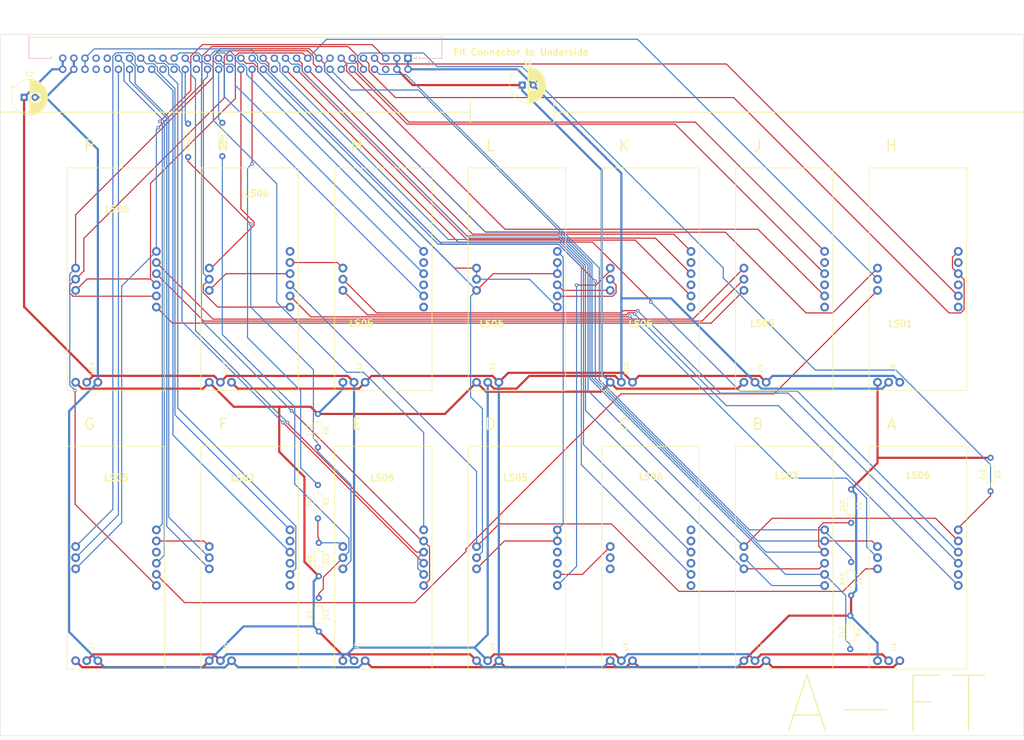
<source format=kicad_pcb>
(kicad_pcb (version 20171130) (host pcbnew "(5.0.0)")

  (general
    (thickness 1.6)
    (drawings 39)
    (tracks 628)
    (zones 0)
    (modules 27)
    (nets 69)
  )

  (page A3)
  (layers
    (0 F.Cu signal)
    (31 B.Cu signal)
    (32 B.Adhes user)
    (33 F.Adhes user)
    (34 B.Paste user)
    (35 F.Paste user)
    (36 B.SilkS user)
    (37 F.SilkS user)
    (38 B.Mask user)
    (39 F.Mask user)
    (40 Dwgs.User user)
    (41 Cmts.User user)
    (42 Eco1.User user)
    (43 Eco2.User user)
    (44 Edge.Cuts user)
    (45 Margin user)
    (46 B.CrtYd user)
    (47 F.CrtYd user)
    (48 B.Fab user)
    (49 F.Fab user)
  )

  (setup
    (last_trace_width 0.25)
    (trace_clearance 0.2)
    (zone_clearance 0.508)
    (zone_45_only no)
    (trace_min 0.2)
    (segment_width 0.2)
    (edge_width 0.1)
    (via_size 0.8)
    (via_drill 0.4)
    (via_min_size 0.4)
    (via_min_drill 0.3)
    (uvia_size 0.3)
    (uvia_drill 0.1)
    (uvias_allowed no)
    (uvia_min_size 0.2)
    (uvia_min_drill 0.1)
    (pcb_text_width 0.3)
    (pcb_text_size 1.5 1.5)
    (mod_edge_width 0.15)
    (mod_text_size 1 1)
    (mod_text_width 0.15)
    (pad_size 1.5 1.5)
    (pad_drill 0.6)
    (pad_to_mask_clearance 0)
    (aux_axis_origin 0 0)
    (visible_elements 7FFFFFFF)
    (pcbplotparams
      (layerselection 0x010fc_ffffffff)
      (usegerberextensions false)
      (usegerberattributes false)
      (usegerberadvancedattributes false)
      (creategerberjobfile false)
      (excludeedgelayer true)
      (linewidth 0.100000)
      (plotframeref false)
      (viasonmask false)
      (mode 1)
      (useauxorigin false)
      (hpglpennumber 1)
      (hpglpenspeed 20)
      (hpglpendiameter 15.000000)
      (psnegative false)
      (psa4output false)
      (plotreference true)
      (plotvalue true)
      (plotinvisibletext false)
      (padsonsilk false)
      (subtractmaskfromsilk false)
      (outputformat 1)
      (mirror false)
      (drillshape 0)
      (scaleselection 1)
      (outputdirectory "Gerber/"))
  )

  (net 0 "")
  (net 1 "Net-(U1-Pad12)")
  (net 2 6v)
  (net 3 Neg6v)
  (net 4 GND)
  (net 5 "Net-(U3-Pad13)")
  (net 6 2.4v)
  (net 7 RESET)
  (net 8 ~RESET~1)
  (net 9 ~RESET~)
  (net 10 TCS)
  (net 11 ~STOP~)
  (net 12 ~STOP~k)
  (net 13 ~TCS~k)
  (net 14 RESETk)
  (net 15 E1)
  (net 16 E2)
  (net 17 {ACTIVE1})
  (net 18 ~E2~)
  (net 19 ~E1~)
  (net 20 W17)
  (net 21 ~OS~k)
  (net 22 {ACTIVE2})
  (net 23 NG17k)
  (net 24 ~NG17~k)
  (net 25 ~OS~)
  (net 26 JUMP)
  (net 27 {ACTIVE3})
  (net 28 ~JUMP~)
  (net 29 ~JIA~)
  (net 30 CS)
  (net 31 CIN)
  (net 32 ~WTM~a)
  (net 33 ~CS~)
  (net 34 JUMPk)
  (net 35 ~JUMP~k)
  (net 36 AUTOk)
  (net 37 ONG)
  (net 38 ~ONG~)
  (net 39 ENG)
  (net 40 CINSk)
  (net 41 ~CINSk~)
  (net 42 ~CSk~)
  (net 43 ONGk)
  (net 44 ~ONGk~)
  (net 45 ENGk)
  (net 46 ~ENG~)
  (net 47 ~TEST~k)
  (net 48 ~SMNk~)
  (net 49 ~ENGk~)
  (net 50 ~RESTART~K)
  (net 51 "Net-(R1-Pad2)")
  (net 52 "Net-(R2-Pad2)")
  (net 53 "Net-(R3-Pad2)")
  (net 54 "Net-(U1-Pad11)")
  (net 55 "Net-(U1-Pad3)")
  (net 56 "Net-(U1-Pad1)")
  (net 57 "Net-(U2-Pad1)")
  (net 58 "Net-(U11-Pad6)")
  (net 59 "Net-(U10-Pad13)")
  (net 60 "Net-(U6-Pad13)")
  (net 61 "Net-(U7-Pad2)")
  (net 62 "Net-(U14-Pad5)")
  (net 63 "Net-(U14-Pad4)")
  (net 64 "Net-(U14-Pad1)")
  (net 65 "Net-(U10-Pad12)")
  (net 66 "Net-(U10-Pad11)")
  (net 67 "Net-(U12-Pad13)")
  (net 68 "Net-(U13-Pad11)")

  (net_class Default "This is the default net class."
    (clearance 0.2)
    (trace_width 0.25)
    (via_dia 0.8)
    (via_drill 0.4)
    (uvia_dia 0.3)
    (uvia_drill 0.1)
    (add_net 2.4v)
    (add_net AUTOk)
    (add_net CIN)
    (add_net CINSk)
    (add_net CS)
    (add_net E1)
    (add_net E2)
    (add_net ENG)
    (add_net ENGk)
    (add_net JUMP)
    (add_net JUMPk)
    (add_net NG17k)
    (add_net "Net-(R1-Pad2)")
    (add_net "Net-(R2-Pad2)")
    (add_net "Net-(R3-Pad2)")
    (add_net "Net-(U1-Pad1)")
    (add_net "Net-(U1-Pad11)")
    (add_net "Net-(U1-Pad12)")
    (add_net "Net-(U1-Pad3)")
    (add_net "Net-(U10-Pad11)")
    (add_net "Net-(U10-Pad12)")
    (add_net "Net-(U10-Pad13)")
    (add_net "Net-(U11-Pad6)")
    (add_net "Net-(U12-Pad13)")
    (add_net "Net-(U13-Pad11)")
    (add_net "Net-(U14-Pad1)")
    (add_net "Net-(U14-Pad4)")
    (add_net "Net-(U14-Pad5)")
    (add_net "Net-(U2-Pad1)")
    (add_net "Net-(U3-Pad13)")
    (add_net "Net-(U6-Pad13)")
    (add_net "Net-(U7-Pad2)")
    (add_net ONG)
    (add_net ONGk)
    (add_net RESET)
    (add_net RESETk)
    (add_net TCS)
    (add_net W17)
    (add_net {ACTIVE1})
    (add_net {ACTIVE2})
    (add_net {ACTIVE3})
    (add_net ~CINSk~)
    (add_net ~CSk~)
    (add_net ~CS~)
    (add_net ~E1~)
    (add_net ~E2~)
    (add_net ~ENGk~)
    (add_net ~ENG~)
    (add_net ~JIA~)
    (add_net ~JUMP~)
    (add_net ~JUMP~k)
    (add_net ~NG17~k)
    (add_net ~ONGk~)
    (add_net ~ONG~)
    (add_net ~OS~)
    (add_net ~OS~k)
    (add_net ~RESET~)
    (add_net ~RESET~1)
    (add_net ~RESTART~K)
    (add_net ~SMNk~)
    (add_net ~STOP~)
    (add_net ~STOP~k)
    (add_net ~TCS~k)
    (add_net ~TEST~k)
    (add_net ~WTM~a)
  )

  (net_class 6v ""
    (clearance 0.2)
    (trace_width 0.5)
    (via_dia 1.6)
    (via_drill 0.8)
    (uvia_dia 0.3)
    (uvia_drill 0.1)
    (add_net 6v)
  )

  (net_class GND ""
    (clearance 0.2)
    (trace_width 0.5)
    (via_dia 1.6)
    (via_drill 0.8)
    (uvia_dia 0.3)
    (uvia_drill 0.1)
    (add_net GND)
  )

  (net_class Neg6v ""
    (clearance 0.2)
    (trace_width 0.5)
    (via_dia 1.6)
    (via_drill 0.8)
    (uvia_dia 0.3)
    (uvia_drill 0.1)
    (add_net Neg6v)
  )

  (module ELLIOTT:LSA (layer F.Cu) (tedit 5C6009BE) (tstamp 5C3BE7AF)
    (at 228.6 101.6 90)
    (path /5C380342)
    (fp_text reference U8 (at 0 0.5 90) (layer F.SilkS)
      (effects (font (size 1 1) (thickness 0.15)))
    )
    (fp_text value LS18 (at 0 -0.5 90) (layer F.Fab)
      (effects (font (size 1 1) (thickness 0.15)))
    )
    (fp_line (start -5.08 17.145) (end -5.08 -5.08) (layer F.SilkS) (width 0.15))
    (fp_line (start 45.72 17.145) (end -5.08 17.145) (layer F.SilkS) (width 0.15))
    (fp_line (start 45.72 -5.08) (end 45.72 17.145) (layer F.SilkS) (width 0.15))
    (fp_line (start -5.08 -5.08) (end 45.72 -5.08) (layer F.SilkS) (width 0.15))
    (pad 13 thru_hole circle (at 22.86 -3.175 90) (size 2 2) (drill 1.1) (layers *.Cu *.Mask)
      (net 39 ENG))
    (pad 12 thru_hole circle (at 20.32 -3.175 90) (size 2 2) (drill 1.1) (layers *.Cu *.Mask)
      (net 37 ONG))
    (pad 11 thru_hole circle (at 17.78 -3.175 90) (size 2 2) (drill 1.1) (layers *.Cu *.Mask)
      (net 61 "Net-(U7-Pad2)"))
    (pad 6 thru_hole circle (at 26.67 15.24 90) (size 2 2) (drill 1.1) (layers *.Cu *.Mask)
      (net 47 ~TEST~k))
    (pad 5 thru_hole circle (at 24.13 15.24 90) (size 2 2) (drill 1.1) (layers *.Cu *.Mask))
    (pad 4 thru_hole circle (at 21.59 15.24 90) (size 2 2) (drill 1.1) (layers *.Cu *.Mask)
      (net 47 ~TEST~k))
    (pad 3 thru_hole circle (at 19.05 15.24 90) (size 2 2) (drill 1.1) (layers *.Cu *.Mask))
    (pad 2 thru_hole circle (at 16.51 15.24 90) (size 2 2) (drill 1.1) (layers *.Cu *.Mask)
      (net 49 ~ENGk~))
    (pad 1 thru_hole circle (at 13.97 15.24 90) (size 2 2) (drill 1.1) (layers *.Cu *.Mask))
    (pad 23 thru_hole circle (at -3.175 1.905 90) (size 2 2) (drill 1.1) (layers *.Cu *.Mask)
      (net 3 Neg6v))
    (pad 22 thru_hole circle (at -3.175 -0.635 90) (size 2 2) (drill 1.1) (layers *.Cu *.Mask)
      (net 4 GND))
    (pad 21 thru_hole circle (at -3.175 -3.175 90) (size 2 2) (drill 1.1) (layers *.Cu *.Mask)
      (net 2 6v))
  )

  (module ELLIOTT:LSA (layer F.Cu) (tedit 5C6009BE) (tstamp 5C3BF006)
    (at 228.6 165.1 90)
    (path /5C304045)
    (fp_text reference U1 (at 0 0.5 90) (layer F.SilkS)
      (effects (font (size 1 1) (thickness 0.15)))
    )
    (fp_text value LS01 (at 0 -0.5 90) (layer F.Fab)
      (effects (font (size 1 1) (thickness 0.15)))
    )
    (fp_line (start -5.08 17.145) (end -5.08 -5.08) (layer F.SilkS) (width 0.15))
    (fp_line (start 45.72 17.145) (end -5.08 17.145) (layer F.SilkS) (width 0.15))
    (fp_line (start 45.72 -5.08) (end 45.72 17.145) (layer F.SilkS) (width 0.15))
    (fp_line (start -5.08 -5.08) (end 45.72 -5.08) (layer F.SilkS) (width 0.15))
    (pad 13 thru_hole circle (at 22.86 -3.175 90) (size 2 2) (drill 1.1) (layers *.Cu *.Mask)
      (net 30 CS))
    (pad 12 thru_hole circle (at 20.32 -3.175 90) (size 2 2) (drill 1.1) (layers *.Cu *.Mask)
      (net 1 "Net-(U1-Pad12)"))
    (pad 11 thru_hole circle (at 17.78 -3.175 90) (size 2 2) (drill 1.1) (layers *.Cu *.Mask)
      (net 54 "Net-(U1-Pad11)"))
    (pad 6 thru_hole circle (at 26.67 15.24 90) (size 2 2) (drill 1.1) (layers *.Cu *.Mask)
      (net 42 ~CSk~))
    (pad 5 thru_hole circle (at 24.13 15.24 90) (size 2 2) (drill 1.1) (layers *.Cu *.Mask)
      (net 33 ~CS~))
    (pad 4 thru_hole circle (at 21.59 15.24 90) (size 2 2) (drill 1.1) (layers *.Cu *.Mask)
      (net 32 ~WTM~a))
    (pad 3 thru_hole circle (at 19.05 15.24 90) (size 2 2) (drill 1.1) (layers *.Cu *.Mask)
      (net 55 "Net-(U1-Pad3)"))
    (pad 2 thru_hole circle (at 16.51 15.24 90) (size 2 2) (drill 1.1) (layers *.Cu *.Mask))
    (pad 1 thru_hole circle (at 13.97 15.24 90) (size 2 2) (drill 1.1) (layers *.Cu *.Mask)
      (net 56 "Net-(U1-Pad1)"))
    (pad 23 thru_hole circle (at -3.175 1.905 90) (size 2 2) (drill 1.1) (layers *.Cu *.Mask)
      (net 3 Neg6v))
    (pad 22 thru_hole circle (at -3.175 -0.635 90) (size 2 2) (drill 1.1) (layers *.Cu *.Mask)
      (net 4 GND))
    (pad 21 thru_hole circle (at -3.175 -3.175 90) (size 2 2) (drill 1.1) (layers *.Cu *.Mask)
      (net 2 6v))
  )

  (module ELLIOTT:LSA (layer F.Cu) (tedit 5C6009BE) (tstamp 5C3E73DF)
    (at 106.68 101.6 90)
    (path /5C320DAB)
    (fp_text reference U12 (at 0 0.5 90) (layer F.SilkS)
      (effects (font (size 1 1) (thickness 0.15)))
    )
    (fp_text value LS18 (at 0 -0.5 90) (layer F.Fab)
      (effects (font (size 1 1) (thickness 0.15)))
    )
    (fp_line (start -5.08 17.145) (end -5.08 -5.08) (layer F.SilkS) (width 0.15))
    (fp_line (start 45.72 17.145) (end -5.08 17.145) (layer F.SilkS) (width 0.15))
    (fp_line (start 45.72 -5.08) (end 45.72 17.145) (layer F.SilkS) (width 0.15))
    (fp_line (start -5.08 -5.08) (end 45.72 -5.08) (layer F.SilkS) (width 0.15))
    (pad 13 thru_hole circle (at 22.86 -3.175 90) (size 2 2) (drill 1.1) (layers *.Cu *.Mask)
      (net 67 "Net-(U12-Pad13)"))
    (pad 12 thru_hole circle (at 20.32 -3.175 90) (size 2 2) (drill 1.1) (layers *.Cu *.Mask)
      (net 55 "Net-(U1-Pad3)"))
    (pad 11 thru_hole circle (at 17.78 -3.175 90) (size 2 2) (drill 1.1) (layers *.Cu *.Mask)
      (net 56 "Net-(U1-Pad1)"))
    (pad 6 thru_hole circle (at 26.67 15.24 90) (size 2 2) (drill 1.1) (layers *.Cu *.Mask)
      (net 21 ~OS~k))
    (pad 5 thru_hole circle (at 24.13 15.24 90) (size 2 2) (drill 1.1) (layers *.Cu *.Mask))
    (pad 4 thru_hole circle (at 21.59 15.24 90) (size 2 2) (drill 1.1) (layers *.Cu *.Mask)
      (net 23 NG17k))
    (pad 3 thru_hole circle (at 19.05 15.24 90) (size 2 2) (drill 1.1) (layers *.Cu *.Mask))
    (pad 2 thru_hole circle (at 16.51 15.24 90) (size 2 2) (drill 1.1) (layers *.Cu *.Mask)
      (net 24 ~NG17~k))
    (pad 1 thru_hole circle (at 13.97 15.24 90) (size 2 2) (drill 1.1) (layers *.Cu *.Mask))
    (pad 23 thru_hole circle (at -3.175 1.905 90) (size 2 2) (drill 1.1) (layers *.Cu *.Mask)
      (net 3 Neg6v))
    (pad 22 thru_hole circle (at -3.175 -0.635 90) (size 2 2) (drill 1.1) (layers *.Cu *.Mask)
      (net 4 GND))
    (pad 21 thru_hole circle (at -3.175 -3.175 90) (size 2 2) (drill 1.1) (layers *.Cu *.Mask)
      (net 2 6v))
  )

  (module ELLIOTT:LSA (layer F.Cu) (tedit 5C6009BE) (tstamp 5C3BE7EB)
    (at 137.16 101.6 90)
    (path /5C39AC3A)
    (fp_text reference U11 (at 0 0.5 90) (layer F.SilkS)
      (effects (font (size 1 1) (thickness 0.15)))
    )
    (fp_text value LS01 (at 0 -0.5 90) (layer F.Fab)
      (effects (font (size 1 1) (thickness 0.15)))
    )
    (fp_line (start -5.08 17.145) (end -5.08 -5.08) (layer F.SilkS) (width 0.15))
    (fp_line (start 45.72 17.145) (end -5.08 17.145) (layer F.SilkS) (width 0.15))
    (fp_line (start 45.72 -5.08) (end 45.72 17.145) (layer F.SilkS) (width 0.15))
    (fp_line (start -5.08 -5.08) (end 45.72 -5.08) (layer F.SilkS) (width 0.15))
    (pad 13 thru_hole circle (at 22.86 -3.175 90) (size 2 2) (drill 1.1) (layers *.Cu *.Mask)
      (net 26 JUMP))
    (pad 12 thru_hole circle (at 20.32 -3.175 90) (size 2 2) (drill 1.1) (layers *.Cu *.Mask)
      (net 26 JUMP))
    (pad 11 thru_hole circle (at 17.78 -3.175 90) (size 2 2) (drill 1.1) (layers *.Cu *.Mask)
      (net 28 ~JUMP~))
    (pad 6 thru_hole circle (at 26.67 15.24 90) (size 2 2) (drill 1.1) (layers *.Cu *.Mask)
      (net 58 "Net-(U11-Pad6)"))
    (pad 5 thru_hole circle (at 24.13 15.24 90) (size 2 2) (drill 1.1) (layers *.Cu *.Mask)
      (net 28 ~JUMP~))
    (pad 4 thru_hole circle (at 21.59 15.24 90) (size 2 2) (drill 1.1) (layers *.Cu *.Mask)
      (net 28 ~JUMP~))
    (pad 3 thru_hole circle (at 19.05 15.24 90) (size 2 2) (drill 1.1) (layers *.Cu *.Mask)
      (net 66 "Net-(U10-Pad11)"))
    (pad 2 thru_hole circle (at 16.51 15.24 90) (size 2 2) (drill 1.1) (layers *.Cu *.Mask)
      (net 65 "Net-(U10-Pad12)"))
    (pad 1 thru_hole circle (at 13.97 15.24 90) (size 2 2) (drill 1.1) (layers *.Cu *.Mask)
      (net 26 JUMP))
    (pad 23 thru_hole circle (at -3.175 1.905 90) (size 2 2) (drill 1.1) (layers *.Cu *.Mask)
      (net 3 Neg6v))
    (pad 22 thru_hole circle (at -3.175 -0.635 90) (size 2 2) (drill 1.1) (layers *.Cu *.Mask)
      (net 4 GND))
    (pad 21 thru_hole circle (at -3.175 -3.175 90) (size 2 2) (drill 1.1) (layers *.Cu *.Mask)
      (net 2 6v))
  )

  (module ELLIOTT:LSA (layer F.Cu) (tedit 5C6009BE) (tstamp 5C3E7576)
    (at 45.72 101.6 90)
    (path /5C337B23)
    (fp_text reference U14 (at 0 0.5 90) (layer F.SilkS)
      (effects (font (size 1 1) (thickness 0.15)))
    )
    (fp_text value LS01 (at 0 -0.5 90) (layer F.Fab)
      (effects (font (size 1 1) (thickness 0.15)))
    )
    (fp_line (start -5.08 17.145) (end -5.08 -5.08) (layer F.SilkS) (width 0.15))
    (fp_line (start 45.72 17.145) (end -5.08 17.145) (layer F.SilkS) (width 0.15))
    (fp_line (start 45.72 -5.08) (end 45.72 17.145) (layer F.SilkS) (width 0.15))
    (fp_line (start -5.08 -5.08) (end 45.72 -5.08) (layer F.SilkS) (width 0.15))
    (pad 13 thru_hole circle (at 22.86 -3.175 90) (size 2 2) (drill 1.1) (layers *.Cu *.Mask)
      (net 39 ENG))
    (pad 12 thru_hole circle (at 20.32 -3.175 90) (size 2 2) (drill 1.1) (layers *.Cu *.Mask)
      (net 38 ~ONG~))
    (pad 11 thru_hole circle (at 17.78 -3.175 90) (size 2 2) (drill 1.1) (layers *.Cu *.Mask)
      (net 37 ONG))
    (pad 6 thru_hole circle (at 26.67 15.24 90) (size 2 2) (drill 1.1) (layers *.Cu *.Mask)
      (net 46 ~ENG~))
    (pad 5 thru_hole circle (at 24.13 15.24 90) (size 2 2) (drill 1.1) (layers *.Cu *.Mask)
      (net 62 "Net-(U14-Pad5)"))
    (pad 4 thru_hole circle (at 21.59 15.24 90) (size 2 2) (drill 1.1) (layers *.Cu *.Mask)
      (net 63 "Net-(U14-Pad4)"))
    (pad 3 thru_hole circle (at 19.05 15.24 90) (size 2 2) (drill 1.1) (layers *.Cu *.Mask)
      (net 37 ONG))
    (pad 2 thru_hole circle (at 16.51 15.24 90) (size 2 2) (drill 1.1) (layers *.Cu *.Mask)
      (net 38 ~ONG~))
    (pad 1 thru_hole circle (at 13.97 15.24 90) (size 2 2) (drill 1.1) (layers *.Cu *.Mask)
      (net 64 "Net-(U14-Pad1)"))
    (pad 23 thru_hole circle (at -3.175 1.905 90) (size 2 2) (drill 1.1) (layers *.Cu *.Mask)
      (net 3 Neg6v))
    (pad 22 thru_hole circle (at -3.175 -0.635 90) (size 2 2) (drill 1.1) (layers *.Cu *.Mask)
      (net 4 GND))
    (pad 21 thru_hole circle (at -3.175 -3.175 90) (size 2 2) (drill 1.1) (layers *.Cu *.Mask)
      (net 2 6v))
  )

  (module ELLIOTT:LSA (layer F.Cu) (tedit 5C6009BE) (tstamp 5C3BE813)
    (at 76.2 101.6 90)
    (path /5C32073E)
    (fp_text reference U13 (at 0 0.5 90) (layer F.SilkS)
      (effects (font (size 1 1) (thickness 0.15)))
    )
    (fp_text value LS01 (at 0 -0.5 90) (layer F.Fab)
      (effects (font (size 1 1) (thickness 0.15)))
    )
    (fp_line (start -5.08 17.145) (end -5.08 -5.08) (layer F.SilkS) (width 0.15))
    (fp_line (start 45.72 17.145) (end -5.08 17.145) (layer F.SilkS) (width 0.15))
    (fp_line (start 45.72 -5.08) (end 45.72 17.145) (layer F.SilkS) (width 0.15))
    (fp_line (start -5.08 -5.08) (end 45.72 -5.08) (layer F.SilkS) (width 0.15))
    (pad 13 thru_hole circle (at 22.86 -3.175 90) (size 2 2) (drill 1.1) (layers *.Cu *.Mask)
      (net 25 ~OS~))
    (pad 12 thru_hole circle (at 20.32 -3.175 90) (size 2 2) (drill 1.1) (layers *.Cu *.Mask)
      (net 20 W17))
    (pad 11 thru_hole circle (at 17.78 -3.175 90) (size 2 2) (drill 1.1) (layers *.Cu *.Mask)
      (net 68 "Net-(U13-Pad11)"))
    (pad 6 thru_hole circle (at 26.67 15.24 90) (size 2 2) (drill 1.1) (layers *.Cu *.Mask))
    (pad 5 thru_hole circle (at 24.13 15.24 90) (size 2 2) (drill 1.1) (layers *.Cu *.Mask)
      (net 67 "Net-(U12-Pad13)"))
    (pad 4 thru_hole circle (at 21.59 15.24 90) (size 2 2) (drill 1.1) (layers *.Cu *.Mask)
      (net 68 "Net-(U13-Pad11)"))
    (pad 3 thru_hole circle (at 19.05 15.24 90) (size 2 2) (drill 1.1) (layers *.Cu *.Mask)
      (net 54 "Net-(U1-Pad11)"))
    (pad 2 thru_hole circle (at 16.51 15.24 90) (size 2 2) (drill 1.1) (layers *.Cu *.Mask)
      (net 1 "Net-(U1-Pad12)"))
    (pad 1 thru_hole circle (at 13.97 15.24 90) (size 2 2) (drill 1.1) (layers *.Cu *.Mask)
      (net 20 W17))
    (pad 23 thru_hole circle (at -3.175 1.905 90) (size 2 2) (drill 1.1) (layers *.Cu *.Mask)
      (net 3 Neg6v))
    (pad 22 thru_hole circle (at -3.175 -0.635 90) (size 2 2) (drill 1.1) (layers *.Cu *.Mask)
      (net 4 GND))
    (pad 21 thru_hole circle (at -3.175 -3.175 90) (size 2 2) (drill 1.1) (layers *.Cu *.Mask)
      (net 2 6v))
  )

  (module ELLIOTT:R_Axial_DIN0204_L3.6mm_D1.6mm_P7.62mm_Horizontal (layer F.Cu) (tedit 5D6A71EA) (tstamp 5C3BE5B1)
    (at 97.8 128.2 270)
    (descr "Resistor, Axial_DIN0204 series, Axial, Horizontal, pin pitch=7.62mm, 0.167W, length*diameter=3.6*1.6mm^2, http://cdn-reichelt.de/documents/datenblatt/B400/1_4W%23YAG.pdf")
    (tags "Resistor Axial_DIN0204 series Axial Horizontal pin pitch 7.62mm 0.167W length 3.6mm diameter 1.6mm")
    (path /5DD77563)
    (fp_text reference R3 (at 3.81 -1.92 270) (layer F.SilkS)
      (effects (font (size 1 1) (thickness 0.15)))
    )
    (fp_text value 3k9 (at 3.81 1.92 270) (layer F.SilkS)
      (effects (font (size 1 1) (thickness 0.15)))
    )
    (fp_line (start 1.89 -0.92) (end 1.89 0.92) (layer F.SilkS) (width 0.12))
    (fp_line (start 1.89 0.92) (end 5.73 0.92) (layer F.SilkS) (width 0.12))
    (fp_line (start 5.73 0.92) (end 5.73 -0.92) (layer F.SilkS) (width 0.12))
    (fp_line (start 5.73 -0.92) (end 1.89 -0.92) (layer F.SilkS) (width 0.12))
    (fp_line (start 0.94 0) (end 1.89 0) (layer F.SilkS) (width 0.12))
    (fp_line (start 6.68 0) (end 5.73 0) (layer F.SilkS) (width 0.12))
    (fp_line (start -1.05 -1.25) (end -1.05 1.25) (layer F.CrtYd) (width 0.05))
    (fp_line (start -1.05 1.25) (end 8.67 1.25) (layer F.CrtYd) (width 0.05))
    (fp_line (start 8.67 1.25) (end 8.67 -1.25) (layer F.CrtYd) (width 0.05))
    (fp_line (start 8.67 -1.25) (end -1.05 -1.25) (layer F.CrtYd) (width 0.05))
    (pad 1 thru_hole circle (at 0 0 270) (size 1.4 1.4) (drill 0.7) (layers *.Cu *.Mask)
      (net 27 {ACTIVE3}))
    (pad 2 thru_hole oval (at 7.62 0 270) (size 1.4 1.4) (drill 0.7) (layers *.Cu *.Mask)
      (net 53 "Net-(R3-Pad2)"))
    (model ${KISYS3DMOD}/Resistor_THT.3dshapes/R_Axial_DIN0204_L3.6mm_D1.6mm_P7.62mm_Horizontal.wrl
      (at (xyz 0 0 0))
      (scale (xyz 1 1 1))
      (rotate (xyz 0 0 0))
    )
  )

  (module ELLIOTT:R_Axial_DIN0204_L3.6mm_D1.6mm_P7.62mm_Horizontal (layer F.Cu) (tedit 5D6A720B) (tstamp 5C3E79D9)
    (at 219.2 158 270)
    (descr "Resistor, Axial_DIN0204 series, Axial, Horizontal, pin pitch=7.62mm, 0.167W, length*diameter=3.6*1.6mm^2, http://cdn-reichelt.de/documents/datenblatt/B400/1_4W%23YAG.pdf")
    (tags "Resistor Axial_DIN0204 series Axial Horizontal pin pitch 7.62mm 0.167W length 3.6mm diameter 1.6mm")
    (path /5DD2AB89)
    (fp_text reference R4 (at 3.81 -1.92 270) (layer F.SilkS)
      (effects (font (size 1 1) (thickness 0.15)))
    )
    (fp_text value 2k2 (at 3.81 1.92 270) (layer F.SilkS)
      (effects (font (size 1 1) (thickness 0.15)))
    )
    (fp_line (start 1.89 -0.92) (end 1.89 0.92) (layer F.SilkS) (width 0.12))
    (fp_line (start 1.89 0.92) (end 5.73 0.92) (layer F.SilkS) (width 0.12))
    (fp_line (start 5.73 0.92) (end 5.73 -0.92) (layer F.SilkS) (width 0.12))
    (fp_line (start 5.73 -0.92) (end 1.89 -0.92) (layer F.SilkS) (width 0.12))
    (fp_line (start 0.94 0) (end 1.89 0) (layer F.SilkS) (width 0.12))
    (fp_line (start 6.68 0) (end 5.73 0) (layer F.SilkS) (width 0.12))
    (fp_line (start -1.05 -1.25) (end -1.05 1.25) (layer F.CrtYd) (width 0.05))
    (fp_line (start -1.05 1.25) (end 8.67 1.25) (layer F.CrtYd) (width 0.05))
    (fp_line (start 8.67 1.25) (end 8.67 -1.25) (layer F.CrtYd) (width 0.05))
    (fp_line (start 8.67 -1.25) (end -1.05 -1.25) (layer F.CrtYd) (width 0.05))
    (pad 1 thru_hole circle (at 0 0 270) (size 1.4 1.4) (drill 0.7) (layers *.Cu *.Mask)
      (net 2 6v))
    (pad 2 thru_hole oval (at 7.62 0 270) (size 1.4 1.4) (drill 0.7) (layers *.Cu *.Mask)
      (net 41 ~CINSk~))
    (model ${KISYS3DMOD}/Resistor_THT.3dshapes/R_Axial_DIN0204_L3.6mm_D1.6mm_P7.62mm_Horizontal.wrl
      (at (xyz 0 0 0))
      (scale (xyz 1 1 1))
      (rotate (xyz 0 0 0))
    )
  )

  (module ELLIOTT:R_Axial_DIN0204_L3.6mm_D1.6mm_P7.62mm_Horizontal (layer F.Cu) (tedit 5D6A75F7) (tstamp 5C3F9E63)
    (at 219.4 129.2 270)
    (descr "Resistor, Axial_DIN0204 series, Axial, Horizontal, pin pitch=7.62mm, 0.167W, length*diameter=3.6*1.6mm^2, http://cdn-reichelt.de/documents/datenblatt/B400/1_4W%23YAG.pdf")
    (tags "Resistor Axial_DIN0204 series Axial Horizontal pin pitch 7.62mm 0.167W length 3.6mm diameter 1.6mm")
    (path /5DD2AC23)
    (fp_text reference R5 (at 3.81 -1.92 270) (layer F.SilkS)
      (effects (font (size 1 1) (thickness 0.15)))
    )
    (fp_text value 2k2 (at 3.81 1.92 270) (layer F.SilkS)
      (effects (font (size 1 1) (thickness 0.15)))
    )
    (fp_line (start 1.89 -0.92) (end 1.89 0.92) (layer F.SilkS) (width 0.12))
    (fp_line (start 1.89 0.92) (end 5.73 0.92) (layer F.SilkS) (width 0.12))
    (fp_line (start 5.73 0.92) (end 5.73 -0.92) (layer F.SilkS) (width 0.12))
    (fp_line (start 5.73 -0.92) (end 1.89 -0.92) (layer F.SilkS) (width 0.12))
    (fp_line (start 0.94 0) (end 1.89 0) (layer F.SilkS) (width 0.12))
    (fp_line (start 6.68 0) (end 5.73 0) (layer F.SilkS) (width 0.12))
    (fp_line (start -1.05 -1.25) (end -1.05 1.25) (layer F.CrtYd) (width 0.05))
    (fp_line (start -1.05 1.25) (end 8.67 1.25) (layer F.CrtYd) (width 0.05))
    (fp_line (start 8.67 1.25) (end 8.67 -1.25) (layer F.CrtYd) (width 0.05))
    (fp_line (start 8.67 -1.25) (end -1.05 -1.25) (layer F.CrtYd) (width 0.05))
    (pad 1 thru_hole circle (at 0 0 270) (size 1.4 1.4) (drill 0.7) (layers *.Cu *.Mask)
      (net 2 6v))
    (pad 2 thru_hole oval (at 7.62 0 270) (size 1.4 1.4) (drill 0.7) (layers *.Cu *.Mask)
      (net 40 CINSk))
    (model ${KISYS3DMOD}/Resistor_THT.3dshapes/R_Axial_DIN0204_L3.6mm_D1.6mm_P7.62mm_Horizontal.wrl
      (at (xyz 0 0 0))
      (scale (xyz 1 1 1))
      (rotate (xyz 0 0 0))
    )
  )

  (module ELLIOTT:R_Axial_DIN0204_L3.6mm_D1.6mm_P7.62mm_Horizontal (layer F.Cu) (tedit 5D6A75D6) (tstamp 5C3BE5E1)
    (at 97.8 112 270)
    (descr "Resistor, Axial_DIN0204 series, Axial, Horizontal, pin pitch=7.62mm, 0.167W, length*diameter=3.6*1.6mm^2, http://cdn-reichelt.de/documents/datenblatt/B400/1_4W%23YAG.pdf")
    (tags "Resistor Axial_DIN0204 series Axial Horizontal pin pitch 7.62mm 0.167W length 3.6mm diameter 1.6mm")
    (path /5DCACD81)
    (fp_text reference R6 (at 3.81 -1.92 90) (layer F.SilkS)
      (effects (font (size 1 1) (thickness 0.15)))
    )
    (fp_text value 2k2 (at 3.81 1.92 270) (layer F.SilkS)
      (effects (font (size 1 1) (thickness 0.15)))
    )
    (fp_line (start 1.89 -0.92) (end 1.89 0.92) (layer F.SilkS) (width 0.12))
    (fp_line (start 1.89 0.92) (end 5.73 0.92) (layer F.SilkS) (width 0.12))
    (fp_line (start 5.73 0.92) (end 5.73 -0.92) (layer F.SilkS) (width 0.12))
    (fp_line (start 5.73 -0.92) (end 1.89 -0.92) (layer F.SilkS) (width 0.12))
    (fp_line (start 0.94 0) (end 1.89 0) (layer F.SilkS) (width 0.12))
    (fp_line (start 6.68 0) (end 5.73 0) (layer F.SilkS) (width 0.12))
    (fp_line (start -1.05 -1.25) (end -1.05 1.25) (layer F.CrtYd) (width 0.05))
    (fp_line (start -1.05 1.25) (end 8.67 1.25) (layer F.CrtYd) (width 0.05))
    (fp_line (start 8.67 1.25) (end 8.67 -1.25) (layer F.CrtYd) (width 0.05))
    (fp_line (start 8.67 -1.25) (end -1.05 -1.25) (layer F.CrtYd) (width 0.05))
    (pad 1 thru_hole circle (at 0 0 270) (size 1.4 1.4) (drill 0.7) (layers *.Cu *.Mask)
      (net 2 6v))
    (pad 2 thru_hole oval (at 7.62 0 270) (size 1.4 1.4) (drill 0.7) (layers *.Cu *.Mask)
      (net 51 "Net-(R1-Pad2)"))
    (model ${KISYS3DMOD}/Resistor_THT.3dshapes/R_Axial_DIN0204_L3.6mm_D1.6mm_P7.62mm_Horizontal.wrl
      (at (xyz 0 0 0))
      (scale (xyz 1 1 1))
      (rotate (xyz 0 0 0))
    )
  )

  (module ELLIOTT:R_Axial_DIN0204_L3.6mm_D1.6mm_P7.62mm_Horizontal (layer F.Cu) (tedit 5D6A721F) (tstamp 5C3BE5F1)
    (at 98 161.6 90)
    (descr "Resistor, Axial_DIN0204 series, Axial, Horizontal, pin pitch=7.62mm, 0.167W, length*diameter=3.6*1.6mm^2, http://cdn-reichelt.de/documents/datenblatt/B400/1_4W%23YAG.pdf")
    (tags "Resistor Axial_DIN0204 series Axial Horizontal pin pitch 7.62mm 0.167W length 3.6mm diameter 1.6mm")
    (path /5DCACCDF)
    (fp_text reference R7 (at 3.81 -1.92 90) (layer F.SilkS)
      (effects (font (size 1 1) (thickness 0.15)))
    )
    (fp_text value 2k2 (at 3.81 1.92 90) (layer F.SilkS)
      (effects (font (size 1 1) (thickness 0.15)))
    )
    (fp_line (start 1.89 -0.92) (end 1.89 0.92) (layer F.SilkS) (width 0.12))
    (fp_line (start 1.89 0.92) (end 5.73 0.92) (layer F.SilkS) (width 0.12))
    (fp_line (start 5.73 0.92) (end 5.73 -0.92) (layer F.SilkS) (width 0.12))
    (fp_line (start 5.73 -0.92) (end 1.89 -0.92) (layer F.SilkS) (width 0.12))
    (fp_line (start 0.94 0) (end 1.89 0) (layer F.SilkS) (width 0.12))
    (fp_line (start 6.68 0) (end 5.73 0) (layer F.SilkS) (width 0.12))
    (fp_line (start -1.05 -1.25) (end -1.05 1.25) (layer F.CrtYd) (width 0.05))
    (fp_line (start -1.05 1.25) (end 8.67 1.25) (layer F.CrtYd) (width 0.05))
    (fp_line (start 8.67 1.25) (end 8.67 -1.25) (layer F.CrtYd) (width 0.05))
    (fp_line (start 8.67 -1.25) (end -1.05 -1.25) (layer F.CrtYd) (width 0.05))
    (pad 1 thru_hole circle (at 0 0 90) (size 1.4 1.4) (drill 0.7) (layers *.Cu *.Mask)
      (net 2 6v))
    (pad 2 thru_hole oval (at 7.62 0 90) (size 1.4 1.4) (drill 0.7) (layers *.Cu *.Mask)
      (net 52 "Net-(R2-Pad2)"))
    (model ${KISYS3DMOD}/Resistor_THT.3dshapes/R_Axial_DIN0204_L3.6mm_D1.6mm_P7.62mm_Horizontal.wrl
      (at (xyz 0 0 0))
      (scale (xyz 1 1 1))
      (rotate (xyz 0 0 0))
    )
  )

  (module ELLIOTT:R_Axial_DIN0204_L3.6mm_D1.6mm_P7.62mm_Horizontal (layer F.Cu) (tedit 5D6A7230) (tstamp 5C3BE601)
    (at 98 149 90)
    (descr "Resistor, Axial_DIN0204 series, Axial, Horizontal, pin pitch=7.62mm, 0.167W, length*diameter=3.6*1.6mm^2, http://cdn-reichelt.de/documents/datenblatt/B400/1_4W%23YAG.pdf")
    (tags "Resistor Axial_DIN0204 series Axial Horizontal pin pitch 7.62mm 0.167W length 3.6mm diameter 1.6mm")
    (path /5DCACC47)
    (fp_text reference R8 (at 3.81 -1.92 90) (layer F.SilkS)
      (effects (font (size 1 1) (thickness 0.15)))
    )
    (fp_text value 2k2 (at 3.81 1.92 90) (layer F.SilkS)
      (effects (font (size 1 1) (thickness 0.15)))
    )
    (fp_line (start 1.89 -0.92) (end 1.89 0.92) (layer F.SilkS) (width 0.12))
    (fp_line (start 1.89 0.92) (end 5.73 0.92) (layer F.SilkS) (width 0.12))
    (fp_line (start 5.73 0.92) (end 5.73 -0.92) (layer F.SilkS) (width 0.12))
    (fp_line (start 5.73 -0.92) (end 1.89 -0.92) (layer F.SilkS) (width 0.12))
    (fp_line (start 0.94 0) (end 1.89 0) (layer F.SilkS) (width 0.12))
    (fp_line (start 6.68 0) (end 5.73 0) (layer F.SilkS) (width 0.12))
    (fp_line (start -1.05 -1.25) (end -1.05 1.25) (layer F.CrtYd) (width 0.05))
    (fp_line (start -1.05 1.25) (end 8.67 1.25) (layer F.CrtYd) (width 0.05))
    (fp_line (start 8.67 1.25) (end 8.67 -1.25) (layer F.CrtYd) (width 0.05))
    (fp_line (start 8.67 -1.25) (end -1.05 -1.25) (layer F.CrtYd) (width 0.05))
    (pad 1 thru_hole circle (at 0 0 90) (size 1.4 1.4) (drill 0.7) (layers *.Cu *.Mask)
      (net 2 6v))
    (pad 2 thru_hole oval (at 7.62 0 90) (size 1.4 1.4) (drill 0.7) (layers *.Cu *.Mask)
      (net 53 "Net-(R3-Pad2)"))
    (model ${KISYS3DMOD}/Resistor_THT.3dshapes/R_Axial_DIN0204_L3.6mm_D1.6mm_P7.62mm_Horizontal.wrl
      (at (xyz 0 0 0))
      (scale (xyz 1 1 1))
      (rotate (xyz 0 0 0))
    )
  )

  (module ELLIOTT:R_Axial_DIN0204_L3.6mm_D1.6mm_P7.62mm_Horizontal (layer F.Cu) (tedit 5D6A7212) (tstamp 5C3BE611)
    (at 251.2 122 270)
    (descr "Resistor, Axial_DIN0204 series, Axial, Horizontal, pin pitch=7.62mm, 0.167W, length*diameter=3.6*1.6mm^2, http://cdn-reichelt.de/documents/datenblatt/B400/1_4W%23YAG.pdf")
    (tags "Resistor Axial_DIN0204 series Axial Horizontal pin pitch 7.62mm 0.167W length 3.6mm diameter 1.6mm")
    (path /5DD2ACBB)
    (fp_text reference R9 (at 3.81 -1.92 270) (layer F.SilkS)
      (effects (font (size 1 1) (thickness 0.15)))
    )
    (fp_text value 2v2 (at 3.81 1.92 270) (layer F.SilkS)
      (effects (font (size 1 1) (thickness 0.15)))
    )
    (fp_line (start 1.89 -0.92) (end 1.89 0.92) (layer F.SilkS) (width 0.12))
    (fp_line (start 1.89 0.92) (end 5.73 0.92) (layer F.SilkS) (width 0.12))
    (fp_line (start 5.73 0.92) (end 5.73 -0.92) (layer F.SilkS) (width 0.12))
    (fp_line (start 5.73 -0.92) (end 1.89 -0.92) (layer F.SilkS) (width 0.12))
    (fp_line (start 0.94 0) (end 1.89 0) (layer F.SilkS) (width 0.12))
    (fp_line (start 6.68 0) (end 5.73 0) (layer F.SilkS) (width 0.12))
    (fp_line (start -1.05 -1.25) (end -1.05 1.25) (layer F.CrtYd) (width 0.05))
    (fp_line (start -1.05 1.25) (end 8.67 1.25) (layer F.CrtYd) (width 0.05))
    (fp_line (start 8.67 1.25) (end 8.67 -1.25) (layer F.CrtYd) (width 0.05))
    (fp_line (start 8.67 -1.25) (end -1.05 -1.25) (layer F.CrtYd) (width 0.05))
    (pad 1 thru_hole circle (at 0 0 270) (size 1.4 1.4) (drill 0.7) (layers *.Cu *.Mask)
      (net 2 6v))
    (pad 2 thru_hole oval (at 7.62 0 270) (size 1.4 1.4) (drill 0.7) (layers *.Cu *.Mask)
      (net 42 ~CSk~))
    (model ${KISYS3DMOD}/Resistor_THT.3dshapes/R_Axial_DIN0204_L3.6mm_D1.6mm_P7.62mm_Horizontal.wrl
      (at (xyz 0 0 0))
      (scale (xyz 1 1 1))
      (rotate (xyz 0 0 0))
    )
  )

  (module ELLIOTT:R_Axial_DIN0204_L3.6mm_D1.6mm_P7.62mm_Horizontal (layer F.Cu) (tedit 5D6A7202) (tstamp 5C3BE621)
    (at 219.4 153.4 90)
    (descr "Resistor, Axial_DIN0204 series, Axial, Horizontal, pin pitch=7.62mm, 0.167W, length*diameter=3.6*1.6mm^2, http://cdn-reichelt.de/documents/datenblatt/B400/1_4W%23YAG.pdf")
    (tags "Resistor Axial_DIN0204 series Axial Horizontal pin pitch 7.62mm 0.167W length 3.6mm diameter 1.6mm")
    (path /5DD2AD57)
    (fp_text reference R10 (at 3.81 -1.92 90) (layer F.SilkS)
      (effects (font (size 1 1) (thickness 0.15)))
    )
    (fp_text value 2k2 (at 3.81 1.92 90) (layer F.SilkS)
      (effects (font (size 1 1) (thickness 0.15)))
    )
    (fp_line (start 1.89 -0.92) (end 1.89 0.92) (layer F.SilkS) (width 0.12))
    (fp_line (start 1.89 0.92) (end 5.73 0.92) (layer F.SilkS) (width 0.12))
    (fp_line (start 5.73 0.92) (end 5.73 -0.92) (layer F.SilkS) (width 0.12))
    (fp_line (start 5.73 -0.92) (end 1.89 -0.92) (layer F.SilkS) (width 0.12))
    (fp_line (start 0.94 0) (end 1.89 0) (layer F.SilkS) (width 0.12))
    (fp_line (start 6.68 0) (end 5.73 0) (layer F.SilkS) (width 0.12))
    (fp_line (start -1.05 -1.25) (end -1.05 1.25) (layer F.CrtYd) (width 0.05))
    (fp_line (start -1.05 1.25) (end 8.67 1.25) (layer F.CrtYd) (width 0.05))
    (fp_line (start 8.67 1.25) (end 8.67 -1.25) (layer F.CrtYd) (width 0.05))
    (fp_line (start 8.67 -1.25) (end -1.05 -1.25) (layer F.CrtYd) (width 0.05))
    (pad 1 thru_hole circle (at 0 0 90) (size 1.4 1.4) (drill 0.7) (layers *.Cu *.Mask)
      (net 2 6v))
    (pad 2 thru_hole oval (at 7.62 0 90) (size 1.4 1.4) (drill 0.7) (layers *.Cu *.Mask)
      (net 48 ~SMNk~))
    (model ${KISYS3DMOD}/Resistor_THT.3dshapes/R_Axial_DIN0204_L3.6mm_D1.6mm_P7.62mm_Horizontal.wrl
      (at (xyz 0 0 0))
      (scale (xyz 1 1 1))
      (rotate (xyz 0 0 0))
    )
  )

  (module ELLIOTT:LSA (layer F.Cu) (tedit 5C6009BE) (tstamp 5C3BE737)
    (at 198.12 165.1 90)
    (path /5C37BF4A)
    (fp_text reference U2 (at 0 0.5 90) (layer F.SilkS)
      (effects (font (size 1 1) (thickness 0.15)))
    )
    (fp_text value LS01 (at 0 -0.5 90) (layer F.Fab)
      (effects (font (size 1 1) (thickness 0.15)))
    )
    (fp_line (start -5.08 17.145) (end -5.08 -5.08) (layer F.SilkS) (width 0.15))
    (fp_line (start 45.72 17.145) (end -5.08 17.145) (layer F.SilkS) (width 0.15))
    (fp_line (start 45.72 -5.08) (end 45.72 17.145) (layer F.SilkS) (width 0.15))
    (fp_line (start -5.08 -5.08) (end 45.72 -5.08) (layer F.SilkS) (width 0.15))
    (pad 13 thru_hole circle (at 22.86 -3.175 90) (size 2 2) (drill 1.1) (layers *.Cu *.Mask)
      (net 33 ~CS~))
    (pad 12 thru_hole circle (at 20.32 -3.175 90) (size 2 2) (drill 1.1) (layers *.Cu *.Mask)
      (net 57 "Net-(U2-Pad1)"))
    (pad 11 thru_hole circle (at 17.78 -3.175 90) (size 2 2) (drill 1.1) (layers *.Cu *.Mask)
      (net 31 CIN))
    (pad 6 thru_hole circle (at 26.67 15.24 90) (size 2 2) (drill 1.1) (layers *.Cu *.Mask)
      (net 48 ~SMNk~))
    (pad 5 thru_hole circle (at 24.13 15.24 90) (size 2 2) (drill 1.1) (layers *.Cu *.Mask)
      (net 30 CS))
    (pad 4 thru_hole circle (at 21.59 15.24 90) (size 2 2) (drill 1.1) (layers *.Cu *.Mask)
      (net 40 CINSk))
    (pad 3 thru_hole circle (at 19.05 15.24 90) (size 2 2) (drill 1.1) (layers *.Cu *.Mask)
      (net 31 CIN))
    (pad 2 thru_hole circle (at 16.51 15.24 90) (size 2 2) (drill 1.1) (layers *.Cu *.Mask)
      (net 41 ~CINSk~))
    (pad 1 thru_hole circle (at 13.97 15.24 90) (size 2 2) (drill 1.1) (layers *.Cu *.Mask)
      (net 57 "Net-(U2-Pad1)"))
    (pad 23 thru_hole circle (at -3.175 1.905 90) (size 2 2) (drill 1.1) (layers *.Cu *.Mask)
      (net 3 Neg6v))
    (pad 22 thru_hole circle (at -3.175 -0.635 90) (size 2 2) (drill 1.1) (layers *.Cu *.Mask)
      (net 4 GND))
    (pad 21 thru_hole circle (at -3.175 -3.175 90) (size 2 2) (drill 1.1) (layers *.Cu *.Mask)
      (net 2 6v))
  )

  (module ELLIOTT:LSA (layer F.Cu) (tedit 5C6009BE) (tstamp 5C3BE74B)
    (at 167.64 165.1 90)
    (path /5C34269C)
    (fp_text reference U3 (at 0 0.5 90) (layer F.SilkS)
      (effects (font (size 1 1) (thickness 0.15)))
    )
    (fp_text value LS14 (at 0 -0.5 90) (layer F.Fab)
      (effects (font (size 1 1) (thickness 0.15)))
    )
    (fp_line (start -5.08 17.145) (end -5.08 -5.08) (layer F.SilkS) (width 0.15))
    (fp_line (start 45.72 17.145) (end -5.08 17.145) (layer F.SilkS) (width 0.15))
    (fp_line (start 45.72 -5.08) (end 45.72 17.145) (layer F.SilkS) (width 0.15))
    (fp_line (start -5.08 -5.08) (end 45.72 -5.08) (layer F.SilkS) (width 0.15))
    (pad 13 thru_hole circle (at 22.86 -3.175 90) (size 2 2) (drill 1.1) (layers *.Cu *.Mask)
      (net 5 "Net-(U3-Pad13)"))
    (pad 12 thru_hole circle (at 20.32 -3.175 90) (size 2 2) (drill 1.1) (layers *.Cu *.Mask))
    (pad 11 thru_hole circle (at 17.78 -3.175 90) (size 2 2) (drill 1.1) (layers *.Cu *.Mask))
    (pad 6 thru_hole circle (at 26.67 15.24 90) (size 2 2) (drill 1.1) (layers *.Cu *.Mask))
    (pad 5 thru_hole circle (at 24.13 15.24 90) (size 2 2) (drill 1.1) (layers *.Cu *.Mask))
    (pad 4 thru_hole circle (at 21.59 15.24 90) (size 2 2) (drill 1.1) (layers *.Cu *.Mask)
      (net 6 2.4v))
    (pad 3 thru_hole circle (at 19.05 15.24 90) (size 2 2) (drill 1.1) (layers *.Cu *.Mask))
    (pad 2 thru_hole circle (at 16.51 15.24 90) (size 2 2) (drill 1.1) (layers *.Cu *.Mask)
      (net 29 ~JIA~))
    (pad 1 thru_hole circle (at 13.97 15.24 90) (size 2 2) (drill 1.1) (layers *.Cu *.Mask))
    (pad 23 thru_hole circle (at -3.175 1.905 90) (size 2 2) (drill 1.1) (layers *.Cu *.Mask)
      (net 3 Neg6v))
    (pad 22 thru_hole circle (at -3.175 -0.635 90) (size 2 2) (drill 1.1) (layers *.Cu *.Mask)
      (net 4 GND))
    (pad 21 thru_hole circle (at -3.175 -3.175 90) (size 2 2) (drill 1.1) (layers *.Cu *.Mask)
      (net 2 6v))
  )

  (module ELLIOTT:LSA (layer F.Cu) (tedit 5C6009BE) (tstamp 5C3BE75F)
    (at 137.16 165.1 90)
    (path /5C32D0CD)
    (fp_text reference U4 (at 0 0.5 90) (layer F.SilkS)
      (effects (font (size 1 1) (thickness 0.15)))
    )
    (fp_text value LS03 (at 0 -0.5 90) (layer F.Fab)
      (effects (font (size 1 1) (thickness 0.15)))
    )
    (fp_line (start -5.08 17.145) (end -5.08 -5.08) (layer F.SilkS) (width 0.15))
    (fp_line (start 45.72 17.145) (end -5.08 17.145) (layer F.SilkS) (width 0.15))
    (fp_line (start 45.72 -5.08) (end 45.72 17.145) (layer F.SilkS) (width 0.15))
    (fp_line (start -5.08 -5.08) (end 45.72 -5.08) (layer F.SilkS) (width 0.15))
    (pad 13 thru_hole circle (at 22.86 -3.175 90) (size 2 2) (drill 1.1) (layers *.Cu *.Mask)
      (net 54 "Net-(U1-Pad11)"))
    (pad 12 thru_hole circle (at 20.32 -3.175 90) (size 2 2) (drill 1.1) (layers *.Cu *.Mask)
      (net 28 ~JUMP~))
    (pad 11 thru_hole circle (at 17.78 -3.175 90) (size 2 2) (drill 1.1) (layers *.Cu *.Mask)
      (net 58 "Net-(U11-Pad6)"))
    (pad 6 thru_hole circle (at 26.67 15.24 90) (size 2 2) (drill 1.1) (layers *.Cu *.Mask)
      (net 58 "Net-(U11-Pad6)"))
    (pad 5 thru_hole circle (at 24.13 15.24 90) (size 2 2) (drill 1.1) (layers *.Cu *.Mask)
      (net 58 "Net-(U11-Pad6)"))
    (pad 4 thru_hole circle (at 21.59 15.24 90) (size 2 2) (drill 1.1) (layers *.Cu *.Mask))
    (pad 3 thru_hole circle (at 19.05 15.24 90) (size 2 2) (drill 1.1) (layers *.Cu *.Mask))
    (pad 2 thru_hole circle (at 16.51 15.24 90) (size 2 2) (drill 1.1) (layers *.Cu *.Mask)
      (net 5 "Net-(U3-Pad13)"))
    (pad 1 thru_hole circle (at 13.97 15.24 90) (size 2 2) (drill 1.1) (layers *.Cu *.Mask)
      (net 59 "Net-(U10-Pad13)"))
    (pad 23 thru_hole circle (at -3.175 1.905 90) (size 2 2) (drill 1.1) (layers *.Cu *.Mask)
      (net 3 Neg6v))
    (pad 22 thru_hole circle (at -3.175 -0.635 90) (size 2 2) (drill 1.1) (layers *.Cu *.Mask)
      (net 4 GND))
    (pad 21 thru_hole circle (at -3.175 -3.175 90) (size 2 2) (drill 1.1) (layers *.Cu *.Mask)
      (net 2 6v))
  )

  (module ELLIOTT:LSA (layer F.Cu) (tedit 5C6009BE) (tstamp 5C3BF394)
    (at 106.68 165.1 90)
    (path /5C327CE5)
    (fp_text reference U5 (at 0 0 90) (layer F.SilkS)
      (effects (font (size 1 1) (thickness 0.15)))
    )
    (fp_text value LS01 (at 0 -0.5 90) (layer F.Fab)
      (effects (font (size 1 1) (thickness 0.15)))
    )
    (fp_line (start -5.08 17.145) (end -5.08 -5.08) (layer F.SilkS) (width 0.15))
    (fp_line (start 45.72 17.145) (end -5.08 17.145) (layer F.SilkS) (width 0.15))
    (fp_line (start 45.72 -5.08) (end 45.72 17.145) (layer F.SilkS) (width 0.15))
    (fp_line (start -5.08 -5.08) (end 45.72 -5.08) (layer F.SilkS) (width 0.15))
    (pad 13 thru_hole circle (at 22.86 -3.175 90) (size 2 2) (drill 1.1) (layers *.Cu *.Mask)
      (net 53 "Net-(R3-Pad2)"))
    (pad 12 thru_hole circle (at 20.32 -3.175 90) (size 2 2) (drill 1.1) (layers *.Cu *.Mask)
      (net 52 "Net-(R2-Pad2)"))
    (pad 11 thru_hole circle (at 17.78 -3.175 90) (size 2 2) (drill 1.1) (layers *.Cu *.Mask)
      (net 51 "Net-(R1-Pad2)"))
    (pad 6 thru_hole circle (at 26.67 15.24 90) (size 2 2) (drill 1.1) (layers *.Cu *.Mask)
      (net 16 E2))
    (pad 5 thru_hole circle (at 24.13 15.24 90) (size 2 2) (drill 1.1) (layers *.Cu *.Mask)
      (net 19 ~E1~))
    (pad 4 thru_hole circle (at 21.59 15.24 90) (size 2 2) (drill 1.1) (layers *.Cu *.Mask)
      (net 18 ~E2~))
    (pad 3 thru_hole circle (at 19.05 15.24 90) (size 2 2) (drill 1.1) (layers *.Cu *.Mask)
      (net 15 E1))
    (pad 2 thru_hole circle (at 16.51 15.24 90) (size 2 2) (drill 1.1) (layers *.Cu *.Mask)
      (net 18 ~E2~))
    (pad 1 thru_hole circle (at 13.97 15.24 90) (size 2 2) (drill 1.1) (layers *.Cu *.Mask)
      (net 19 ~E1~))
    (pad 23 thru_hole circle (at -3.175 1.905 90) (size 2 2) (drill 1.1) (layers *.Cu *.Mask)
      (net 3 Neg6v))
    (pad 22 thru_hole circle (at -3.175 -0.635 90) (size 2 2) (drill 1.1) (layers *.Cu *.Mask)
      (net 4 GND))
    (pad 21 thru_hole circle (at -3.175 -3.175 90) (size 2 2) (drill 1.1) (layers *.Cu *.Mask)
      (net 2 6v))
  )

  (module ELLIOTT:LSA (layer F.Cu) (tedit 5C6009BE) (tstamp 5C3BF553)
    (at 76.2 165.1 90)
    (path /5C32784B)
    (fp_text reference U6 (at 0 0.5 90) (layer F.SilkS)
      (effects (font (size 1 1) (thickness 0.15)))
    )
    (fp_text value LS18 (at 0 -0.5 90) (layer F.Fab)
      (effects (font (size 1 1) (thickness 0.15)))
    )
    (fp_line (start -5.08 17.145) (end -5.08 -5.08) (layer F.SilkS) (width 0.15))
    (fp_line (start 45.72 17.145) (end -5.08 17.145) (layer F.SilkS) (width 0.15))
    (fp_line (start 45.72 -5.08) (end 45.72 17.145) (layer F.SilkS) (width 0.15))
    (fp_line (start -5.08 -5.08) (end 45.72 -5.08) (layer F.SilkS) (width 0.15))
    (pad 13 thru_hole circle (at 22.86 -3.175 90) (size 2 2) (drill 1.1) (layers *.Cu *.Mask)
      (net 60 "Net-(U6-Pad13)"))
    (pad 12 thru_hole circle (at 20.32 -3.175 90) (size 2 2) (drill 1.1) (layers *.Cu *.Mask)
      (net 10 TCS))
    (pad 11 thru_hole circle (at 17.78 -3.175 90) (size 2 2) (drill 1.1) (layers *.Cu *.Mask)
      (net 9 ~RESET~))
    (pad 6 thru_hole circle (at 26.67 15.24 90) (size 2 2) (drill 1.1) (layers *.Cu *.Mask)
      (net 12 ~STOP~k))
    (pad 5 thru_hole circle (at 24.13 15.24 90) (size 2 2) (drill 1.1) (layers *.Cu *.Mask))
    (pad 4 thru_hole circle (at 21.59 15.24 90) (size 2 2) (drill 1.1) (layers *.Cu *.Mask)
      (net 13 ~TCS~k))
    (pad 3 thru_hole circle (at 19.05 15.24 90) (size 2 2) (drill 1.1) (layers *.Cu *.Mask))
    (pad 2 thru_hole circle (at 16.51 15.24 90) (size 2 2) (drill 1.1) (layers *.Cu *.Mask)
      (net 14 RESETk))
    (pad 1 thru_hole circle (at 13.97 15.24 90) (size 2 2) (drill 1.1) (layers *.Cu *.Mask))
    (pad 23 thru_hole circle (at -3.175 1.905 90) (size 2 2) (drill 1.1) (layers *.Cu *.Mask)
      (net 3 Neg6v))
    (pad 22 thru_hole circle (at -3.175 -0.635 90) (size 2 2) (drill 1.1) (layers *.Cu *.Mask)
      (net 4 GND))
    (pad 21 thru_hole circle (at -3.175 -3.175 90) (size 2 2) (drill 1.1) (layers *.Cu *.Mask)
      (net 2 6v))
  )

  (module ELLIOTT:LSA (layer F.Cu) (tedit 5C6009BE) (tstamp 5C2FECD4)
    (at 45.72 165.1 90)
    (path /5C32F820)
    (fp_text reference U7 (at 0 0.5 90) (layer F.SilkS)
      (effects (font (size 1 1) (thickness 0.15)))
    )
    (fp_text value LS01 (at 0 -0.5 90) (layer F.Fab)
      (effects (font (size 1 1) (thickness 0.15)))
    )
    (fp_line (start -5.08 17.145) (end -5.08 -5.08) (layer F.SilkS) (width 0.15))
    (fp_line (start 45.72 17.145) (end -5.08 17.145) (layer F.SilkS) (width 0.15))
    (fp_line (start 45.72 -5.08) (end 45.72 17.145) (layer F.SilkS) (width 0.15))
    (fp_line (start -5.08 -5.08) (end 45.72 -5.08) (layer F.SilkS) (width 0.15))
    (pad 13 thru_hole circle (at 22.86 -3.175 90) (size 2 2) (drill 1.1) (layers *.Cu *.Mask)
      (net 11 ~STOP~))
    (pad 12 thru_hole circle (at 20.32 -3.175 90) (size 2 2) (drill 1.1) (layers *.Cu *.Mask)
      (net 7 RESET))
    (pad 11 thru_hole circle (at 17.78 -3.175 90) (size 2 2) (drill 1.1) (layers *.Cu *.Mask)
      (net 46 ~ENG~))
    (pad 6 thru_hole circle (at 26.67 15.24 90) (size 2 2) (drill 1.1) (layers *.Cu *.Mask)
      (net 50 ~RESTART~K))
    (pad 5 thru_hole circle (at 24.13 15.24 90) (size 2 2) (drill 1.1) (layers *.Cu *.Mask)
      (net 60 "Net-(U6-Pad13)"))
    (pad 4 thru_hole circle (at 21.59 15.24 90) (size 2 2) (drill 1.1) (layers *.Cu *.Mask))
    (pad 3 thru_hole circle (at 19.05 15.24 90) (size 2 2) (drill 1.1) (layers *.Cu *.Mask)
      (net 8 ~RESET~1))
    (pad 2 thru_hole circle (at 16.51 15.24 90) (size 2 2) (drill 1.1) (layers *.Cu *.Mask)
      (net 61 "Net-(U7-Pad2)"))
    (pad 1 thru_hole circle (at 13.97 15.24 90) (size 2 2) (drill 1.1) (layers *.Cu *.Mask)
      (net 39 ENG))
    (pad 23 thru_hole circle (at -3.175 1.905 90) (size 2 2) (drill 1.1) (layers *.Cu *.Mask)
      (net 3 Neg6v))
    (pad 22 thru_hole circle (at -3.175 -0.635 90) (size 2 2) (drill 1.1) (layers *.Cu *.Mask)
      (net 4 GND))
    (pad 21 thru_hole circle (at -3.175 -3.175 90) (size 2 2) (drill 1.1) (layers *.Cu *.Mask)
      (net 2 6v))
  )

  (module ELLIOTT:LSA (layer F.Cu) (tedit 5C6009BE) (tstamp 5C3BE7C3)
    (at 198.12 101.6 90)
    (path /5C324421)
    (fp_text reference U9 (at 0 0.5 90) (layer F.SilkS)
      (effects (font (size 1 1) (thickness 0.15)))
    )
    (fp_text value LS18 (at 0 -0.5 90) (layer F.Fab)
      (effects (font (size 1 1) (thickness 0.15)))
    )
    (fp_line (start -5.08 17.145) (end -5.08 -5.08) (layer F.SilkS) (width 0.15))
    (fp_line (start 45.72 17.145) (end -5.08 17.145) (layer F.SilkS) (width 0.15))
    (fp_line (start 45.72 -5.08) (end 45.72 17.145) (layer F.SilkS) (width 0.15))
    (fp_line (start -5.08 -5.08) (end 45.72 -5.08) (layer F.SilkS) (width 0.15))
    (pad 13 thru_hole circle (at 22.86 -3.175 90) (size 2 2) (drill 1.1) (layers *.Cu *.Mask)
      (net 62 "Net-(U14-Pad5)"))
    (pad 12 thru_hole circle (at 20.32 -3.175 90) (size 2 2) (drill 1.1) (layers *.Cu *.Mask)
      (net 63 "Net-(U14-Pad4)"))
    (pad 11 thru_hole circle (at 17.78 -3.175 90) (size 2 2) (drill 1.1) (layers *.Cu *.Mask)
      (net 64 "Net-(U14-Pad1)"))
    (pad 6 thru_hole circle (at 26.67 15.24 90) (size 2 2) (drill 1.1) (layers *.Cu *.Mask)
      (net 45 ENGk))
    (pad 5 thru_hole circle (at 24.13 15.24 90) (size 2 2) (drill 1.1) (layers *.Cu *.Mask))
    (pad 4 thru_hole circle (at 21.59 15.24 90) (size 2 2) (drill 1.1) (layers *.Cu *.Mask)
      (net 44 ~ONGk~))
    (pad 3 thru_hole circle (at 19.05 15.24 90) (size 2 2) (drill 1.1) (layers *.Cu *.Mask))
    (pad 2 thru_hole circle (at 16.51 15.24 90) (size 2 2) (drill 1.1) (layers *.Cu *.Mask)
      (net 43 ONGk))
    (pad 1 thru_hole circle (at 13.97 15.24 90) (size 2 2) (drill 1.1) (layers *.Cu *.Mask))
    (pad 23 thru_hole circle (at -3.175 1.905 90) (size 2 2) (drill 1.1) (layers *.Cu *.Mask)
      (net 3 Neg6v))
    (pad 22 thru_hole circle (at -3.175 -0.635 90) (size 2 2) (drill 1.1) (layers *.Cu *.Mask)
      (net 4 GND))
    (pad 21 thru_hole circle (at -3.175 -3.175 90) (size 2 2) (drill 1.1) (layers *.Cu *.Mask)
      (net 2 6v))
  )

  (module ELLIOTT:LSA (layer F.Cu) (tedit 5C6009BE) (tstamp 5C30D02F)
    (at 167.64 101.6 90)
    (path /5C37FCC4)
    (fp_text reference U10 (at 0 0.5 90) (layer F.SilkS)
      (effects (font (size 1 1) (thickness 0.15)))
    )
    (fp_text value LS18 (at 0 -0.5 90) (layer F.Fab)
      (effects (font (size 1 1) (thickness 0.15)))
    )
    (fp_line (start -5.08 17.145) (end -5.08 -5.08) (layer F.SilkS) (width 0.15))
    (fp_line (start 45.72 17.145) (end -5.08 17.145) (layer F.SilkS) (width 0.15))
    (fp_line (start 45.72 -5.08) (end 45.72 17.145) (layer F.SilkS) (width 0.15))
    (fp_line (start -5.08 -5.08) (end 45.72 -5.08) (layer F.SilkS) (width 0.15))
    (pad 13 thru_hole circle (at 22.86 -3.175 90) (size 2 2) (drill 1.1) (layers *.Cu *.Mask)
      (net 59 "Net-(U10-Pad13)"))
    (pad 12 thru_hole circle (at 20.32 -3.175 90) (size 2 2) (drill 1.1) (layers *.Cu *.Mask)
      (net 65 "Net-(U10-Pad12)"))
    (pad 11 thru_hole circle (at 17.78 -3.175 90) (size 2 2) (drill 1.1) (layers *.Cu *.Mask)
      (net 66 "Net-(U10-Pad11)"))
    (pad 6 thru_hole circle (at 26.67 15.24 90) (size 2 2) (drill 1.1) (layers *.Cu *.Mask)
      (net 36 AUTOk))
    (pad 5 thru_hole circle (at 24.13 15.24 90) (size 2 2) (drill 1.1) (layers *.Cu *.Mask))
    (pad 4 thru_hole circle (at 21.59 15.24 90) (size 2 2) (drill 1.1) (layers *.Cu *.Mask)
      (net 35 ~JUMP~k))
    (pad 3 thru_hole circle (at 19.05 15.24 90) (size 2 2) (drill 1.1) (layers *.Cu *.Mask))
    (pad 2 thru_hole circle (at 16.51 15.24 90) (size 2 2) (drill 1.1) (layers *.Cu *.Mask)
      (net 34 JUMPk))
    (pad 1 thru_hole circle (at 13.97 15.24 90) (size 2 2) (drill 1.1) (layers *.Cu *.Mask))
    (pad 23 thru_hole circle (at -3.175 1.905 90) (size 2 2) (drill 1.1) (layers *.Cu *.Mask)
      (net 3 Neg6v))
    (pad 22 thru_hole circle (at -3.175 -0.635 90) (size 2 2) (drill 1.1) (layers *.Cu *.Mask)
      (net 4 GND))
    (pad 21 thru_hole circle (at -3.175 -3.175 90) (size 2 2) (drill 1.1) (layers *.Cu *.Mask)
      (net 2 6v))
  )

  (module Capacitor_THT:CP_Radial_D8.0mm_P2.50mm (layer F.Cu) (tedit 5AE50EF0) (tstamp 5C3BF4E0)
    (at 144.4 37)
    (descr "CP, Radial series, Radial, pin pitch=2.50mm, , diameter=8mm, Electrolytic Capacitor")
    (tags "CP Radial series Radial pin pitch 2.50mm  diameter 8mm Electrolytic Capacitor")
    (path /5C649A15)
    (fp_text reference C1 (at 1.25 -5.25) (layer F.SilkS)
      (effects (font (size 1 1) (thickness 0.15)))
    )
    (fp_text value "\"6u8\"" (at 1.25 5.25) (layer F.Fab)
      (effects (font (size 1 1) (thickness 0.15)))
    )
    (fp_text user %R (at 1.25 0) (layer F.Fab)
      (effects (font (size 1 1) (thickness 0.15)))
    )
    (fp_line (start -2.759698 -2.715) (end -2.759698 -1.915) (layer F.SilkS) (width 0.12))
    (fp_line (start -3.159698 -2.315) (end -2.359698 -2.315) (layer F.SilkS) (width 0.12))
    (fp_line (start 5.331 -0.533) (end 5.331 0.533) (layer F.SilkS) (width 0.12))
    (fp_line (start 5.291 -0.768) (end 5.291 0.768) (layer F.SilkS) (width 0.12))
    (fp_line (start 5.251 -0.948) (end 5.251 0.948) (layer F.SilkS) (width 0.12))
    (fp_line (start 5.211 -1.098) (end 5.211 1.098) (layer F.SilkS) (width 0.12))
    (fp_line (start 5.171 -1.229) (end 5.171 1.229) (layer F.SilkS) (width 0.12))
    (fp_line (start 5.131 -1.346) (end 5.131 1.346) (layer F.SilkS) (width 0.12))
    (fp_line (start 5.091 -1.453) (end 5.091 1.453) (layer F.SilkS) (width 0.12))
    (fp_line (start 5.051 -1.552) (end 5.051 1.552) (layer F.SilkS) (width 0.12))
    (fp_line (start 5.011 -1.645) (end 5.011 1.645) (layer F.SilkS) (width 0.12))
    (fp_line (start 4.971 -1.731) (end 4.971 1.731) (layer F.SilkS) (width 0.12))
    (fp_line (start 4.931 -1.813) (end 4.931 1.813) (layer F.SilkS) (width 0.12))
    (fp_line (start 4.891 -1.89) (end 4.891 1.89) (layer F.SilkS) (width 0.12))
    (fp_line (start 4.851 -1.964) (end 4.851 1.964) (layer F.SilkS) (width 0.12))
    (fp_line (start 4.811 -2.034) (end 4.811 2.034) (layer F.SilkS) (width 0.12))
    (fp_line (start 4.771 -2.102) (end 4.771 2.102) (layer F.SilkS) (width 0.12))
    (fp_line (start 4.731 -2.166) (end 4.731 2.166) (layer F.SilkS) (width 0.12))
    (fp_line (start 4.691 -2.228) (end 4.691 2.228) (layer F.SilkS) (width 0.12))
    (fp_line (start 4.651 -2.287) (end 4.651 2.287) (layer F.SilkS) (width 0.12))
    (fp_line (start 4.611 -2.345) (end 4.611 2.345) (layer F.SilkS) (width 0.12))
    (fp_line (start 4.571 -2.4) (end 4.571 2.4) (layer F.SilkS) (width 0.12))
    (fp_line (start 4.531 -2.454) (end 4.531 2.454) (layer F.SilkS) (width 0.12))
    (fp_line (start 4.491 -2.505) (end 4.491 2.505) (layer F.SilkS) (width 0.12))
    (fp_line (start 4.451 -2.556) (end 4.451 2.556) (layer F.SilkS) (width 0.12))
    (fp_line (start 4.411 -2.604) (end 4.411 2.604) (layer F.SilkS) (width 0.12))
    (fp_line (start 4.371 -2.651) (end 4.371 2.651) (layer F.SilkS) (width 0.12))
    (fp_line (start 4.331 -2.697) (end 4.331 2.697) (layer F.SilkS) (width 0.12))
    (fp_line (start 4.291 -2.741) (end 4.291 2.741) (layer F.SilkS) (width 0.12))
    (fp_line (start 4.251 -2.784) (end 4.251 2.784) (layer F.SilkS) (width 0.12))
    (fp_line (start 4.211 -2.826) (end 4.211 2.826) (layer F.SilkS) (width 0.12))
    (fp_line (start 4.171 -2.867) (end 4.171 2.867) (layer F.SilkS) (width 0.12))
    (fp_line (start 4.131 -2.907) (end 4.131 2.907) (layer F.SilkS) (width 0.12))
    (fp_line (start 4.091 -2.945) (end 4.091 2.945) (layer F.SilkS) (width 0.12))
    (fp_line (start 4.051 -2.983) (end 4.051 2.983) (layer F.SilkS) (width 0.12))
    (fp_line (start 4.011 -3.019) (end 4.011 3.019) (layer F.SilkS) (width 0.12))
    (fp_line (start 3.971 -3.055) (end 3.971 3.055) (layer F.SilkS) (width 0.12))
    (fp_line (start 3.931 -3.09) (end 3.931 3.09) (layer F.SilkS) (width 0.12))
    (fp_line (start 3.891 -3.124) (end 3.891 3.124) (layer F.SilkS) (width 0.12))
    (fp_line (start 3.851 -3.156) (end 3.851 3.156) (layer F.SilkS) (width 0.12))
    (fp_line (start 3.811 -3.189) (end 3.811 3.189) (layer F.SilkS) (width 0.12))
    (fp_line (start 3.771 -3.22) (end 3.771 3.22) (layer F.SilkS) (width 0.12))
    (fp_line (start 3.731 -3.25) (end 3.731 3.25) (layer F.SilkS) (width 0.12))
    (fp_line (start 3.691 -3.28) (end 3.691 3.28) (layer F.SilkS) (width 0.12))
    (fp_line (start 3.651 -3.309) (end 3.651 3.309) (layer F.SilkS) (width 0.12))
    (fp_line (start 3.611 -3.338) (end 3.611 3.338) (layer F.SilkS) (width 0.12))
    (fp_line (start 3.571 -3.365) (end 3.571 3.365) (layer F.SilkS) (width 0.12))
    (fp_line (start 3.531 1.04) (end 3.531 3.392) (layer F.SilkS) (width 0.12))
    (fp_line (start 3.531 -3.392) (end 3.531 -1.04) (layer F.SilkS) (width 0.12))
    (fp_line (start 3.491 1.04) (end 3.491 3.418) (layer F.SilkS) (width 0.12))
    (fp_line (start 3.491 -3.418) (end 3.491 -1.04) (layer F.SilkS) (width 0.12))
    (fp_line (start 3.451 1.04) (end 3.451 3.444) (layer F.SilkS) (width 0.12))
    (fp_line (start 3.451 -3.444) (end 3.451 -1.04) (layer F.SilkS) (width 0.12))
    (fp_line (start 3.411 1.04) (end 3.411 3.469) (layer F.SilkS) (width 0.12))
    (fp_line (start 3.411 -3.469) (end 3.411 -1.04) (layer F.SilkS) (width 0.12))
    (fp_line (start 3.371 1.04) (end 3.371 3.493) (layer F.SilkS) (width 0.12))
    (fp_line (start 3.371 -3.493) (end 3.371 -1.04) (layer F.SilkS) (width 0.12))
    (fp_line (start 3.331 1.04) (end 3.331 3.517) (layer F.SilkS) (width 0.12))
    (fp_line (start 3.331 -3.517) (end 3.331 -1.04) (layer F.SilkS) (width 0.12))
    (fp_line (start 3.291 1.04) (end 3.291 3.54) (layer F.SilkS) (width 0.12))
    (fp_line (start 3.291 -3.54) (end 3.291 -1.04) (layer F.SilkS) (width 0.12))
    (fp_line (start 3.251 1.04) (end 3.251 3.562) (layer F.SilkS) (width 0.12))
    (fp_line (start 3.251 -3.562) (end 3.251 -1.04) (layer F.SilkS) (width 0.12))
    (fp_line (start 3.211 1.04) (end 3.211 3.584) (layer F.SilkS) (width 0.12))
    (fp_line (start 3.211 -3.584) (end 3.211 -1.04) (layer F.SilkS) (width 0.12))
    (fp_line (start 3.171 1.04) (end 3.171 3.606) (layer F.SilkS) (width 0.12))
    (fp_line (start 3.171 -3.606) (end 3.171 -1.04) (layer F.SilkS) (width 0.12))
    (fp_line (start 3.131 1.04) (end 3.131 3.627) (layer F.SilkS) (width 0.12))
    (fp_line (start 3.131 -3.627) (end 3.131 -1.04) (layer F.SilkS) (width 0.12))
    (fp_line (start 3.091 1.04) (end 3.091 3.647) (layer F.SilkS) (width 0.12))
    (fp_line (start 3.091 -3.647) (end 3.091 -1.04) (layer F.SilkS) (width 0.12))
    (fp_line (start 3.051 1.04) (end 3.051 3.666) (layer F.SilkS) (width 0.12))
    (fp_line (start 3.051 -3.666) (end 3.051 -1.04) (layer F.SilkS) (width 0.12))
    (fp_line (start 3.011 1.04) (end 3.011 3.686) (layer F.SilkS) (width 0.12))
    (fp_line (start 3.011 -3.686) (end 3.011 -1.04) (layer F.SilkS) (width 0.12))
    (fp_line (start 2.971 1.04) (end 2.971 3.704) (layer F.SilkS) (width 0.12))
    (fp_line (start 2.971 -3.704) (end 2.971 -1.04) (layer F.SilkS) (width 0.12))
    (fp_line (start 2.931 1.04) (end 2.931 3.722) (layer F.SilkS) (width 0.12))
    (fp_line (start 2.931 -3.722) (end 2.931 -1.04) (layer F.SilkS) (width 0.12))
    (fp_line (start 2.891 1.04) (end 2.891 3.74) (layer F.SilkS) (width 0.12))
    (fp_line (start 2.891 -3.74) (end 2.891 -1.04) (layer F.SilkS) (width 0.12))
    (fp_line (start 2.851 1.04) (end 2.851 3.757) (layer F.SilkS) (width 0.12))
    (fp_line (start 2.851 -3.757) (end 2.851 -1.04) (layer F.SilkS) (width 0.12))
    (fp_line (start 2.811 1.04) (end 2.811 3.774) (layer F.SilkS) (width 0.12))
    (fp_line (start 2.811 -3.774) (end 2.811 -1.04) (layer F.SilkS) (width 0.12))
    (fp_line (start 2.771 1.04) (end 2.771 3.79) (layer F.SilkS) (width 0.12))
    (fp_line (start 2.771 -3.79) (end 2.771 -1.04) (layer F.SilkS) (width 0.12))
    (fp_line (start 2.731 1.04) (end 2.731 3.805) (layer F.SilkS) (width 0.12))
    (fp_line (start 2.731 -3.805) (end 2.731 -1.04) (layer F.SilkS) (width 0.12))
    (fp_line (start 2.691 1.04) (end 2.691 3.821) (layer F.SilkS) (width 0.12))
    (fp_line (start 2.691 -3.821) (end 2.691 -1.04) (layer F.SilkS) (width 0.12))
    (fp_line (start 2.651 1.04) (end 2.651 3.835) (layer F.SilkS) (width 0.12))
    (fp_line (start 2.651 -3.835) (end 2.651 -1.04) (layer F.SilkS) (width 0.12))
    (fp_line (start 2.611 1.04) (end 2.611 3.85) (layer F.SilkS) (width 0.12))
    (fp_line (start 2.611 -3.85) (end 2.611 -1.04) (layer F.SilkS) (width 0.12))
    (fp_line (start 2.571 1.04) (end 2.571 3.863) (layer F.SilkS) (width 0.12))
    (fp_line (start 2.571 -3.863) (end 2.571 -1.04) (layer F.SilkS) (width 0.12))
    (fp_line (start 2.531 1.04) (end 2.531 3.877) (layer F.SilkS) (width 0.12))
    (fp_line (start 2.531 -3.877) (end 2.531 -1.04) (layer F.SilkS) (width 0.12))
    (fp_line (start 2.491 1.04) (end 2.491 3.889) (layer F.SilkS) (width 0.12))
    (fp_line (start 2.491 -3.889) (end 2.491 -1.04) (layer F.SilkS) (width 0.12))
    (fp_line (start 2.451 1.04) (end 2.451 3.902) (layer F.SilkS) (width 0.12))
    (fp_line (start 2.451 -3.902) (end 2.451 -1.04) (layer F.SilkS) (width 0.12))
    (fp_line (start 2.411 1.04) (end 2.411 3.914) (layer F.SilkS) (width 0.12))
    (fp_line (start 2.411 -3.914) (end 2.411 -1.04) (layer F.SilkS) (width 0.12))
    (fp_line (start 2.371 1.04) (end 2.371 3.925) (layer F.SilkS) (width 0.12))
    (fp_line (start 2.371 -3.925) (end 2.371 -1.04) (layer F.SilkS) (width 0.12))
    (fp_line (start 2.331 1.04) (end 2.331 3.936) (layer F.SilkS) (width 0.12))
    (fp_line (start 2.331 -3.936) (end 2.331 -1.04) (layer F.SilkS) (width 0.12))
    (fp_line (start 2.291 1.04) (end 2.291 3.947) (layer F.SilkS) (width 0.12))
    (fp_line (start 2.291 -3.947) (end 2.291 -1.04) (layer F.SilkS) (width 0.12))
    (fp_line (start 2.251 1.04) (end 2.251 3.957) (layer F.SilkS) (width 0.12))
    (fp_line (start 2.251 -3.957) (end 2.251 -1.04) (layer F.SilkS) (width 0.12))
    (fp_line (start 2.211 1.04) (end 2.211 3.967) (layer F.SilkS) (width 0.12))
    (fp_line (start 2.211 -3.967) (end 2.211 -1.04) (layer F.SilkS) (width 0.12))
    (fp_line (start 2.171 1.04) (end 2.171 3.976) (layer F.SilkS) (width 0.12))
    (fp_line (start 2.171 -3.976) (end 2.171 -1.04) (layer F.SilkS) (width 0.12))
    (fp_line (start 2.131 1.04) (end 2.131 3.985) (layer F.SilkS) (width 0.12))
    (fp_line (start 2.131 -3.985) (end 2.131 -1.04) (layer F.SilkS) (width 0.12))
    (fp_line (start 2.091 1.04) (end 2.091 3.994) (layer F.SilkS) (width 0.12))
    (fp_line (start 2.091 -3.994) (end 2.091 -1.04) (layer F.SilkS) (width 0.12))
    (fp_line (start 2.051 1.04) (end 2.051 4.002) (layer F.SilkS) (width 0.12))
    (fp_line (start 2.051 -4.002) (end 2.051 -1.04) (layer F.SilkS) (width 0.12))
    (fp_line (start 2.011 1.04) (end 2.011 4.01) (layer F.SilkS) (width 0.12))
    (fp_line (start 2.011 -4.01) (end 2.011 -1.04) (layer F.SilkS) (width 0.12))
    (fp_line (start 1.971 1.04) (end 1.971 4.017) (layer F.SilkS) (width 0.12))
    (fp_line (start 1.971 -4.017) (end 1.971 -1.04) (layer F.SilkS) (width 0.12))
    (fp_line (start 1.93 1.04) (end 1.93 4.024) (layer F.SilkS) (width 0.12))
    (fp_line (start 1.93 -4.024) (end 1.93 -1.04) (layer F.SilkS) (width 0.12))
    (fp_line (start 1.89 1.04) (end 1.89 4.03) (layer F.SilkS) (width 0.12))
    (fp_line (start 1.89 -4.03) (end 1.89 -1.04) (layer F.SilkS) (width 0.12))
    (fp_line (start 1.85 1.04) (end 1.85 4.037) (layer F.SilkS) (width 0.12))
    (fp_line (start 1.85 -4.037) (end 1.85 -1.04) (layer F.SilkS) (width 0.12))
    (fp_line (start 1.81 1.04) (end 1.81 4.042) (layer F.SilkS) (width 0.12))
    (fp_line (start 1.81 -4.042) (end 1.81 -1.04) (layer F.SilkS) (width 0.12))
    (fp_line (start 1.77 1.04) (end 1.77 4.048) (layer F.SilkS) (width 0.12))
    (fp_line (start 1.77 -4.048) (end 1.77 -1.04) (layer F.SilkS) (width 0.12))
    (fp_line (start 1.73 1.04) (end 1.73 4.052) (layer F.SilkS) (width 0.12))
    (fp_line (start 1.73 -4.052) (end 1.73 -1.04) (layer F.SilkS) (width 0.12))
    (fp_line (start 1.69 1.04) (end 1.69 4.057) (layer F.SilkS) (width 0.12))
    (fp_line (start 1.69 -4.057) (end 1.69 -1.04) (layer F.SilkS) (width 0.12))
    (fp_line (start 1.65 1.04) (end 1.65 4.061) (layer F.SilkS) (width 0.12))
    (fp_line (start 1.65 -4.061) (end 1.65 -1.04) (layer F.SilkS) (width 0.12))
    (fp_line (start 1.61 1.04) (end 1.61 4.065) (layer F.SilkS) (width 0.12))
    (fp_line (start 1.61 -4.065) (end 1.61 -1.04) (layer F.SilkS) (width 0.12))
    (fp_line (start 1.57 1.04) (end 1.57 4.068) (layer F.SilkS) (width 0.12))
    (fp_line (start 1.57 -4.068) (end 1.57 -1.04) (layer F.SilkS) (width 0.12))
    (fp_line (start 1.53 1.04) (end 1.53 4.071) (layer F.SilkS) (width 0.12))
    (fp_line (start 1.53 -4.071) (end 1.53 -1.04) (layer F.SilkS) (width 0.12))
    (fp_line (start 1.49 1.04) (end 1.49 4.074) (layer F.SilkS) (width 0.12))
    (fp_line (start 1.49 -4.074) (end 1.49 -1.04) (layer F.SilkS) (width 0.12))
    (fp_line (start 1.45 -4.076) (end 1.45 4.076) (layer F.SilkS) (width 0.12))
    (fp_line (start 1.41 -4.077) (end 1.41 4.077) (layer F.SilkS) (width 0.12))
    (fp_line (start 1.37 -4.079) (end 1.37 4.079) (layer F.SilkS) (width 0.12))
    (fp_line (start 1.33 -4.08) (end 1.33 4.08) (layer F.SilkS) (width 0.12))
    (fp_line (start 1.29 -4.08) (end 1.29 4.08) (layer F.SilkS) (width 0.12))
    (fp_line (start 1.25 -4.08) (end 1.25 4.08) (layer F.SilkS) (width 0.12))
    (fp_line (start -1.776759 -2.1475) (end -1.776759 -1.3475) (layer F.Fab) (width 0.1))
    (fp_line (start -2.176759 -1.7475) (end -1.376759 -1.7475) (layer F.Fab) (width 0.1))
    (fp_circle (center 1.25 0) (end 5.5 0) (layer F.CrtYd) (width 0.05))
    (fp_circle (center 1.25 0) (end 5.37 0) (layer F.SilkS) (width 0.12))
    (fp_circle (center 1.25 0) (end 5.25 0) (layer F.Fab) (width 0.1))
    (pad 2 thru_hole circle (at 2.5 0) (size 1.6 1.6) (drill 0.8) (layers *.Cu *.Mask)
      (net 4 GND))
    (pad 1 thru_hole rect (at 0 0) (size 1.6 1.6) (drill 0.8) (layers *.Cu *.Mask)
      (net 2 6v))
    (model ${KISYS3DMOD}/Capacitor_THT.3dshapes/CP_Radial_D8.0mm_P2.50mm.wrl
      (at (xyz 0 0 0))
      (scale (xyz 1 1 1))
      (rotate (xyz 0 0 0))
    )
  )

  (module Capacitor_THT:CP_Radial_D8.0mm_P2.50mm (layer F.Cu) (tedit 5AE50EF0) (tstamp 5C3BF588)
    (at 30.8 39.8)
    (descr "CP, Radial series, Radial, pin pitch=2.50mm, , diameter=8mm, Electrolytic Capacitor")
    (tags "CP Radial series Radial pin pitch 2.50mm  diameter 8mm Electrolytic Capacitor")
    (path /5C675B1B)
    (fp_text reference C2 (at 1.25 -5.25) (layer F.SilkS)
      (effects (font (size 1 1) (thickness 0.15)))
    )
    (fp_text value "\"6u8\"" (at 1.25 5.25) (layer F.Fab)
      (effects (font (size 1 1) (thickness 0.15)))
    )
    (fp_text user %R (at 1.25 0) (layer F.Fab)
      (effects (font (size 1 1) (thickness 0.15)))
    )
    (fp_line (start -2.759698 -2.715) (end -2.759698 -1.915) (layer F.SilkS) (width 0.12))
    (fp_line (start -3.159698 -2.315) (end -2.359698 -2.315) (layer F.SilkS) (width 0.12))
    (fp_line (start 5.331 -0.533) (end 5.331 0.533) (layer F.SilkS) (width 0.12))
    (fp_line (start 5.291 -0.768) (end 5.291 0.768) (layer F.SilkS) (width 0.12))
    (fp_line (start 5.251 -0.948) (end 5.251 0.948) (layer F.SilkS) (width 0.12))
    (fp_line (start 5.211 -1.098) (end 5.211 1.098) (layer F.SilkS) (width 0.12))
    (fp_line (start 5.171 -1.229) (end 5.171 1.229) (layer F.SilkS) (width 0.12))
    (fp_line (start 5.131 -1.346) (end 5.131 1.346) (layer F.SilkS) (width 0.12))
    (fp_line (start 5.091 -1.453) (end 5.091 1.453) (layer F.SilkS) (width 0.12))
    (fp_line (start 5.051 -1.552) (end 5.051 1.552) (layer F.SilkS) (width 0.12))
    (fp_line (start 5.011 -1.645) (end 5.011 1.645) (layer F.SilkS) (width 0.12))
    (fp_line (start 4.971 -1.731) (end 4.971 1.731) (layer F.SilkS) (width 0.12))
    (fp_line (start 4.931 -1.813) (end 4.931 1.813) (layer F.SilkS) (width 0.12))
    (fp_line (start 4.891 -1.89) (end 4.891 1.89) (layer F.SilkS) (width 0.12))
    (fp_line (start 4.851 -1.964) (end 4.851 1.964) (layer F.SilkS) (width 0.12))
    (fp_line (start 4.811 -2.034) (end 4.811 2.034) (layer F.SilkS) (width 0.12))
    (fp_line (start 4.771 -2.102) (end 4.771 2.102) (layer F.SilkS) (width 0.12))
    (fp_line (start 4.731 -2.166) (end 4.731 2.166) (layer F.SilkS) (width 0.12))
    (fp_line (start 4.691 -2.228) (end 4.691 2.228) (layer F.SilkS) (width 0.12))
    (fp_line (start 4.651 -2.287) (end 4.651 2.287) (layer F.SilkS) (width 0.12))
    (fp_line (start 4.611 -2.345) (end 4.611 2.345) (layer F.SilkS) (width 0.12))
    (fp_line (start 4.571 -2.4) (end 4.571 2.4) (layer F.SilkS) (width 0.12))
    (fp_line (start 4.531 -2.454) (end 4.531 2.454) (layer F.SilkS) (width 0.12))
    (fp_line (start 4.491 -2.505) (end 4.491 2.505) (layer F.SilkS) (width 0.12))
    (fp_line (start 4.451 -2.556) (end 4.451 2.556) (layer F.SilkS) (width 0.12))
    (fp_line (start 4.411 -2.604) (end 4.411 2.604) (layer F.SilkS) (width 0.12))
    (fp_line (start 4.371 -2.651) (end 4.371 2.651) (layer F.SilkS) (width 0.12))
    (fp_line (start 4.331 -2.697) (end 4.331 2.697) (layer F.SilkS) (width 0.12))
    (fp_line (start 4.291 -2.741) (end 4.291 2.741) (layer F.SilkS) (width 0.12))
    (fp_line (start 4.251 -2.784) (end 4.251 2.784) (layer F.SilkS) (width 0.12))
    (fp_line (start 4.211 -2.826) (end 4.211 2.826) (layer F.SilkS) (width 0.12))
    (fp_line (start 4.171 -2.867) (end 4.171 2.867) (layer F.SilkS) (width 0.12))
    (fp_line (start 4.131 -2.907) (end 4.131 2.907) (layer F.SilkS) (width 0.12))
    (fp_line (start 4.091 -2.945) (end 4.091 2.945) (layer F.SilkS) (width 0.12))
    (fp_line (start 4.051 -2.983) (end 4.051 2.983) (layer F.SilkS) (width 0.12))
    (fp_line (start 4.011 -3.019) (end 4.011 3.019) (layer F.SilkS) (width 0.12))
    (fp_line (start 3.971 -3.055) (end 3.971 3.055) (layer F.SilkS) (width 0.12))
    (fp_line (start 3.931 -3.09) (end 3.931 3.09) (layer F.SilkS) (width 0.12))
    (fp_line (start 3.891 -3.124) (end 3.891 3.124) (layer F.SilkS) (width 0.12))
    (fp_line (start 3.851 -3.156) (end 3.851 3.156) (layer F.SilkS) (width 0.12))
    (fp_line (start 3.811 -3.189) (end 3.811 3.189) (layer F.SilkS) (width 0.12))
    (fp_line (start 3.771 -3.22) (end 3.771 3.22) (layer F.SilkS) (width 0.12))
    (fp_line (start 3.731 -3.25) (end 3.731 3.25) (layer F.SilkS) (width 0.12))
    (fp_line (start 3.691 -3.28) (end 3.691 3.28) (layer F.SilkS) (width 0.12))
    (fp_line (start 3.651 -3.309) (end 3.651 3.309) (layer F.SilkS) (width 0.12))
    (fp_line (start 3.611 -3.338) (end 3.611 3.338) (layer F.SilkS) (width 0.12))
    (fp_line (start 3.571 -3.365) (end 3.571 3.365) (layer F.SilkS) (width 0.12))
    (fp_line (start 3.531 1.04) (end 3.531 3.392) (layer F.SilkS) (width 0.12))
    (fp_line (start 3.531 -3.392) (end 3.531 -1.04) (layer F.SilkS) (width 0.12))
    (fp_line (start 3.491 1.04) (end 3.491 3.418) (layer F.SilkS) (width 0.12))
    (fp_line (start 3.491 -3.418) (end 3.491 -1.04) (layer F.SilkS) (width 0.12))
    (fp_line (start 3.451 1.04) (end 3.451 3.444) (layer F.SilkS) (width 0.12))
    (fp_line (start 3.451 -3.444) (end 3.451 -1.04) (layer F.SilkS) (width 0.12))
    (fp_line (start 3.411 1.04) (end 3.411 3.469) (layer F.SilkS) (width 0.12))
    (fp_line (start 3.411 -3.469) (end 3.411 -1.04) (layer F.SilkS) (width 0.12))
    (fp_line (start 3.371 1.04) (end 3.371 3.493) (layer F.SilkS) (width 0.12))
    (fp_line (start 3.371 -3.493) (end 3.371 -1.04) (layer F.SilkS) (width 0.12))
    (fp_line (start 3.331 1.04) (end 3.331 3.517) (layer F.SilkS) (width 0.12))
    (fp_line (start 3.331 -3.517) (end 3.331 -1.04) (layer F.SilkS) (width 0.12))
    (fp_line (start 3.291 1.04) (end 3.291 3.54) (layer F.SilkS) (width 0.12))
    (fp_line (start 3.291 -3.54) (end 3.291 -1.04) (layer F.SilkS) (width 0.12))
    (fp_line (start 3.251 1.04) (end 3.251 3.562) (layer F.SilkS) (width 0.12))
    (fp_line (start 3.251 -3.562) (end 3.251 -1.04) (layer F.SilkS) (width 0.12))
    (fp_line (start 3.211 1.04) (end 3.211 3.584) (layer F.SilkS) (width 0.12))
    (fp_line (start 3.211 -3.584) (end 3.211 -1.04) (layer F.SilkS) (width 0.12))
    (fp_line (start 3.171 1.04) (end 3.171 3.606) (layer F.SilkS) (width 0.12))
    (fp_line (start 3.171 -3.606) (end 3.171 -1.04) (layer F.SilkS) (width 0.12))
    (fp_line (start 3.131 1.04) (end 3.131 3.627) (layer F.SilkS) (width 0.12))
    (fp_line (start 3.131 -3.627) (end 3.131 -1.04) (layer F.SilkS) (width 0.12))
    (fp_line (start 3.091 1.04) (end 3.091 3.647) (layer F.SilkS) (width 0.12))
    (fp_line (start 3.091 -3.647) (end 3.091 -1.04) (layer F.SilkS) (width 0.12))
    (fp_line (start 3.051 1.04) (end 3.051 3.666) (layer F.SilkS) (width 0.12))
    (fp_line (start 3.051 -3.666) (end 3.051 -1.04) (layer F.SilkS) (width 0.12))
    (fp_line (start 3.011 1.04) (end 3.011 3.686) (layer F.SilkS) (width 0.12))
    (fp_line (start 3.011 -3.686) (end 3.011 -1.04) (layer F.SilkS) (width 0.12))
    (fp_line (start 2.971 1.04) (end 2.971 3.704) (layer F.SilkS) (width 0.12))
    (fp_line (start 2.971 -3.704) (end 2.971 -1.04) (layer F.SilkS) (width 0.12))
    (fp_line (start 2.931 1.04) (end 2.931 3.722) (layer F.SilkS) (width 0.12))
    (fp_line (start 2.931 -3.722) (end 2.931 -1.04) (layer F.SilkS) (width 0.12))
    (fp_line (start 2.891 1.04) (end 2.891 3.74) (layer F.SilkS) (width 0.12))
    (fp_line (start 2.891 -3.74) (end 2.891 -1.04) (layer F.SilkS) (width 0.12))
    (fp_line (start 2.851 1.04) (end 2.851 3.757) (layer F.SilkS) (width 0.12))
    (fp_line (start 2.851 -3.757) (end 2.851 -1.04) (layer F.SilkS) (width 0.12))
    (fp_line (start 2.811 1.04) (end 2.811 3.774) (layer F.SilkS) (width 0.12))
    (fp_line (start 2.811 -3.774) (end 2.811 -1.04) (layer F.SilkS) (width 0.12))
    (fp_line (start 2.771 1.04) (end 2.771 3.79) (layer F.SilkS) (width 0.12))
    (fp_line (start 2.771 -3.79) (end 2.771 -1.04) (layer F.SilkS) (width 0.12))
    (fp_line (start 2.731 1.04) (end 2.731 3.805) (layer F.SilkS) (width 0.12))
    (fp_line (start 2.731 -3.805) (end 2.731 -1.04) (layer F.SilkS) (width 0.12))
    (fp_line (start 2.691 1.04) (end 2.691 3.821) (layer F.SilkS) (width 0.12))
    (fp_line (start 2.691 -3.821) (end 2.691 -1.04) (layer F.SilkS) (width 0.12))
    (fp_line (start 2.651 1.04) (end 2.651 3.835) (layer F.SilkS) (width 0.12))
    (fp_line (start 2.651 -3.835) (end 2.651 -1.04) (layer F.SilkS) (width 0.12))
    (fp_line (start 2.611 1.04) (end 2.611 3.85) (layer F.SilkS) (width 0.12))
    (fp_line (start 2.611 -3.85) (end 2.611 -1.04) (layer F.SilkS) (width 0.12))
    (fp_line (start 2.571 1.04) (end 2.571 3.863) (layer F.SilkS) (width 0.12))
    (fp_line (start 2.571 -3.863) (end 2.571 -1.04) (layer F.SilkS) (width 0.12))
    (fp_line (start 2.531 1.04) (end 2.531 3.877) (layer F.SilkS) (width 0.12))
    (fp_line (start 2.531 -3.877) (end 2.531 -1.04) (layer F.SilkS) (width 0.12))
    (fp_line (start 2.491 1.04) (end 2.491 3.889) (layer F.SilkS) (width 0.12))
    (fp_line (start 2.491 -3.889) (end 2.491 -1.04) (layer F.SilkS) (width 0.12))
    (fp_line (start 2.451 1.04) (end 2.451 3.902) (layer F.SilkS) (width 0.12))
    (fp_line (start 2.451 -3.902) (end 2.451 -1.04) (layer F.SilkS) (width 0.12))
    (fp_line (start 2.411 1.04) (end 2.411 3.914) (layer F.SilkS) (width 0.12))
    (fp_line (start 2.411 -3.914) (end 2.411 -1.04) (layer F.SilkS) (width 0.12))
    (fp_line (start 2.371 1.04) (end 2.371 3.925) (layer F.SilkS) (width 0.12))
    (fp_line (start 2.371 -3.925) (end 2.371 -1.04) (layer F.SilkS) (width 0.12))
    (fp_line (start 2.331 1.04) (end 2.331 3.936) (layer F.SilkS) (width 0.12))
    (fp_line (start 2.331 -3.936) (end 2.331 -1.04) (layer F.SilkS) (width 0.12))
    (fp_line (start 2.291 1.04) (end 2.291 3.947) (layer F.SilkS) (width 0.12))
    (fp_line (start 2.291 -3.947) (end 2.291 -1.04) (layer F.SilkS) (width 0.12))
    (fp_line (start 2.251 1.04) (end 2.251 3.957) (layer F.SilkS) (width 0.12))
    (fp_line (start 2.251 -3.957) (end 2.251 -1.04) (layer F.SilkS) (width 0.12))
    (fp_line (start 2.211 1.04) (end 2.211 3.967) (layer F.SilkS) (width 0.12))
    (fp_line (start 2.211 -3.967) (end 2.211 -1.04) (layer F.SilkS) (width 0.12))
    (fp_line (start 2.171 1.04) (end 2.171 3.976) (layer F.SilkS) (width 0.12))
    (fp_line (start 2.171 -3.976) (end 2.171 -1.04) (layer F.SilkS) (width 0.12))
    (fp_line (start 2.131 1.04) (end 2.131 3.985) (layer F.SilkS) (width 0.12))
    (fp_line (start 2.131 -3.985) (end 2.131 -1.04) (layer F.SilkS) (width 0.12))
    (fp_line (start 2.091 1.04) (end 2.091 3.994) (layer F.SilkS) (width 0.12))
    (fp_line (start 2.091 -3.994) (end 2.091 -1.04) (layer F.SilkS) (width 0.12))
    (fp_line (start 2.051 1.04) (end 2.051 4.002) (layer F.SilkS) (width 0.12))
    (fp_line (start 2.051 -4.002) (end 2.051 -1.04) (layer F.SilkS) (width 0.12))
    (fp_line (start 2.011 1.04) (end 2.011 4.01) (layer F.SilkS) (width 0.12))
    (fp_line (start 2.011 -4.01) (end 2.011 -1.04) (layer F.SilkS) (width 0.12))
    (fp_line (start 1.971 1.04) (end 1.971 4.017) (layer F.SilkS) (width 0.12))
    (fp_line (start 1.971 -4.017) (end 1.971 -1.04) (layer F.SilkS) (width 0.12))
    (fp_line (start 1.93 1.04) (end 1.93 4.024) (layer F.SilkS) (width 0.12))
    (fp_line (start 1.93 -4.024) (end 1.93 -1.04) (layer F.SilkS) (width 0.12))
    (fp_line (start 1.89 1.04) (end 1.89 4.03) (layer F.SilkS) (width 0.12))
    (fp_line (start 1.89 -4.03) (end 1.89 -1.04) (layer F.SilkS) (width 0.12))
    (fp_line (start 1.85 1.04) (end 1.85 4.037) (layer F.SilkS) (width 0.12))
    (fp_line (start 1.85 -4.037) (end 1.85 -1.04) (layer F.SilkS) (width 0.12))
    (fp_line (start 1.81 1.04) (end 1.81 4.042) (layer F.SilkS) (width 0.12))
    (fp_line (start 1.81 -4.042) (end 1.81 -1.04) (layer F.SilkS) (width 0.12))
    (fp_line (start 1.77 1.04) (end 1.77 4.048) (layer F.SilkS) (width 0.12))
    (fp_line (start 1.77 -4.048) (end 1.77 -1.04) (layer F.SilkS) (width 0.12))
    (fp_line (start 1.73 1.04) (end 1.73 4.052) (layer F.SilkS) (width 0.12))
    (fp_line (start 1.73 -4.052) (end 1.73 -1.04) (layer F.SilkS) (width 0.12))
    (fp_line (start 1.69 1.04) (end 1.69 4.057) (layer F.SilkS) (width 0.12))
    (fp_line (start 1.69 -4.057) (end 1.69 -1.04) (layer F.SilkS) (width 0.12))
    (fp_line (start 1.65 1.04) (end 1.65 4.061) (layer F.SilkS) (width 0.12))
    (fp_line (start 1.65 -4.061) (end 1.65 -1.04) (layer F.SilkS) (width 0.12))
    (fp_line (start 1.61 1.04) (end 1.61 4.065) (layer F.SilkS) (width 0.12))
    (fp_line (start 1.61 -4.065) (end 1.61 -1.04) (layer F.SilkS) (width 0.12))
    (fp_line (start 1.57 1.04) (end 1.57 4.068) (layer F.SilkS) (width 0.12))
    (fp_line (start 1.57 -4.068) (end 1.57 -1.04) (layer F.SilkS) (width 0.12))
    (fp_line (start 1.53 1.04) (end 1.53 4.071) (layer F.SilkS) (width 0.12))
    (fp_line (start 1.53 -4.071) (end 1.53 -1.04) (layer F.SilkS) (width 0.12))
    (fp_line (start 1.49 1.04) (end 1.49 4.074) (layer F.SilkS) (width 0.12))
    (fp_line (start 1.49 -4.074) (end 1.49 -1.04) (layer F.SilkS) (width 0.12))
    (fp_line (start 1.45 -4.076) (end 1.45 4.076) (layer F.SilkS) (width 0.12))
    (fp_line (start 1.41 -4.077) (end 1.41 4.077) (layer F.SilkS) (width 0.12))
    (fp_line (start 1.37 -4.079) (end 1.37 4.079) (layer F.SilkS) (width 0.12))
    (fp_line (start 1.33 -4.08) (end 1.33 4.08) (layer F.SilkS) (width 0.12))
    (fp_line (start 1.29 -4.08) (end 1.29 4.08) (layer F.SilkS) (width 0.12))
    (fp_line (start 1.25 -4.08) (end 1.25 4.08) (layer F.SilkS) (width 0.12))
    (fp_line (start -1.776759 -2.1475) (end -1.776759 -1.3475) (layer F.Fab) (width 0.1))
    (fp_line (start -2.176759 -1.7475) (end -1.376759 -1.7475) (layer F.Fab) (width 0.1))
    (fp_circle (center 1.25 0) (end 5.5 0) (layer F.CrtYd) (width 0.05))
    (fp_circle (center 1.25 0) (end 5.37 0) (layer F.SilkS) (width 0.12))
    (fp_circle (center 1.25 0) (end 5.25 0) (layer F.Fab) (width 0.1))
    (pad 2 thru_hole circle (at 2.5 0) (size 1.6 1.6) (drill 0.8) (layers *.Cu *.Mask)
      (net 3 Neg6v))
    (pad 1 thru_hole rect (at 0 0) (size 1.6 1.6) (drill 0.8) (layers *.Cu *.Mask)
      (net 4 GND))
    (model ${KISYS3DMOD}/Capacitor_THT.3dshapes/CP_Radial_D8.0mm_P2.50mm.wrl
      (at (xyz 0 0 0))
      (scale (xyz 1 1 1))
      (rotate (xyz 0 0 0))
    )
  )

  (module ELLIOTT:DIN41612_B_2x32_Horizontal (layer B.Cu) (tedit 5C2FA402) (tstamp 5C48E543)
    (at 118.345 30.861 180)
    (descr "DIN 41612 connector, type B, horizontal, 32 pins wide, 2 rows, full configuration")
    (tags "DIN 41512 IEC 60603 B")
    (path /5B9C7FEA)
    (fp_text reference J1 (at -5.08 -1.27 180) (layer B.SilkS)
      (effects (font (size 1 1) (thickness 0.15)) (justify mirror))
    )
    (fp_text value J1 (at 39.37 -6.36 180) (layer B.Fab)
      (effects (font (size 1 1) (thickness 0.15)) (justify mirror))
    )
    (fp_text user "Board edge" (at 39.37 7.3 180) (layer Cmts.User)
      (effects (font (size 0.7 0.7) (thickness 0.1)))
    )
    (fp_text user %R (at 39.37 2.54 180) (layer B.Fab)
      (effects (font (size 1 1) (thickness 0.15)) (justify mirror))
    )
    (fp_line (start 39.37 5.4) (end 39.57 5.9) (layer Cmts.User) (width 0.1))
    (fp_line (start 39.17 5.9) (end 39.37 5.4) (layer Cmts.User) (width 0.1))
    (fp_line (start 39.37 6.8) (end 39.37 5.4) (layer Cmts.User) (width 0.1))
    (fp_line (start -4.38 5.3) (end 83.12 5.3) (layer Dwgs.User) (width 0.08))
    (fp_line (start 80.09 -3.89) (end -1.35 -3.89) (layer B.CrtYd) (width 0.05))
    (fp_line (start 80.09 -0.46) (end 80.09 -3.89) (layer B.CrtYd) (width 0.05))
    (fp_line (start 80.87 -0.46) (end 80.09 -0.46) (layer B.CrtYd) (width 0.05))
    (fp_line (start 86.87 -0.46) (end 80.87 -0.46) (layer B.CrtYd) (width 0.05))
    (fp_line (start 86.87 5.54) (end 86.87 -0.46) (layer B.CrtYd) (width 0.05))
    (fp_line (start 83.62 5.54) (end 86.87 5.54) (layer B.CrtYd) (width 0.05))
    (fp_line (start 83.62 13.24) (end 83.62 5.54) (layer B.CrtYd) (width 0.05))
    (fp_line (start -4.88 13.24) (end 83.62 13.24) (layer B.CrtYd) (width 0.05))
    (fp_line (start -4.88 5.54) (end -4.88 13.24) (layer B.CrtYd) (width 0.05))
    (fp_line (start -8.13 5.54) (end -4.88 5.54) (layer B.CrtYd) (width 0.05))
    (fp_line (start -8.13 -0.46) (end -8.13 5.54) (layer B.CrtYd) (width 0.05))
    (fp_line (start -1.35 -0.46) (end -8.13 -0.46) (layer B.CrtYd) (width 0.05))
    (fp_line (start -1.35 -3.89) (end -1.35 -0.46) (layer B.CrtYd) (width 0.05))
    (fp_line (start 81.37 0.54) (end -2.63 0.54) (layer B.Fab) (width 0.1))
    (fp_line (start 81.37 0.04) (end 81.37 0.54) (layer B.Fab) (width 0.1))
    (fp_line (start 86.37 0.04) (end 81.37 0.04) (layer B.Fab) (width 0.1))
    (fp_line (start 86.37 5.04) (end 86.37 0.04) (layer B.Fab) (width 0.1))
    (fp_line (start 83.12 5.04) (end 86.37 5.04) (layer B.Fab) (width 0.1))
    (fp_line (start 83.12 12.74) (end 83.12 5.04) (layer B.Fab) (width 0.1))
    (fp_line (start -4.38 12.74) (end 83.12 12.74) (layer B.Fab) (width 0.1))
    (fp_line (start -4.38 5.04) (end -4.38 12.74) (layer B.Fab) (width 0.1))
    (fp_line (start -7.63 5.04) (end -4.38 5.04) (layer B.Fab) (width 0.1))
    (fp_line (start -7.63 0.04) (end -7.63 5.04) (layer B.Fab) (width 0.1))
    (fp_line (start -2.63 0.04) (end -7.63 0.04) (layer B.Fab) (width 0.1))
    (fp_line (start -2.63 0.54) (end -2.63 0.04) (layer B.Fab) (width 0.1))
    (fp_line (start -1.95 -0.3) (end -1.35 0) (layer B.SilkS) (width 0.12))
    (fp_line (start -1.95 0.3) (end -1.95 -0.3) (layer B.SilkS) (width 0.12))
    (fp_line (start -1.35 0) (end -1.95 0.3) (layer B.SilkS) (width 0.12))
    (fp_line (start 86.47 -0.06) (end 86.47 5.04) (layer B.SilkS) (width 0.15))
    (fp_line (start 81.27 -0.06) (end 86.47 -0.06) (layer B.SilkS) (width 0.15))
    (fp_line (start 81.27 0.44) (end 81.27 -0.06) (layer B.SilkS) (width 0.15))
    (fp_line (start -7.73 -0.06) (end -7.73 5.04) (layer B.SilkS) (width 0.15))
    (fp_line (start -2.53 -0.06) (end -7.73 -0.06) (layer B.SilkS) (width 0.15))
    (fp_line (start -2.53 0.44) (end -2.53 -0.06) (layer B.SilkS) (width 0.15))
    (pad "" np_thru_hole circle (at 83.82 2.54 180) (size 2.8 2.8) (drill 2.8) (layers *.Cu *.Mask))
    (pad "" np_thru_hole circle (at -5.08 2.54 180) (size 2.8 2.8) (drill 2.8) (layers *.Cu *.Mask))
    (pad AL thru_hole circle (at 78.74 -2.54 180) (size 1.7 1.7) (drill 1) (layers *.Cu *.Mask)
      (net 4 GND))
    (pad 32 thru_hole circle (at 78.74 0 180) (size 1.7 1.7) (drill 1) (layers *.Cu *.Mask)
      (net 4 GND))
    (pad AK thru_hole circle (at 76.2 -2.54 180) (size 1.7 1.7) (drill 1) (layers *.Cu *.Mask)
      (net 3 Neg6v))
    (pad 31 thru_hole circle (at 76.2 0 180) (size 1.7 1.7) (drill 1) (layers *.Cu *.Mask)
      (net 3 Neg6v))
    (pad AJ thru_hole circle (at 73.66 -2.54 180) (size 1.7 1.7) (drill 1) (layers *.Cu *.Mask)
      (net 6 2.4v))
    (pad 30 thru_hole circle (at 73.66 0 180) (size 1.7 1.7) (drill 1) (layers *.Cu *.Mask)
      (net 6 2.4v))
    (pad AH thru_hole circle (at 71.12 -2.54 180) (size 1.7 1.7) (drill 1) (layers *.Cu *.Mask))
    (pad 29 thru_hole circle (at 71.12 0 180) (size 1.7 1.7) (drill 1) (layers *.Cu *.Mask))
    (pad AF thru_hole circle (at 68.58 -2.54 180) (size 1.7 1.7) (drill 1) (layers *.Cu *.Mask))
    (pad 28 thru_hole circle (at 68.58 0 180) (size 1.7 1.7) (drill 1) (layers *.Cu *.Mask))
    (pad AE thru_hole circle (at 66.04 -2.54 180) (size 1.7 1.7) (drill 1) (layers *.Cu *.Mask)
      (net 7 RESET))
    (pad 27 thru_hole circle (at 66.04 0 180) (size 1.7 1.7) (drill 1) (layers *.Cu *.Mask)
      (net 8 ~RESET~1))
    (pad AD thru_hole circle (at 63.5 -2.54 180) (size 1.7 1.7) (drill 1) (layers *.Cu *.Mask)
      (net 9 ~RESET~))
    (pad 26 thru_hole circle (at 63.5 0 180) (size 1.7 1.7) (drill 1) (layers *.Cu *.Mask)
      (net 10 TCS))
    (pad AC thru_hole circle (at 60.96 -2.54 180) (size 1.7 1.7) (drill 1) (layers *.Cu *.Mask)
      (net 11 ~STOP~))
    (pad 25 thru_hole circle (at 60.96 0 180) (size 1.7 1.7) (drill 1) (layers *.Cu *.Mask)
      (net 12 ~STOP~k))
    (pad AB thru_hole circle (at 58.42 -2.54 180) (size 1.7 1.7) (drill 1) (layers *.Cu *.Mask)
      (net 13 ~TCS~k))
    (pad 24 thru_hole circle (at 58.42 0 180) (size 1.7 1.7) (drill 1) (layers *.Cu *.Mask)
      (net 14 RESETk))
    (pad AA thru_hole circle (at 55.88 -2.54 180) (size 1.7 1.7) (drill 1) (layers *.Cu *.Mask))
    (pad 23 thru_hole circle (at 55.88 0 180) (size 1.7 1.7) (drill 1) (layers *.Cu *.Mask)
      (net 15 E1))
    (pad Z thru_hole circle (at 53.34 -2.54 180) (size 1.7 1.7) (drill 1) (layers *.Cu *.Mask))
    (pad 22 thru_hole circle (at 53.34 0 180) (size 1.7 1.7) (drill 1) (layers *.Cu *.Mask)
      (net 16 E2))
    (pad Y thru_hole circle (at 50.8 -2.54 180) (size 1.7 1.7) (drill 1) (layers *.Cu *.Mask)
      (net 17 {ACTIVE1}))
    (pad 21 thru_hole circle (at 50.8 0 180) (size 1.7 1.7) (drill 1) (layers *.Cu *.Mask)
      (net 18 ~E2~))
    (pad X thru_hole circle (at 48.26 -2.54 180) (size 1.7 1.7) (drill 1) (layers *.Cu *.Mask))
    (pad 20 thru_hole circle (at 48.26 0 180) (size 1.7 1.7) (drill 1) (layers *.Cu *.Mask)
      (net 19 ~E1~))
    (pad W thru_hole circle (at 45.72 -2.54 180) (size 1.7 1.7) (drill 1) (layers *.Cu *.Mask)
      (net 20 W17))
    (pad 19 thru_hole circle (at 45.72 0 180) (size 1.7 1.7) (drill 1) (layers *.Cu *.Mask)
      (net 21 ~OS~k))
    (pad V thru_hole circle (at 43.18 -2.54 180) (size 1.7 1.7) (drill 1) (layers *.Cu *.Mask)
      (net 22 {ACTIVE2}))
    (pad 18 thru_hole circle (at 43.18 0 180) (size 1.7 1.7) (drill 1) (layers *.Cu *.Mask)
      (net 23 NG17k))
    (pad U thru_hole circle (at 40.64 -2.54 180) (size 1.7 1.7) (drill 1) (layers *.Cu *.Mask))
    (pad 17 thru_hole circle (at 40.64 0 180) (size 1.7 1.7) (drill 1) (layers *.Cu *.Mask)
      (net 24 ~NG17~k))
    (pad T thru_hole circle (at 38.1 -2.54 180) (size 1.7 1.7) (drill 1) (layers *.Cu *.Mask)
      (net 25 ~OS~))
    (pad 16 thru_hole circle (at 38.1 0 180) (size 1.7 1.7) (drill 1) (layers *.Cu *.Mask)
      (net 26 JUMP))
    (pad S thru_hole circle (at 35.56 -2.54 180) (size 1.7 1.7) (drill 1) (layers *.Cu *.Mask)
      (net 27 {ACTIVE3}))
    (pad 15 thru_hole circle (at 35.56 0 180) (size 1.7 1.7) (drill 1) (layers *.Cu *.Mask)
      (net 28 ~JUMP~))
    (pad R thru_hole circle (at 33.02 -2.54 180) (size 1.7 1.7) (drill 1) (layers *.Cu *.Mask)
      (net 29 ~JIA~))
    (pad 14 thru_hole circle (at 33.02 0 180) (size 1.7 1.7) (drill 1) (layers *.Cu *.Mask)
      (net 30 CS))
    (pad P thru_hole circle (at 30.48 -2.54 180) (size 1.7 1.7) (drill 1) (layers *.Cu *.Mask))
    (pad 13 thru_hole circle (at 30.48 0 180) (size 1.7 1.7) (drill 1) (layers *.Cu *.Mask)
      (net 31 CIN))
    (pad N thru_hole circle (at 27.94 -2.54 180) (size 1.7 1.7) (drill 1) (layers *.Cu *.Mask)
      (net 32 ~WTM~a))
    (pad 12 thru_hole circle (at 27.94 0 180) (size 1.7 1.7) (drill 1) (layers *.Cu *.Mask)
      (net 33 ~CS~))
    (pad M thru_hole circle (at 25.4 -2.54 180) (size 1.7 1.7) (drill 1) (layers *.Cu *.Mask)
      (net 34 JUMPk))
    (pad 11 thru_hole circle (at 25.4 0 180) (size 1.7 1.7) (drill 1) (layers *.Cu *.Mask)
      (net 35 ~JUMP~k))
    (pad L thru_hole circle (at 22.86 -2.54 180) (size 1.7 1.7) (drill 1) (layers *.Cu *.Mask)
      (net 36 AUTOk))
    (pad 10 thru_hole circle (at 22.86 0 180) (size 1.7 1.7) (drill 1) (layers *.Cu *.Mask)
      (net 37 ONG))
    (pad K thru_hole circle (at 20.32 -2.54 180) (size 1.7 1.7) (drill 1) (layers *.Cu *.Mask)
      (net 38 ~ONG~))
    (pad 9 thru_hole circle (at 20.32 0 180) (size 1.7 1.7) (drill 1) (layers *.Cu *.Mask)
      (net 39 ENG))
    (pad J thru_hole circle (at 17.78 -2.54 180) (size 1.7 1.7) (drill 1) (layers *.Cu *.Mask)
      (net 40 CINSk))
    (pad 8 thru_hole circle (at 17.78 0 180) (size 1.7 1.7) (drill 1) (layers *.Cu *.Mask)
      (net 41 ~CINSk~))
    (pad H thru_hole circle (at 15.24 -2.54 180) (size 1.7 1.7) (drill 1) (layers *.Cu *.Mask)
      (net 42 ~CSk~))
    (pad 7 thru_hole circle (at 15.24 0 180) (size 1.7 1.7) (drill 1) (layers *.Cu *.Mask)
      (net 43 ONGk))
    (pad F thru_hole circle (at 12.7 -2.54 180) (size 1.7 1.7) (drill 1) (layers *.Cu *.Mask)
      (net 44 ~ONGk~))
    (pad 6 thru_hole circle (at 12.7 0 180) (size 1.7 1.7) (drill 1) (layers *.Cu *.Mask)
      (net 45 ENGk))
    (pad E thru_hole circle (at 10.16 -2.54 180) (size 1.7 1.7) (drill 1) (layers *.Cu *.Mask)
      (net 46 ~ENG~))
    (pad 5 thru_hole circle (at 10.16 0 180) (size 1.7 1.7) (drill 1) (layers *.Cu *.Mask)
      (net 47 ~TEST~k))
    (pad D thru_hole circle (at 7.62 -2.54 180) (size 1.7 1.7) (drill 1) (layers *.Cu *.Mask)
      (net 48 ~SMNk~))
    (pad 4 thru_hole circle (at 7.62 0 180) (size 1.7 1.7) (drill 1) (layers *.Cu *.Mask)
      (net 49 ~ENGk~))
    (pad C thru_hole circle (at 5.08 -2.54 180) (size 1.7 1.7) (drill 1) (layers *.Cu *.Mask))
    (pad 3 thru_hole circle (at 5.08 0 180) (size 1.7 1.7) (drill 1) (layers *.Cu *.Mask)
      (net 50 ~RESTART~K))
    (pad B thru_hole circle (at 2.54 -2.54 180) (size 1.7 1.7) (drill 1) (layers *.Cu *.Mask)
      (net 2 6v))
    (pad 2 thru_hole circle (at 2.54 0 180) (size 1.7 1.7) (drill 1) (layers *.Cu *.Mask)
      (net 2 6v))
    (pad A thru_hole circle (at 0 -2.54 180) (size 1.7 1.7) (drill 1) (layers *.Cu *.Mask)
      (net 4 GND))
    (pad 1 thru_hole rect (at 0 0 180) (size 1.7 1.7) (drill 1) (layers *.Cu *.Mask)
      (net 4 GND))
    (model ${KISYS3DMOD}/Connector_DIN.3dshapes/DIN41612_B_2x32_Horizontal.wrl
      (at (xyz 0 0 0))
      (scale (xyz 1 1 1))
      (rotate (xyz 0 0 0))
    )
  )

  (module ELLIOTT:R_Axial_DIN0204_L3.6mm_D1.6mm_P7.62mm_Horizontal (layer F.Cu) (tedit 5D810EF7) (tstamp 5DC6153C)
    (at 68.2 45.8 270)
    (descr "Resistor, Axial_DIN0204 series, Axial, Horizontal, pin pitch=7.62mm, 0.167W, length*diameter=3.6*1.6mm^2, http://cdn-reichelt.de/documents/datenblatt/B400/1_4W%23YAG.pdf")
    (tags "Resistor Axial_DIN0204 series Axial Horizontal pin pitch 7.62mm 0.167W length 3.6mm diameter 1.6mm")
    (path /5DD773F8)
    (fp_text reference R1 (at 3.81 -1.92 270) (layer F.Fab)
      (effects (font (size 1 1) (thickness 0.15)))
    )
    (fp_text value 3k9 (at 3.81 0 270) (layer F.SilkS)
      (effects (font (size 0.762 0.762) (thickness 0.127)))
    )
    (fp_line (start 8.67 -1.25) (end -1.05 -1.25) (layer F.CrtYd) (width 0.05))
    (fp_line (start 8.67 1.25) (end 8.67 -1.25) (layer F.CrtYd) (width 0.05))
    (fp_line (start -1.05 1.25) (end 8.67 1.25) (layer F.CrtYd) (width 0.05))
    (fp_line (start -1.05 -1.25) (end -1.05 1.25) (layer F.CrtYd) (width 0.05))
    (fp_line (start 6.68 0) (end 5.73 0) (layer F.SilkS) (width 0.12))
    (fp_line (start 0.94 0) (end 1.89 0) (layer F.SilkS) (width 0.12))
    (fp_line (start 5.73 -0.92) (end 1.89 -0.92) (layer F.SilkS) (width 0.12))
    (fp_line (start 5.73 0.92) (end 5.73 -0.92) (layer F.SilkS) (width 0.12))
    (fp_line (start 1.89 0.92) (end 5.73 0.92) (layer F.SilkS) (width 0.12))
    (fp_line (start 1.89 -0.92) (end 1.89 0.92) (layer F.SilkS) (width 0.12))
    (pad 2 thru_hole oval (at 7.62 0 270) (size 1.4 1.4) (drill 0.7) (layers *.Cu *.Mask)
      (net 51 "Net-(R1-Pad2)"))
    (pad 1 thru_hole circle (at 0 0 270) (size 1.4 1.4) (drill 0.7) (layers *.Cu *.Mask)
      (net 17 {ACTIVE1}))
    (model ${KISYS3DMOD}/Resistor_THT.3dshapes/R_Axial_DIN0204_L3.6mm_D1.6mm_P7.62mm_Horizontal.wrl
      (at (xyz 0 0 0))
      (scale (xyz 1 1 1))
      (rotate (xyz 0 0 0))
    )
  )

  (module ELLIOTT:R_Axial_DIN0204_L3.6mm_D1.6mm_P7.62mm_Horizontal (layer F.Cu) (tedit 5D810EF7) (tstamp 5DC6154C)
    (at 76 45.6 270)
    (descr "Resistor, Axial_DIN0204 series, Axial, Horizontal, pin pitch=7.62mm, 0.167W, length*diameter=3.6*1.6mm^2, http://cdn-reichelt.de/documents/datenblatt/B400/1_4W%23YAG.pdf")
    (tags "Resistor Axial_DIN0204 series Axial Horizontal pin pitch 7.62mm 0.167W length 3.6mm diameter 1.6mm")
    (path /5DD774C5)
    (fp_text reference R2 (at 3.81 -1.92 270) (layer F.Fab)
      (effects (font (size 1 1) (thickness 0.15)))
    )
    (fp_text value 3k9 (at 3.81 0 270) (layer F.SilkS)
      (effects (font (size 0.762 0.762) (thickness 0.127)))
    )
    (fp_line (start 1.89 -0.92) (end 1.89 0.92) (layer F.SilkS) (width 0.12))
    (fp_line (start 1.89 0.92) (end 5.73 0.92) (layer F.SilkS) (width 0.12))
    (fp_line (start 5.73 0.92) (end 5.73 -0.92) (layer F.SilkS) (width 0.12))
    (fp_line (start 5.73 -0.92) (end 1.89 -0.92) (layer F.SilkS) (width 0.12))
    (fp_line (start 0.94 0) (end 1.89 0) (layer F.SilkS) (width 0.12))
    (fp_line (start 6.68 0) (end 5.73 0) (layer F.SilkS) (width 0.12))
    (fp_line (start -1.05 -1.25) (end -1.05 1.25) (layer F.CrtYd) (width 0.05))
    (fp_line (start -1.05 1.25) (end 8.67 1.25) (layer F.CrtYd) (width 0.05))
    (fp_line (start 8.67 1.25) (end 8.67 -1.25) (layer F.CrtYd) (width 0.05))
    (fp_line (start 8.67 -1.25) (end -1.05 -1.25) (layer F.CrtYd) (width 0.05))
    (pad 1 thru_hole circle (at 0 0 270) (size 1.4 1.4) (drill 0.7) (layers *.Cu *.Mask)
      (net 22 {ACTIVE2}))
    (pad 2 thru_hole oval (at 7.62 0 270) (size 1.4 1.4) (drill 0.7) (layers *.Cu *.Mask)
      (net 52 "Net-(R2-Pad2)"))
    (model ${KISYS3DMOD}/Resistor_THT.3dshapes/R_Axial_DIN0204_L3.6mm_D1.6mm_P7.62mm_Horizontal.wrl
      (at (xyz 0 0 0))
      (scale (xyz 1 1 1))
      (rotate (xyz 0 0 0))
    )
  )

  (gr_text P (at 45.72 50.8) (layer F.SilkS) (tstamp 5CBB6887)
    (effects (font (size 2.54 2.54) (thickness 0.3)))
  )
  (gr_text N (at 76.2 50.8) (layer F.SilkS) (tstamp 5CBB6868)
    (effects (font (size 2.54 2.54) (thickness 0.3)))
  )
  (gr_text M (at 106.68 50.8) (layer F.SilkS) (tstamp 5CBB6825)
    (effects (font (size 2.54 2.54) (thickness 0.3)))
  )
  (gr_text L (at 137.16 50.8) (layer F.SilkS) (tstamp 5CBB6804)
    (effects (font (size 2.54 2.54) (thickness 0.3)))
  )
  (gr_text K (at 167.64 50.8) (layer F.SilkS) (tstamp 5CBB67DC)
    (effects (font (size 2.54 2.54) (thickness 0.3)))
  )
  (gr_text J (at 198.12 50.8) (layer F.SilkS) (tstamp 5CBB67BB)
    (effects (font (size 2.54 2.54) (thickness 0.3)))
  )
  (gr_text H (at 228.6 50.8) (layer F.SilkS) (tstamp 5CBB677A)
    (effects (font (size 2.54 2.54) (thickness 0.3)))
  )
  (gr_text G (at 45.72 114.3) (layer F.SilkS) (tstamp 5CBB6725)
    (effects (font (size 2.54 2.54) (thickness 0.3)))
  )
  (gr_text F (at 76.2 114.3) (layer F.SilkS) (tstamp 5CBB66D6)
    (effects (font (size 2.54 2.54) (thickness 0.3)))
  )
  (gr_text E (at 106.68 114.3) (layer F.SilkS) (tstamp 5CBB6672)
    (effects (font (size 2.54 2.54) (thickness 0.3)))
  )
  (gr_text D (at 137.16 114.3) (layer F.SilkS) (tstamp 5CBB6575)
    (effects (font (size 2.54 2.54) (thickness 0.3)))
  )
  (gr_text C (at 167.64 114.3) (layer F.SilkS) (tstamp 5CBB6466)
    (effects (font (size 2.54 2.54) (thickness 0.3)))
  )
  (gr_text B (at 198.12 114.3) (layer F.SilkS) (tstamp 5CBB6454)
    (effects (font (size 2.54 2.54) (thickness 0.3)))
  )
  (gr_text A (at 228.6 114.3) (layer F.SilkS)
    (effects (font (size 2.54 2.54) (thickness 0.3)))
  )
  (gr_text "Fit Connector to Underside" (at 144.0815 29.464) (layer F.SilkS)
    (effects (font (size 1.5 1.5) (thickness 0.3)))
  )
  (gr_text LS01 (at 230.632 91.44) (layer F.SilkS)
    (effects (font (size 1.5 1.5) (thickness 0.3)))
  )
  (gr_text LS05 (at 199.136 91.3765) (layer F.SilkS)
    (effects (font (size 1.5 1.5) (thickness 0.3)))
  )
  (gr_text LS05 (at 171.3865 91.44) (layer F.SilkS)
    (effects (font (size 1.5 1.5) (thickness 0.3)))
  )
  (gr_text LS06 (at 137.414 91.44) (layer F.SilkS)
    (effects (font (size 1.5 1.5) (thickness 0.3)))
  )
  (gr_text LS05 (at 107.696 91.3765) (layer F.SilkS)
    (effects (font (size 1.5 1.5) (thickness 0.3)))
  )
  (gr_text LS06 (at 83.8835 61.722) (layer F.SilkS)
    (effects (font (size 1.5 1.5) (thickness 0.3)))
  )
  (gr_text LS06 (at 52.0065 65.278) (layer F.SilkS)
    (effects (font (size 1.5 1.5) (thickness 0.3)))
  )
  (gr_text LS05 (at 51.816 126.5555) (layer F.SilkS)
    (effects (font (size 1.5 1.5) (thickness 0.3)))
  )
  (gr_text LS02 (at 80.645 126.5555) (layer F.SilkS)
    (effects (font (size 1.5 1.5) (thickness 0.3)))
  )
  (gr_text LS06 (at 112.522 126.5555) (layer F.SilkS)
    (effects (font (size 1.5 1.5) (thickness 0.3)))
  )
  (gr_text LS05 (at 142.875 126.5555) (layer F.SilkS)
    (effects (font (size 1.5 1.5) (thickness 0.3)))
  )
  (gr_text LS06 (at 173.736 126.3015) (layer F.SilkS)
    (effects (font (size 1.5 1.5) (thickness 0.3)))
  )
  (gr_text LS03 (at 204.724 126.111) (layer F.SilkS)
    (effects (font (size 1.5 1.5) (thickness 0.3)))
  )
  (gr_text LS06 (at 234.696 125.984) (layer F.SilkS)
    (effects (font (size 1.5 1.5) (thickness 0.3)))
  )
  (gr_line (start 32.004 26.0985) (end 125.984 26.0985) (layer F.SilkS) (width 0.2))
  (gr_line (start 151.5999 40.64) (end 151.5999 45.72) (layer F.SilkS) (width 0.2))
  (gr_line (start 151.5999 43.18) (end 258.7498 43.18) (layer F.SilkS) (width 0.2))
  (gr_line (start 132.5499 40.64) (end 132.5499 45.72) (layer F.SilkS) (width 0.2))
  (gr_line (start 25.4 43.18) (end 132.5499 43.18) (layer F.SilkS) (width 0.2))
  (gr_text A-FT (at 227.457 178.435) (layer F.SilkS)
    (effects (font (size 12.7 12.7) (thickness 0.3)))
  )
  (gr_line (start 25.4 25.4) (end 25.4 185.4) (layer Edge.Cuts) (width 0.1))
  (gr_line (start 25.4 185.4) (end 258.75 185.4) (layer Edge.Cuts) (width 0.1))
  (gr_line (start 258.75 25.4) (end 258.75 185.4) (layer Edge.Cuts) (width 0.1))
  (gr_line (start 25.4 25.4) (end 258.75 25.4) (layer Edge.Cuts) (width 0.1))

  (segment (start 91.44 85.09) (end 96.2075 89.8575) (width 0.25) (layer F.Cu) (net 1))
  (segment (start 96.2075 89.8575) (end 168.6744 89.8575) (width 0.25) (layer F.Cu) (net 1))
  (segment (start 168.6744 89.8575) (end 168.8807 89.6512) (width 0.25) (layer F.Cu) (net 1))
  (segment (start 225.425 144.78) (end 222.9429 142.2979) (width 0.25) (layer B.Cu) (net 1))
  (segment (start 222.9429 142.2979) (end 222.9429 131.2534) (width 0.25) (layer B.Cu) (net 1))
  (segment (start 222.9429 131.2534) (end 218.3325 126.643) (width 0.25) (layer B.Cu) (net 1))
  (segment (start 218.3325 126.643) (end 205.8725 126.643) (width 0.25) (layer B.Cu) (net 1))
  (segment (start 205.8725 126.643) (end 168.8807 89.6512) (width 0.25) (layer B.Cu) (net 1))
  (via (at 168.8807 89.6512) (size 0.8) (layers F.Cu B.Cu) (net 1))
  (segment (start 164.465 104.775) (end 162.5541 102.8641) (width 0.5) (layer B.Cu) (net 2))
  (segment (start 162.5541 102.8641) (end 162.5541 56.4044) (width 0.5) (layer B.Cu) (net 2))
  (segment (start 162.5541 56.4044) (end 144.4 38.2503) (width 0.5) (layer B.Cu) (net 2))
  (segment (start 103.505 167.105) (end 103.505 168.275) (width 0.5) (layer F.Cu) (net 2))
  (segment (start 98 161.6) (end 103.505 167.105) (width 0.5) (layer F.Cu) (net 2))
  (segment (start 133.985 168.275) (end 132.5311 166.8211) (width 0.5) (layer F.Cu) (net 2))
  (segment (start 132.5311 166.8211) (end 103.7889 166.8211) (width 0.5) (layer F.Cu) (net 2))
  (segment (start 103.7889 166.8211) (end 103.505 167.105) (width 0.5) (layer F.Cu) (net 2))
  (segment (start 164.465 104.775) (end 165.9218 106.2318) (width 0.5) (layer F.Cu) (net 2))
  (segment (start 165.9218 106.2318) (end 193.4882 106.2318) (width 0.5) (layer F.Cu) (net 2))
  (segment (start 193.4882 106.2318) (end 194.945 104.775) (width 0.5) (layer F.Cu) (net 2))
  (segment (start 164.465 104.775) (end 162.3141 106.9259) (width 0.5) (layer F.Cu) (net 2))
  (segment (start 162.3141 106.9259) (end 136.1359 106.9259) (width 0.5) (layer F.Cu) (net 2))
  (segment (start 136.1359 106.9259) (end 133.985 104.775) (width 0.5) (layer F.Cu) (net 2))
  (segment (start 219.2 158) (end 225.425 164.225) (width 0.5) (layer B.Cu) (net 2))
  (segment (start 225.425 164.225) (end 225.425 168.275) (width 0.5) (layer B.Cu) (net 2))
  (segment (start 88.9745 110.361) (end 88.9745 120.6152) (width 0.5) (layer F.Cu) (net 2))
  (segment (start 88.9745 120.6152) (end 94.7272 126.3679) (width 0.5) (layer F.Cu) (net 2))
  (segment (start 94.7272 126.3679) (end 94.7272 145.7272) (width 0.5) (layer F.Cu) (net 2))
  (segment (start 94.7272 145.7272) (end 98 149) (width 0.5) (layer F.Cu) (net 2))
  (segment (start 73.025 104.775) (end 78.611 110.361) (width 0.5) (layer F.Cu) (net 2))
  (segment (start 78.611 110.361) (end 88.9745 110.361) (width 0.5) (layer F.Cu) (net 2))
  (segment (start 97.8 112) (end 96.161 110.361) (width 0.5) (layer F.Cu) (net 2))
  (segment (start 96.161 110.361) (end 88.9745 110.361) (width 0.5) (layer F.Cu) (net 2))
  (segment (start 225.425 122) (end 225.425 104.775) (width 0.5) (layer F.Cu) (net 2))
  (segment (start 133.985 104.775) (end 126.76 112) (width 0.5) (layer F.Cu) (net 2))
  (segment (start 126.76 112) (end 97.8 112) (width 0.5) (layer F.Cu) (net 2))
  (segment (start 42.545 104.775) (end 43.9953 106.2253) (width 0.5) (layer F.Cu) (net 2))
  (segment (start 43.9953 106.2253) (end 71.5747 106.2253) (width 0.5) (layer F.Cu) (net 2))
  (segment (start 71.5747 106.2253) (end 73.025 104.775) (width 0.5) (layer F.Cu) (net 2))
  (segment (start 219.4 129.2) (end 225.425 123.175) (width 0.5) (layer F.Cu) (net 2))
  (segment (start 225.425 123.175) (end 225.425 122) (width 0.5) (layer F.Cu) (net 2))
  (segment (start 251.2 122) (end 225.425 122) (width 0.5) (layer F.Cu) (net 2))
  (segment (start 219.4 153.4) (end 220.5533 152.2467) (width 0.5) (layer B.Cu) (net 2))
  (segment (start 220.5533 152.2467) (end 220.5533 130.3533) (width 0.5) (layer B.Cu) (net 2))
  (segment (start 220.5533 130.3533) (end 219.4 129.2) (width 0.5) (layer B.Cu) (net 2))
  (segment (start 133.985 168.275) (end 135.4354 169.7254) (width 0.5) (layer B.Cu) (net 2))
  (segment (start 135.4354 169.7254) (end 163.0146 169.7254) (width 0.5) (layer B.Cu) (net 2))
  (segment (start 163.0146 169.7254) (end 164.465 168.275) (width 0.5) (layer B.Cu) (net 2))
  (segment (start 194.945 168.275) (end 193.4946 169.7254) (width 0.5) (layer B.Cu) (net 2))
  (segment (start 193.4946 169.7254) (end 165.9154 169.7254) (width 0.5) (layer B.Cu) (net 2))
  (segment (start 165.9154 169.7254) (end 164.465 168.275) (width 0.5) (layer B.Cu) (net 2))
  (segment (start 219.4 153.4) (end 219.4 157.8) (width 0.5) (layer F.Cu) (net 2))
  (segment (start 219.4 157.8) (end 219.2 158) (width 0.5) (layer F.Cu) (net 2))
  (segment (start 96.8473 160.4473) (end 98 161.6) (width 0.5) (layer B.Cu) (net 2))
  (segment (start 144.4 37) (end 144.4 38.2503) (width 0.5) (layer B.Cu) (net 2))
  (segment (start 144.4 37) (end 143.1497 37) (width 0.5) (layer F.Cu) (net 2))
  (segment (start 143.1497 37) (end 119.404 37) (width 0.5) (layer F.Cu) (net 2))
  (segment (start 119.404 37) (end 115.805 33.401) (width 0.5) (layer F.Cu) (net 2))
  (segment (start 98 149) (end 96.8473 150.1527) (width 0.5) (layer B.Cu) (net 2))
  (segment (start 96.8473 150.1527) (end 96.8473 160.4473) (width 0.5) (layer B.Cu) (net 2))
  (segment (start 96.8473 160.4473) (end 80.8527 160.4473) (width 0.5) (layer B.Cu) (net 2))
  (segment (start 80.8527 160.4473) (end 73.025 168.275) (width 0.5) (layer B.Cu) (net 2))
  (segment (start 115.805 30.861) (end 115.805 33.401) (width 0.5) (layer B.Cu) (net 2))
  (segment (start 73.025 168.275) (end 71.5564 169.7436) (width 0.5) (layer F.Cu) (net 2))
  (segment (start 71.5564 169.7436) (end 44.0136 169.7436) (width 0.5) (layer F.Cu) (net 2))
  (segment (start 44.0136 169.7436) (end 42.545 168.275) (width 0.5) (layer F.Cu) (net 2))
  (segment (start 219.2 158) (end 205.22 158) (width 0.5) (layer F.Cu) (net 2))
  (segment (start 205.22 158) (end 194.945 168.275) (width 0.5) (layer F.Cu) (net 2))
  (segment (start 97.8 112) (end 103.505 106.295) (width 0.5) (layer B.Cu) (net 2))
  (segment (start 103.505 106.295) (end 103.505 104.775) (width 0.5) (layer B.Cu) (net 2))
  (segment (start 169.545 104.775) (end 167.3886 102.6186) (width 0.5) (layer F.Cu) (net 3))
  (segment (start 167.3886 102.6186) (end 141.2214 102.6186) (width 0.5) (layer F.Cu) (net 3))
  (segment (start 141.2214 102.6186) (end 139.065 104.775) (width 0.5) (layer F.Cu) (net 3))
  (segment (start 200.025 104.775) (end 198.5746 103.3246) (width 0.5) (layer F.Cu) (net 3))
  (segment (start 198.5746 103.3246) (end 170.9954 103.3246) (width 0.5) (layer F.Cu) (net 3))
  (segment (start 170.9954 103.3246) (end 169.545 104.775) (width 0.5) (layer F.Cu) (net 3))
  (segment (start 108.585 104.775) (end 110.0353 103.3247) (width 0.5) (layer F.Cu) (net 3))
  (segment (start 110.0353 103.3247) (end 137.6147 103.3247) (width 0.5) (layer F.Cu) (net 3))
  (segment (start 137.6147 103.3247) (end 139.065 104.775) (width 0.5) (layer F.Cu) (net 3))
  (segment (start 139.065 168.275) (end 140.516 169.726) (width 0.5) (layer F.Cu) (net 3))
  (segment (start 140.516 169.726) (end 168.094 169.726) (width 0.5) (layer F.Cu) (net 3))
  (segment (start 168.094 169.726) (end 169.545 168.275) (width 0.5) (layer F.Cu) (net 3))
  (segment (start 169.545 168.275) (end 170.996 169.726) (width 0.5) (layer F.Cu) (net 3))
  (segment (start 170.996 169.726) (end 198.574 169.726) (width 0.5) (layer F.Cu) (net 3))
  (segment (start 198.574 169.726) (end 200.025 168.275) (width 0.5) (layer F.Cu) (net 3))
  (segment (start 108.585 168.275) (end 110.0476 169.7376) (width 0.5) (layer F.Cu) (net 3))
  (segment (start 110.0476 169.7376) (end 137.6024 169.7376) (width 0.5) (layer F.Cu) (net 3))
  (segment (start 137.6024 169.7376) (end 139.065 168.275) (width 0.5) (layer F.Cu) (net 3))
  (segment (start 78.105 104.775) (end 79.5555 106.2255) (width 0.5) (layer F.Cu) (net 3))
  (segment (start 79.5555 106.2255) (end 107.1345 106.2255) (width 0.5) (layer F.Cu) (net 3))
  (segment (start 107.1345 106.2255) (end 108.585 104.775) (width 0.5) (layer F.Cu) (net 3))
  (segment (start 139.065 168.275) (end 139.065 104.775) (width 0.5) (layer B.Cu) (net 3))
  (segment (start 200.025 168.275) (end 201.4796 169.7296) (width 0.5) (layer F.Cu) (net 3))
  (segment (start 201.4796 169.7296) (end 229.0504 169.7296) (width 0.5) (layer F.Cu) (net 3))
  (segment (start 229.0504 169.7296) (end 230.505 168.275) (width 0.5) (layer F.Cu) (net 3))
  (segment (start 78.105 168.275) (end 79.5915 169.7615) (width 0.5) (layer B.Cu) (net 3))
  (segment (start 79.5915 169.7615) (end 107.0985 169.7615) (width 0.5) (layer B.Cu) (net 3))
  (segment (start 107.0985 169.7615) (end 108.585 168.275) (width 0.5) (layer B.Cu) (net 3))
  (segment (start 47.625 168.275) (end 49.1487 169.7987) (width 0.5) (layer B.Cu) (net 3))
  (segment (start 49.1487 169.7987) (end 76.5813 169.7987) (width 0.5) (layer B.Cu) (net 3))
  (segment (start 76.5813 169.7987) (end 78.105 168.275) (width 0.5) (layer B.Cu) (net 3))
  (segment (start 230.505 104.775) (end 229.0534 103.3234) (width 0.5) (layer B.Cu) (net 3))
  (segment (start 229.0534 103.3234) (end 201.4766 103.3234) (width 0.5) (layer B.Cu) (net 3))
  (segment (start 201.4766 103.3234) (end 200.025 104.775) (width 0.5) (layer B.Cu) (net 3))
  (segment (start 47.625 104.775) (end 41.0656 111.3344) (width 0.5) (layer B.Cu) (net 3))
  (segment (start 41.0656 111.3344) (end 41.0656 161.7156) (width 0.5) (layer B.Cu) (net 3))
  (segment (start 41.0656 161.7156) (end 47.625 168.275) (width 0.5) (layer B.Cu) (net 3))
  (segment (start 35.746 39.8) (end 47.625 51.679) (width 0.5) (layer B.Cu) (net 3))
  (segment (start 47.625 51.679) (end 47.625 104.775) (width 0.5) (layer B.Cu) (net 3))
  (segment (start 35.746 39.8) (end 33.3 39.8) (width 0.5) (layer B.Cu) (net 3))
  (segment (start 42.145 33.401) (end 35.746 39.8) (width 0.5) (layer B.Cu) (net 3))
  (segment (start 42.145 30.861) (end 42.145 33.401) (width 0.5) (layer B.Cu) (net 3))
  (segment (start 46.5432 103.3168) (end 45.085 104.775) (width 0.5) (layer F.Cu) (net 4))
  (segment (start 75.565 104.775) (end 74.1068 103.3168) (width 0.5) (layer F.Cu) (net 4))
  (segment (start 74.1068 103.3168) (end 46.5432 103.3168) (width 0.5) (layer F.Cu) (net 4))
  (segment (start 30.8 39.8) (end 30.8 87.5736) (width 0.5) (layer F.Cu) (net 4))
  (segment (start 30.8 87.5736) (end 46.5432 103.3168) (width 0.5) (layer F.Cu) (net 4))
  (segment (start 75.565 104.775) (end 77.0154 103.3246) (width 0.5) (layer F.Cu) (net 4))
  (segment (start 77.0154 103.3246) (end 104.5946 103.3246) (width 0.5) (layer F.Cu) (net 4))
  (segment (start 104.5946 103.3246) (end 106.045 104.775) (width 0.5) (layer F.Cu) (net 4))
  (segment (start 167.005 104.775) (end 165.5546 103.3246) (width 0.5) (layer F.Cu) (net 4))
  (segment (start 165.5546 103.3246) (end 146.0074 103.3246) (width 0.5) (layer F.Cu) (net 4))
  (segment (start 146.0074 103.3246) (end 143.1065 106.2255) (width 0.5) (layer F.Cu) (net 4))
  (segment (start 143.1065 106.2255) (end 137.9755 106.2255) (width 0.5) (layer F.Cu) (net 4))
  (segment (start 137.9755 106.2255) (end 136.525 104.775) (width 0.5) (layer F.Cu) (net 4))
  (segment (start 133.5378 165.2878) (end 106.045 165.2878) (width 0.5) (layer B.Cu) (net 4))
  (segment (start 136.525 168.275) (end 133.5378 165.2878) (width 0.5) (layer B.Cu) (net 4))
  (segment (start 136.525 104.775) (end 136.525 162.3006) (width 0.5) (layer B.Cu) (net 4))
  (segment (start 136.525 162.3006) (end 133.5378 165.2878) (width 0.5) (layer B.Cu) (net 4))
  (segment (start 106.045 165.2878) (end 104.5514 166.7814) (width 0.5) (layer B.Cu) (net 4))
  (segment (start 106.045 104.775) (end 106.045 165.2878) (width 0.5) (layer B.Cu) (net 4))
  (segment (start 167.005 85.6296) (end 167.005 57.105) (width 0.5) (layer B.Cu) (net 4))
  (segment (start 167.005 57.105) (end 146.9 37) (width 0.5) (layer B.Cu) (net 4))
  (segment (start 197.485 104.775) (end 178.3396 85.6296) (width 0.5) (layer B.Cu) (net 4))
  (segment (start 178.3396 85.6296) (end 167.005 85.6296) (width 0.5) (layer B.Cu) (net 4))
  (segment (start 167.005 85.6296) (end 167.005 104.775) (width 0.5) (layer B.Cu) (net 4))
  (segment (start 118.345 33.401) (end 143.301 33.401) (width 0.5) (layer B.Cu) (net 4))
  (segment (start 143.301 33.401) (end 146.9 37) (width 0.5) (layer B.Cu) (net 4))
  (segment (start 136.525 168.275) (end 137.9773 166.8227) (width 0.5) (layer F.Cu) (net 4))
  (segment (start 137.9773 166.8227) (end 165.5527 166.8227) (width 0.5) (layer F.Cu) (net 4))
  (segment (start 165.5527 166.8227) (end 167.005 168.275) (width 0.5) (layer F.Cu) (net 4))
  (segment (start 104.5514 166.7814) (end 77.0586 166.7814) (width 0.5) (layer B.Cu) (net 4))
  (segment (start 77.0586 166.7814) (end 75.565 168.275) (width 0.5) (layer B.Cu) (net 4))
  (segment (start 106.045 168.275) (end 104.5514 166.7814) (width 0.5) (layer B.Cu) (net 4))
  (segment (start 197.485 104.775) (end 198.9354 106.2254) (width 0.5) (layer B.Cu) (net 4))
  (segment (start 198.9354 106.2254) (end 226.5146 106.2254) (width 0.5) (layer B.Cu) (net 4))
  (segment (start 226.5146 106.2254) (end 227.965 104.775) (width 0.5) (layer B.Cu) (net 4))
  (segment (start 118.345 30.861) (end 118.345 33.401) (width 0.5) (layer B.Cu) (net 4))
  (segment (start 197.485 168.275) (end 195.9944 166.7844) (width 0.5) (layer B.Cu) (net 4))
  (segment (start 195.9944 166.7844) (end 168.4956 166.7844) (width 0.5) (layer B.Cu) (net 4))
  (segment (start 168.4956 166.7844) (end 167.005 168.275) (width 0.5) (layer B.Cu) (net 4))
  (segment (start 45.085 168.275) (end 46.5354 166.8246) (width 0.5) (layer F.Cu) (net 4))
  (segment (start 46.5354 166.8246) (end 74.1146 166.8246) (width 0.5) (layer F.Cu) (net 4))
  (segment (start 74.1146 166.8246) (end 75.565 168.275) (width 0.5) (layer F.Cu) (net 4))
  (segment (start 39.605 33.401) (end 37.199 33.401) (width 0.5) (layer B.Cu) (net 4))
  (segment (start 37.199 33.401) (end 30.8 39.8) (width 0.5) (layer B.Cu) (net 4))
  (segment (start 39.605 30.861) (end 39.605 33.401) (width 0.5) (layer B.Cu) (net 4))
  (segment (start 197.485 168.275) (end 198.9353 166.8247) (width 0.5) (layer F.Cu) (net 4))
  (segment (start 198.9353 166.8247) (end 226.5147 166.8247) (width 0.5) (layer F.Cu) (net 4))
  (segment (start 226.5147 166.8247) (end 227.965 168.275) (width 0.5) (layer F.Cu) (net 4))
  (segment (start 152.4 148.59) (end 158.115 148.59) (width 0.25) (layer F.Cu) (net 5))
  (segment (start 158.115 148.59) (end 164.465 142.24) (width 0.25) (layer F.Cu) (net 5))
  (segment (start 44.685 30.861) (end 46.8003 28.7457) (width 0.25) (layer B.Cu) (net 6))
  (segment (start 46.8003 28.7457) (end 82.4163 28.7457) (width 0.25) (layer B.Cu) (net 6))
  (segment (start 82.4163 28.7457) (end 84.055 30.3844) (width 0.25) (layer B.Cu) (net 6))
  (segment (start 84.055 30.3844) (end 84.055 31.283) (width 0.25) (layer B.Cu) (net 6))
  (segment (start 84.055 31.283) (end 84.8851 32.1131) (width 0.25) (layer B.Cu) (net 6))
  (segment (start 84.8851 32.1131) (end 85.7381 32.1131) (width 0.25) (layer B.Cu) (net 6))
  (segment (start 85.7381 32.1131) (end 86.5004 32.8754) (width 0.25) (layer B.Cu) (net 6))
  (segment (start 86.5004 32.8754) (end 86.5004 33.7242) (width 0.25) (layer B.Cu) (net 6))
  (segment (start 86.5004 33.7242) (end 125.6183 72.8421) (width 0.25) (layer B.Cu) (net 6))
  (segment (start 125.6183 72.8421) (end 152.8947 72.8421) (width 0.25) (layer B.Cu) (net 6))
  (segment (start 152.8947 72.8421) (end 158.3726 78.32) (width 0.25) (layer B.Cu) (net 6))
  (segment (start 158.3726 78.32) (end 158.3726 119.0026) (width 0.25) (layer B.Cu) (net 6))
  (segment (start 158.3726 119.0026) (end 182.88 143.51) (width 0.25) (layer B.Cu) (net 6))
  (segment (start 44.685 30.861) (end 44.685 33.401) (width 0.25) (layer B.Cu) (net 6))
  (segment (start 52.305 33.401) (end 52.305 135.02) (width 0.25) (layer B.Cu) (net 7))
  (segment (start 52.305 135.02) (end 42.545 144.78) (width 0.25) (layer B.Cu) (net 7))
  (segment (start 52.305 30.861) (end 53.575 32.131) (width 0.25) (layer B.Cu) (net 8))
  (segment (start 53.575 32.131) (end 53.575 36.0593) (width 0.25) (layer B.Cu) (net 8))
  (segment (start 53.575 36.0593) (end 62.7786 45.2629) (width 0.25) (layer B.Cu) (net 8))
  (segment (start 62.7786 45.2629) (end 62.7786 144.2314) (width 0.25) (layer B.Cu) (net 8))
  (segment (start 62.7786 144.2314) (end 60.96 146.05) (width 0.25) (layer B.Cu) (net 8))
  (segment (start 73.025 147.32) (end 63.3273 137.6223) (width 0.25) (layer B.Cu) (net 9))
  (segment (start 63.3273 137.6223) (end 63.3273 44.5378) (width 0.25) (layer B.Cu) (net 9))
  (segment (start 63.3273 44.5378) (end 54.845 36.0555) (width 0.25) (layer B.Cu) (net 9))
  (segment (start 54.845 36.0555) (end 54.845 33.401) (width 0.25) (layer B.Cu) (net 9))
  (segment (start 73.025 144.78) (end 63.7776 135.5326) (width 0.25) (layer B.Cu) (net 10))
  (segment (start 63.7776 135.5326) (end 63.7776 44.3512) (width 0.25) (layer B.Cu) (net 10))
  (segment (start 63.7776 44.3512) (end 56.115 36.6886) (width 0.25) (layer B.Cu) (net 10))
  (segment (start 56.115 36.6886) (end 56.115 32.7679) (width 0.25) (layer B.Cu) (net 10))
  (segment (start 56.115 32.7679) (end 54.845 31.4979) (width 0.25) (layer B.Cu) (net 10))
  (segment (start 54.845 31.4979) (end 54.845 30.861) (width 0.25) (layer B.Cu) (net 10))
  (segment (start 57.385 33.401) (end 56.115 32.131) (width 0.25) (layer B.Cu) (net 11))
  (segment (start 56.115 32.131) (end 56.115 30.3969) (width 0.25) (layer B.Cu) (net 11))
  (segment (start 56.115 30.3969) (end 55.3479 29.6298) (width 0.25) (layer B.Cu) (net 11))
  (segment (start 55.3479 29.6298) (end 51.7961 29.6298) (width 0.25) (layer B.Cu) (net 11))
  (segment (start 51.7961 29.6298) (end 51.035 30.3909) (width 0.25) (layer B.Cu) (net 11))
  (segment (start 51.035 30.3909) (end 51.035 133.75) (width 0.25) (layer B.Cu) (net 11))
  (segment (start 51.035 133.75) (end 42.545 142.24) (width 0.25) (layer B.Cu) (net 11))
  (segment (start 57.385 30.861) (end 58.655 32.131) (width 0.25) (layer B.Cu) (net 12))
  (segment (start 58.655 32.131) (end 60.3344 32.131) (width 0.25) (layer B.Cu) (net 12))
  (segment (start 60.3344 32.131) (end 61.195 32.9916) (width 0.25) (layer B.Cu) (net 12))
  (segment (start 61.195 32.9916) (end 61.195 33.7931) (width 0.25) (layer B.Cu) (net 12))
  (segment (start 61.195 33.7931) (end 65.1909 37.789) (width 0.25) (layer B.Cu) (net 12))
  (segment (start 65.1909 37.789) (end 65.1909 112.1809) (width 0.25) (layer B.Cu) (net 12))
  (segment (start 65.1909 112.1809) (end 91.44 138.43) (width 0.25) (layer B.Cu) (net 12))
  (segment (start 59.925 33.401) (end 64.7405 38.2165) (width 0.25) (layer B.Cu) (net 13))
  (segment (start 64.7405 38.2165) (end 64.7405 116.8105) (width 0.25) (layer B.Cu) (net 13))
  (segment (start 64.7405 116.8105) (end 91.44 143.51) (width 0.25) (layer B.Cu) (net 13))
  (segment (start 59.925 30.861) (end 61.1004 32.0364) (width 0.25) (layer B.Cu) (net 14))
  (segment (start 61.1004 32.0364) (end 62.7698 32.0364) (width 0.25) (layer B.Cu) (net 14))
  (segment (start 62.7698 32.0364) (end 63.735 33.0016) (width 0.25) (layer B.Cu) (net 14))
  (segment (start 63.735 33.0016) (end 63.735 34.5763) (width 0.25) (layer B.Cu) (net 14))
  (segment (start 63.735 34.5763) (end 65.8419 36.6832) (width 0.25) (layer B.Cu) (net 14))
  (segment (start 65.8419 36.6832) (end 65.8419 110.672) (width 0.25) (layer B.Cu) (net 14))
  (segment (start 65.8419 110.672) (end 92.7677 137.5978) (width 0.25) (layer B.Cu) (net 14))
  (segment (start 92.7677 137.5978) (end 92.7677 147.2623) (width 0.25) (layer B.Cu) (net 14))
  (segment (start 92.7677 147.2623) (end 91.44 148.59) (width 0.25) (layer B.Cu) (net 14))
  (segment (start 89.8392 113.9692) (end 121.92 146.05) (width 0.25) (layer F.Cu) (net 15))
  (segment (start 62.465 30.861) (end 63.8296 32.2256) (width 0.25) (layer B.Cu) (net 15))
  (segment (start 63.8296 32.2256) (end 65.4945 32.2256) (width 0.25) (layer B.Cu) (net 15))
  (segment (start 65.4945 32.2256) (end 66.1804 32.9115) (width 0.25) (layer B.Cu) (net 15))
  (segment (start 66.1804 32.9115) (end 66.1804 33.6986) (width 0.25) (layer B.Cu) (net 15))
  (segment (start 66.1804 33.6986) (end 66.8115 34.3297) (width 0.25) (layer B.Cu) (net 15))
  (segment (start 66.8115 34.3297) (end 66.8115 90.9415) (width 0.25) (layer B.Cu) (net 15))
  (segment (start 66.8115 90.9415) (end 89.8392 113.9692) (width 0.25) (layer B.Cu) (net 15))
  (via (at 89.8392 113.9692) (size 0.8) (layers F.Cu B.Cu) (net 15))
  (segment (start 121.92 138.43) (end 121.92 116.2351) (width 0.25) (layer B.Cu) (net 16))
  (segment (start 121.92 116.2351) (end 108.1761 102.4912) (width 0.25) (layer B.Cu) (net 16))
  (segment (start 108.1761 102.4912) (end 104.3961 102.4912) (width 0.25) (layer B.Cu) (net 16))
  (segment (start 104.3961 102.4912) (end 88.4085 86.5036) (width 0.25) (layer B.Cu) (net 16))
  (segment (start 88.4085 86.5036) (end 88.4085 59.5014) (width 0.25) (layer B.Cu) (net 16))
  (segment (start 88.4085 59.5014) (end 73.9438 45.0367) (width 0.25) (layer B.Cu) (net 16))
  (segment (start 73.9438 45.0367) (end 73.9438 33.0278) (width 0.25) (layer B.Cu) (net 16))
  (segment (start 73.9438 33.0278) (end 73.0649 32.1489) (width 0.25) (layer B.Cu) (net 16))
  (segment (start 73.0649 32.1489) (end 72.1895 32.1489) (width 0.25) (layer B.Cu) (net 16))
  (segment (start 72.1895 32.1489) (end 71.355 31.3144) (width 0.25) (layer B.Cu) (net 16))
  (segment (start 71.355 31.3144) (end 71.355 30.4409) (width 0.25) (layer B.Cu) (net 16))
  (segment (start 71.355 30.4409) (end 70.5888 29.6747) (width 0.25) (layer B.Cu) (net 16))
  (segment (start 70.5888 29.6747) (end 66.1913 29.6747) (width 0.25) (layer B.Cu) (net 16))
  (segment (start 66.1913 29.6747) (end 65.005 30.861) (width 0.25) (layer B.Cu) (net 16))
  (segment (start 68.2 45.8) (end 67.545 45.145) (width 0.25) (layer B.Cu) (net 17))
  (segment (start 67.545 45.145) (end 67.545 33.401) (width 0.25) (layer B.Cu) (net 17))
  (segment (start 121.92 143.51) (end 120.5906 144.8394) (width 0.25) (layer B.Cu) (net 18))
  (segment (start 120.5906 144.8394) (end 120.5906 147.2606) (width 0.25) (layer B.Cu) (net 18))
  (segment (start 120.5906 147.2606) (end 121.92 148.59) (width 0.25) (layer B.Cu) (net 18))
  (segment (start 90.8395 113.9427) (end 90.8395 114.1266) (width 0.25) (layer F.Cu) (net 18))
  (segment (start 90.8395 114.1266) (end 120.2229 143.51) (width 0.25) (layer F.Cu) (net 18))
  (segment (start 120.2229 143.51) (end 121.92 143.51) (width 0.25) (layer F.Cu) (net 18))
  (segment (start 67.545 30.861) (end 68.815 32.131) (width 0.25) (layer B.Cu) (net 18))
  (segment (start 68.815 32.131) (end 68.815 34.5762) (width 0.25) (layer B.Cu) (net 18))
  (segment (start 68.815 34.5762) (end 69.8801 35.6413) (width 0.25) (layer B.Cu) (net 18))
  (segment (start 69.8801 35.6413) (end 69.8801 92.9833) (width 0.25) (layer B.Cu) (net 18))
  (segment (start 69.8801 92.9833) (end 90.8395 113.9427) (width 0.25) (layer B.Cu) (net 18))
  (via (at 90.8395 113.9427) (size 0.8) (layers F.Cu B.Cu) (net 18))
  (segment (start 91.761 111.2388) (end 121.4922 140.97) (width 0.25) (layer F.Cu) (net 19))
  (segment (start 121.4922 140.97) (end 121.92 140.97) (width 0.25) (layer F.Cu) (net 19))
  (segment (start 70.085 30.861) (end 71.3371 32.1131) (width 0.25) (layer B.Cu) (net 19))
  (segment (start 71.3371 32.1131) (end 71.3371 35.4502) (width 0.25) (layer B.Cu) (net 19))
  (segment (start 71.3371 35.4502) (end 71.2397 35.5476) (width 0.25) (layer B.Cu) (net 19))
  (segment (start 71.2397 35.5476) (end 71.2397 90.7175) (width 0.25) (layer B.Cu) (net 19))
  (segment (start 71.2397 90.7175) (end 91.761 111.2388) (width 0.25) (layer B.Cu) (net 19))
  (segment (start 121.92 140.97) (end 123.2625 142.3125) (width 0.25) (layer F.Cu) (net 19))
  (segment (start 123.2625 142.3125) (end 123.2625 149.7875) (width 0.25) (layer F.Cu) (net 19))
  (segment (start 123.2625 149.7875) (end 121.92 151.13) (width 0.25) (layer F.Cu) (net 19))
  (via (at 91.761 111.2388) (size 0.8) (layers F.Cu B.Cu) (net 19))
  (segment (start 91.44 87.63) (end 74.9557 87.63) (width 0.25) (layer F.Cu) (net 20))
  (segment (start 74.9557 87.63) (end 71.6727 84.347) (width 0.25) (layer F.Cu) (net 20))
  (segment (start 71.6727 84.347) (end 71.6727 82.6323) (width 0.25) (layer F.Cu) (net 20))
  (segment (start 71.6727 82.6323) (end 73.025 81.28) (width 0.25) (layer F.Cu) (net 20))
  (segment (start 73.025 81.28) (end 71.6901 79.9451) (width 0.25) (layer B.Cu) (net 20))
  (segment (start 71.6901 79.9451) (end 71.6901 35.9594) (width 0.25) (layer B.Cu) (net 20))
  (segment (start 71.6901 35.9594) (end 72.625 35.0245) (width 0.25) (layer B.Cu) (net 20))
  (segment (start 72.625 35.0245) (end 72.625 33.401) (width 0.25) (layer B.Cu) (net 20))
  (segment (start 72.625 30.861) (end 74.273 29.213) (width 0.25) (layer B.Cu) (net 21))
  (segment (start 74.273 29.213) (end 77.7268 29.213) (width 0.25) (layer B.Cu) (net 21))
  (segment (start 77.7268 29.213) (end 78.8803 30.3665) (width 0.25) (layer B.Cu) (net 21))
  (segment (start 78.8803 30.3665) (end 78.8803 31.1606) (width 0.25) (layer B.Cu) (net 21))
  (segment (start 78.8803 31.1606) (end 79.9453 32.2256) (width 0.25) (layer B.Cu) (net 21))
  (segment (start 79.9453 32.2256) (end 80.7706 32.2256) (width 0.25) (layer B.Cu) (net 21))
  (segment (start 80.7706 32.2256) (end 81.5664 33.0214) (width 0.25) (layer B.Cu) (net 21))
  (segment (start 81.5664 33.0214) (end 81.5664 34.5764) (width 0.25) (layer B.Cu) (net 21))
  (segment (start 81.5664 34.5764) (end 121.92 74.93) (width 0.25) (layer B.Cu) (net 21))
  (segment (start 75.165 33.401) (end 75.165 44.765) (width 0.25) (layer B.Cu) (net 22))
  (segment (start 75.165 44.765) (end 76 45.6) (width 0.25) (layer B.Cu) (net 22))
  (segment (start 75.165 30.861) (end 76.5296 32.2256) (width 0.25) (layer B.Cu) (net 23))
  (segment (start 76.5296 32.2256) (end 78.2306 32.2256) (width 0.25) (layer B.Cu) (net 23))
  (segment (start 78.2306 32.2256) (end 78.975 32.97) (width 0.25) (layer B.Cu) (net 23))
  (segment (start 78.975 32.97) (end 78.975 37.065) (width 0.25) (layer B.Cu) (net 23))
  (segment (start 78.975 37.065) (end 121.92 80.01) (width 0.25) (layer B.Cu) (net 23))
  (segment (start 121.92 85.09) (end 76.4867 39.6567) (width 0.25) (layer B.Cu) (net 24))
  (segment (start 76.4867 39.6567) (end 76.4867 33.0516) (width 0.25) (layer B.Cu) (net 24))
  (segment (start 76.4867 33.0516) (end 75.5661 32.131) (width 0.25) (layer B.Cu) (net 24))
  (segment (start 75.5661 32.131) (end 74.734 32.131) (width 0.25) (layer B.Cu) (net 24))
  (segment (start 74.734 32.131) (end 73.9896 31.3866) (width 0.25) (layer B.Cu) (net 24))
  (segment (start 73.9896 31.3866) (end 73.9896 30.3699) (width 0.25) (layer B.Cu) (net 24))
  (segment (start 73.9896 30.3699) (end 74.6962 29.6633) (width 0.25) (layer B.Cu) (net 24))
  (segment (start 74.6962 29.6633) (end 76.5073 29.6633) (width 0.25) (layer B.Cu) (net 24))
  (segment (start 76.5073 29.6633) (end 77.705 30.861) (width 0.25) (layer B.Cu) (net 24))
  (segment (start 80.245 33.401) (end 80.245 65.24) (width 0.25) (layer F.Cu) (net 25))
  (segment (start 80.245 65.24) (end 83.2419 68.2369) (width 0.25) (layer F.Cu) (net 25))
  (segment (start 83.2419 68.2369) (end 83.2419 68.959) (width 0.25) (layer F.Cu) (net 25))
  (segment (start 83.2419 68.959) (end 73.4609 78.74) (width 0.25) (layer F.Cu) (net 25))
  (segment (start 73.4609 78.74) (end 73.025 78.74) (width 0.25) (layer F.Cu) (net 25))
  (segment (start 133.985 81.28) (end 146.05 81.28) (width 0.25) (layer B.Cu) (net 26))
  (segment (start 146.05 81.28) (end 152.4 87.63) (width 0.25) (layer B.Cu) (net 26))
  (segment (start 133.985 78.74) (end 133.985 81.28) (width 0.25) (layer B.Cu) (net 26))
  (segment (start 80.245 30.861) (end 81.4204 32.0364) (width 0.25) (layer F.Cu) (net 26))
  (segment (start 81.4204 32.0364) (end 83.0898 32.0364) (width 0.25) (layer F.Cu) (net 26))
  (segment (start 83.0898 32.0364) (end 84.055 33.0016) (width 0.25) (layer F.Cu) (net 26))
  (segment (start 84.055 33.0016) (end 84.055 33.8294) (width 0.25) (layer F.Cu) (net 26))
  (segment (start 84.055 33.8294) (end 128.9656 78.74) (width 0.25) (layer F.Cu) (net 26))
  (segment (start 128.9656 78.74) (end 133.985 78.74) (width 0.25) (layer F.Cu) (net 26))
  (segment (start 82.785 33.401) (end 82.785 54.9375) (width 0.25) (layer F.Cu) (net 27))
  (segment (start 97.8 128.2) (end 93.872 124.272) (width 0.25) (layer B.Cu) (net 27))
  (segment (start 93.872 124.272) (end 93.872 106.7133) (width 0.25) (layer B.Cu) (net 27))
  (segment (start 93.872 106.7133) (end 81.7478 94.5891) (width 0.25) (layer B.Cu) (net 27))
  (segment (start 81.7478 94.5891) (end 81.7478 55.9747) (width 0.25) (layer B.Cu) (net 27))
  (segment (start 81.7478 55.9747) (end 82.785 54.9375) (width 0.25) (layer B.Cu) (net 27))
  (via (at 82.785 54.9375) (size 0.8) (layers F.Cu B.Cu) (net 27))
  (segment (start 82.785 30.861) (end 84.055 32.131) (width 0.25) (layer B.Cu) (net 28))
  (segment (start 84.055 32.131) (end 84.055 33.89) (width 0.25) (layer B.Cu) (net 28))
  (segment (start 84.055 33.89) (end 133.985 83.82) (width 0.25) (layer B.Cu) (net 28))
  (segment (start 133.985 83.82) (end 137.795 80.01) (width 0.25) (layer F.Cu) (net 28))
  (segment (start 137.795 80.01) (end 152.4 80.01) (width 0.25) (layer F.Cu) (net 28))
  (segment (start 133.985 83.82) (end 132.6163 85.1887) (width 0.25) (layer B.Cu) (net 28))
  (segment (start 132.6163 85.1887) (end 132.6163 108.1025) (width 0.25) (layer B.Cu) (net 28))
  (segment (start 132.6163 108.1025) (end 135.3157 110.8019) (width 0.25) (layer B.Cu) (net 28))
  (segment (start 135.3157 110.8019) (end 135.3157 143.4493) (width 0.25) (layer B.Cu) (net 28))
  (segment (start 135.3157 143.4493) (end 133.985 144.78) (width 0.25) (layer B.Cu) (net 28))
  (segment (start 152.4 80.01) (end 152.4 77.47) (width 0.25) (layer B.Cu) (net 28))
  (segment (start 85.325 33.401) (end 125.2165 73.2925) (width 0.25) (layer B.Cu) (net 29))
  (segment (start 125.2165 73.2925) (end 152.7082 73.2925) (width 0.25) (layer B.Cu) (net 29))
  (segment (start 152.7082 73.2925) (end 157.876 78.4603) (width 0.25) (layer B.Cu) (net 29))
  (segment (start 157.876 78.4603) (end 157.876 123.586) (width 0.25) (layer B.Cu) (net 29))
  (segment (start 157.876 123.586) (end 182.88 148.59) (width 0.25) (layer B.Cu) (net 29))
  (segment (start 85.325 30.861) (end 86.595 32.131) (width 0.25) (layer F.Cu) (net 30))
  (segment (start 86.595 32.131) (end 86.595 33.8123) (width 0.25) (layer F.Cu) (net 30))
  (segment (start 86.595 33.8123) (end 126.0545 73.2718) (width 0.25) (layer F.Cu) (net 30))
  (segment (start 126.0545 73.2718) (end 152.6237 73.2718) (width 0.25) (layer F.Cu) (net 30))
  (segment (start 152.6237 73.2718) (end 161.0628 81.7109) (width 0.25) (layer F.Cu) (net 30))
  (segment (start 213.36 140.97) (end 198.1095 140.97) (width 0.25) (layer B.Cu) (net 30))
  (segment (start 198.1095 140.97) (end 161.0628 103.9233) (width 0.25) (layer B.Cu) (net 30))
  (segment (start 161.0628 103.9233) (end 161.0628 81.7109) (width 0.25) (layer B.Cu) (net 30))
  (segment (start 213.36 140.97) (end 224.155 140.97) (width 0.25) (layer F.Cu) (net 30))
  (segment (start 224.155 140.97) (end 225.425 142.24) (width 0.25) (layer F.Cu) (net 30))
  (via (at 161.0628 81.7109) (size 0.8) (layers F.Cu B.Cu) (net 30))
  (segment (start 87.865 30.861) (end 89.135 32.131) (width 0.25) (layer B.Cu) (net 31))
  (segment (start 89.135 32.131) (end 89.135 33.8121) (width 0.25) (layer B.Cu) (net 31))
  (segment (start 89.135 33.8121) (end 127.5379 72.215) (width 0.25) (layer B.Cu) (net 31))
  (segment (start 127.5379 72.215) (end 152.9045 72.215) (width 0.25) (layer B.Cu) (net 31))
  (segment (start 152.9045 72.215) (end 158.823 78.1335) (width 0.25) (layer B.Cu) (net 31))
  (segment (start 158.823 78.1335) (end 158.823 111.198) (width 0.25) (layer B.Cu) (net 31))
  (segment (start 158.823 111.198) (end 194.945 147.32) (width 0.25) (layer B.Cu) (net 31))
  (segment (start 194.945 147.32) (end 212.09 147.32) (width 0.25) (layer F.Cu) (net 31))
  (segment (start 212.09 147.32) (end 213.36 146.05) (width 0.25) (layer F.Cu) (net 31))
  (segment (start 173.7438 86.4811) (end 173.7438 86.1424) (width 0.25) (layer F.Cu) (net 32))
  (segment (start 173.7438 86.1424) (end 160.4087 72.8073) (width 0.25) (layer F.Cu) (net 32))
  (segment (start 160.4087 72.8073) (end 129.8113 72.8073) (width 0.25) (layer F.Cu) (net 32))
  (segment (start 129.8113 72.8073) (end 90.405 33.401) (width 0.25) (layer F.Cu) (net 32))
  (segment (start 243.84 143.51) (end 207.1308 106.8008) (width 0.25) (layer B.Cu) (net 32))
  (segment (start 207.1308 106.8008) (end 194.0635 106.8008) (width 0.25) (layer B.Cu) (net 32))
  (segment (start 194.0635 106.8008) (end 173.7438 86.4811) (width 0.25) (layer B.Cu) (net 32))
  (via (at 173.7438 86.4811) (size 0.8) (layers F.Cu B.Cu) (net 32))
  (segment (start 90.405 30.861) (end 91.7696 32.2256) (width 0.25) (layer B.Cu) (net 33))
  (segment (start 91.7696 32.2256) (end 93.4706 32.2256) (width 0.25) (layer B.Cu) (net 33))
  (segment (start 93.4706 32.2256) (end 94.215 32.97) (width 0.25) (layer B.Cu) (net 33))
  (segment (start 94.215 32.97) (end 94.215 33.8737) (width 0.25) (layer B.Cu) (net 33))
  (segment (start 94.215 33.8737) (end 131.7215 71.3802) (width 0.25) (layer B.Cu) (net 33))
  (segment (start 131.7215 71.3802) (end 152.7067 71.3802) (width 0.25) (layer B.Cu) (net 33))
  (segment (start 152.7067 71.3802) (end 159.4024 78.0759) (width 0.25) (layer B.Cu) (net 33))
  (segment (start 159.4024 78.0759) (end 159.4024 106.6974) (width 0.25) (layer B.Cu) (net 33))
  (segment (start 159.4024 106.6974) (end 194.945 142.24) (width 0.25) (layer B.Cu) (net 33))
  (segment (start 194.945 142.24) (end 201.3906 135.7944) (width 0.25) (layer F.Cu) (net 33))
  (segment (start 201.3906 135.7944) (end 238.6644 135.7944) (width 0.25) (layer F.Cu) (net 33))
  (segment (start 238.6644 135.7944) (end 243.84 140.97) (width 0.25) (layer F.Cu) (net 33))
  (segment (start 92.945 33.401) (end 131.9009 72.3569) (width 0.25) (layer F.Cu) (net 34))
  (segment (start 131.9009 72.3569) (end 170.1469 72.3569) (width 0.25) (layer F.Cu) (net 34))
  (segment (start 170.1469 72.3569) (end 182.88 85.09) (width 0.25) (layer F.Cu) (net 34))
  (segment (start 92.945 30.861) (end 94.215 32.131) (width 0.25) (layer F.Cu) (net 35))
  (segment (start 94.215 32.131) (end 94.215 33.8092) (width 0.25) (layer F.Cu) (net 35))
  (segment (start 94.215 33.8092) (end 132.3124 71.9066) (width 0.25) (layer F.Cu) (net 35))
  (segment (start 132.3124 71.9066) (end 174.7766 71.9066) (width 0.25) (layer F.Cu) (net 35))
  (segment (start 174.7766 71.9066) (end 182.88 80.01) (width 0.25) (layer F.Cu) (net 35))
  (segment (start 95.485 33.401) (end 133.09 71.006) (width 0.25) (layer F.Cu) (net 36))
  (segment (start 133.09 71.006) (end 178.956 71.006) (width 0.25) (layer F.Cu) (net 36))
  (segment (start 178.956 71.006) (end 182.88 74.93) (width 0.25) (layer F.Cu) (net 36))
  (segment (start 59.6236 81.2136) (end 60.96 82.55) (width 0.25) (layer F.Cu) (net 37))
  (segment (start 95.485 30.861) (end 94.2924 29.6684) (width 0.25) (layer F.Cu) (net 37))
  (segment (start 94.2924 29.6684) (end 79.7676 29.6684) (width 0.25) (layer F.Cu) (net 37))
  (segment (start 79.7676 29.6684) (end 78.975 30.461) (width 0.25) (layer F.Cu) (net 37))
  (segment (start 78.975 30.461) (end 78.975 40.0671) (width 0.25) (layer F.Cu) (net 37))
  (segment (start 78.975 40.0671) (end 59.6236 59.4185) (width 0.25) (layer F.Cu) (net 37))
  (segment (start 59.6236 59.4185) (end 59.6236 81.2136) (width 0.25) (layer F.Cu) (net 37))
  (segment (start 42.545 83.82) (end 45.1514 81.2136) (width 0.25) (layer F.Cu) (net 37))
  (segment (start 45.1514 81.2136) (end 59.6236 81.2136) (width 0.25) (layer F.Cu) (net 37))
  (segment (start 95.485 30.861) (end 99.7882 26.5578) (width 0.25) (layer B.Cu) (net 37))
  (segment (start 99.7882 26.5578) (end 170.7028 26.5578) (width 0.25) (layer B.Cu) (net 37))
  (segment (start 170.7028 26.5578) (end 225.425 81.28) (width 0.25) (layer B.Cu) (net 37))
  (segment (start 42.545 81.28) (end 44.4252 79.3998) (width 0.25) (layer F.Cu) (net 38))
  (segment (start 44.4252 79.3998) (end 44.4252 71.952) (width 0.25) (layer F.Cu) (net 38))
  (segment (start 44.4252 71.952) (end 76.435 39.9422) (width 0.25) (layer F.Cu) (net 38))
  (segment (start 76.435 39.9422) (end 76.435 30.461) (width 0.25) (layer F.Cu) (net 38))
  (segment (start 76.435 30.461) (end 77.7308 29.1652) (width 0.25) (layer F.Cu) (net 38))
  (segment (start 77.7308 29.1652) (end 95.4835 29.1652) (width 0.25) (layer F.Cu) (net 38))
  (segment (start 95.4835 29.1652) (end 96.755 30.4367) (width 0.25) (layer F.Cu) (net 38))
  (segment (start 96.755 30.4367) (end 96.755 32.131) (width 0.25) (layer F.Cu) (net 38))
  (segment (start 96.755 32.131) (end 98.025 33.401) (width 0.25) (layer F.Cu) (net 38))
  (segment (start 42.545 81.28) (end 41.181 82.644) (width 0.25) (layer F.Cu) (net 38))
  (segment (start 41.181 82.644) (end 41.181 84.3872) (width 0.25) (layer F.Cu) (net 38))
  (segment (start 41.181 84.3872) (end 41.947 85.1532) (width 0.25) (layer F.Cu) (net 38))
  (segment (start 41.947 85.1532) (end 60.8968 85.1532) (width 0.25) (layer F.Cu) (net 38))
  (segment (start 60.8968 85.1532) (end 60.96 85.09) (width 0.25) (layer F.Cu) (net 38))
  (segment (start 225.425 78.74) (end 215.2001 88.9649) (width 0.25) (layer F.Cu) (net 39))
  (segment (start 215.2001 88.9649) (end 209.1244 88.9649) (width 0.25) (layer F.Cu) (net 39))
  (segment (start 209.1244 88.9649) (end 190.7122 70.5527) (width 0.25) (layer F.Cu) (net 39))
  (segment (start 190.7122 70.5527) (end 136.0411 70.5527) (width 0.25) (layer F.Cu) (net 39))
  (segment (start 136.0411 70.5527) (end 99.295 33.8066) (width 0.25) (layer F.Cu) (net 39))
  (segment (start 99.295 33.8066) (end 99.295 32.131) (width 0.25) (layer F.Cu) (net 39))
  (segment (start 99.295 32.131) (end 98.025 30.861) (width 0.25) (layer F.Cu) (net 39))
  (segment (start 42.545 78.74) (end 42.545 66.5691) (width 0.25) (layer F.Cu) (net 39))
  (segment (start 42.545 66.5691) (end 73.895 35.2191) (width 0.25) (layer F.Cu) (net 39))
  (segment (start 73.895 35.2191) (end 73.895 30.4008) (width 0.25) (layer F.Cu) (net 39))
  (segment (start 73.895 30.4008) (end 75.5809 28.7149) (width 0.25) (layer F.Cu) (net 39))
  (segment (start 75.5809 28.7149) (end 95.8789 28.7149) (width 0.25) (layer F.Cu) (net 39))
  (segment (start 95.8789 28.7149) (end 98.025 30.861) (width 0.25) (layer F.Cu) (net 39))
  (segment (start 42.4253 106.651) (end 42.4253 132.5953) (width 0.25) (layer F.Cu) (net 39))
  (segment (start 42.4253 132.5953) (end 60.96 151.13) (width 0.25) (layer F.Cu) (net 39))
  (segment (start 42.545 78.74) (end 41.2196 80.0654) (width 0.25) (layer B.Cu) (net 39))
  (segment (start 41.2196 80.0654) (end 41.2196 105.4453) (width 0.25) (layer B.Cu) (net 39))
  (segment (start 41.2196 105.4453) (end 42.4253 106.651) (width 0.25) (layer B.Cu) (net 39))
  (via (at 42.4253 106.651) (size 0.8) (layers F.Cu B.Cu) (net 39))
  (segment (start 100.565 33.401) (end 105.2894 38.1254) (width 0.25) (layer B.Cu) (net 40))
  (segment (start 105.2894 38.1254) (end 120.7507 38.1254) (width 0.25) (layer B.Cu) (net 40))
  (segment (start 120.7507 38.1254) (end 160.3032 77.6779) (width 0.25) (layer B.Cu) (net 40))
  (segment (start 160.3032 77.6779) (end 160.3032 103.8126) (width 0.25) (layer B.Cu) (net 40))
  (segment (start 160.3032 103.8126) (end 200.0006 143.51) (width 0.25) (layer B.Cu) (net 40))
  (segment (start 200.0006 143.51) (end 213.36 143.51) (width 0.25) (layer B.Cu) (net 40))
  (segment (start 213.36 143.51) (end 212.0093 142.1593) (width 0.25) (layer F.Cu) (net 40))
  (segment (start 212.0093 142.1593) (end 212.0093 137.8973) (width 0.25) (layer F.Cu) (net 40))
  (segment (start 212.0093 137.8973) (end 213.0866 136.82) (width 0.25) (layer F.Cu) (net 40))
  (segment (start 213.0866 136.82) (end 219.4 136.82) (width 0.25) (layer F.Cu) (net 40))
  (segment (start 100.565 30.861) (end 99.3744 32.0516) (width 0.25) (layer B.Cu) (net 41))
  (segment (start 99.3744 32.0516) (end 99.3744 33.8997) (width 0.25) (layer B.Cu) (net 41))
  (segment (start 99.3744 33.8997) (end 135.9543 70.4796) (width 0.25) (layer B.Cu) (net 41))
  (segment (start 135.9543 70.4796) (end 152.443 70.4796) (width 0.25) (layer B.Cu) (net 41))
  (segment (start 152.443 70.4796) (end 159.8528 77.8894) (width 0.25) (layer B.Cu) (net 41))
  (segment (start 159.8528 77.8894) (end 159.8528 103.9991) (width 0.25) (layer B.Cu) (net 41))
  (segment (start 159.8528 103.9991) (end 204.4437 148.59) (width 0.25) (layer B.Cu) (net 41))
  (segment (start 204.4437 148.59) (end 213.36 148.59) (width 0.25) (layer B.Cu) (net 41))
  (segment (start 219.2 164.5947) (end 218.1747 163.5694) (width 0.25) (layer B.Cu) (net 41))
  (segment (start 218.1747 163.5694) (end 218.1747 153.4047) (width 0.25) (layer B.Cu) (net 41))
  (segment (start 218.1747 153.4047) (end 213.36 148.59) (width 0.25) (layer B.Cu) (net 41))
  (segment (start 219.2 165.62) (end 219.2 164.5947) (width 0.25) (layer B.Cu) (net 41))
  (segment (start 103.105 33.401) (end 104.4696 32.0364) (width 0.25) (layer B.Cu) (net 42))
  (segment (start 104.4696 32.0364) (end 106.1706 32.0364) (width 0.25) (layer B.Cu) (net 42))
  (segment (start 106.1706 32.0364) (end 106.915 31.292) (width 0.25) (layer B.Cu) (net 42))
  (segment (start 106.915 31.292) (end 106.915 30.3883) (width 0.25) (layer B.Cu) (net 42))
  (segment (start 106.915 30.3883) (end 107.6177 29.6856) (width 0.25) (layer B.Cu) (net 42))
  (segment (start 107.6177 29.6856) (end 121.8785 29.6856) (width 0.25) (layer B.Cu) (net 42))
  (segment (start 121.8785 29.6856) (end 124.9747 32.7818) (width 0.25) (layer B.Cu) (net 42))
  (segment (start 124.9747 32.7818) (end 144.3394 32.7818) (width 0.25) (layer B.Cu) (net 42))
  (segment (start 144.3394 32.7818) (end 190.2406 78.683) (width 0.25) (layer B.Cu) (net 42))
  (segment (start 190.2406 78.683) (end 190.2406 80.9932) (width 0.25) (layer B.Cu) (net 42))
  (segment (start 190.2406 80.9932) (end 211.2417 101.9943) (width 0.25) (layer B.Cu) (net 42))
  (segment (start 211.2417 101.9943) (end 229.6181 101.9943) (width 0.25) (layer B.Cu) (net 42))
  (segment (start 229.6181 101.9943) (end 251.2 123.5762) (width 0.25) (layer B.Cu) (net 42))
  (segment (start 251.2 123.5762) (end 251.2 129.62) (width 0.25) (layer B.Cu) (net 42))
  (segment (start 251.2 129.62) (end 251.2 130.6453) (width 0.25) (layer F.Cu) (net 42))
  (segment (start 251.2 130.6453) (end 243.84 138.0053) (width 0.25) (layer F.Cu) (net 42))
  (segment (start 243.84 138.0053) (end 243.84 138.43) (width 0.25) (layer F.Cu) (net 42))
  (segment (start 213.36 85.09) (end 198.1473 69.8773) (width 0.25) (layer F.Cu) (net 43))
  (segment (start 198.1473 69.8773) (end 140.4556 69.8773) (width 0.25) (layer F.Cu) (net 43))
  (segment (start 140.4556 69.8773) (end 104.375 33.7967) (width 0.25) (layer F.Cu) (net 43))
  (segment (start 104.375 33.7967) (end 104.375 32.131) (width 0.25) (layer F.Cu) (net 43))
  (segment (start 104.375 32.131) (end 103.105 30.861) (width 0.25) (layer F.Cu) (net 43))
  (segment (start 105.645 33.401) (end 118.1436 45.8996) (width 0.25) (layer F.Cu) (net 44))
  (segment (start 118.1436 45.8996) (end 179.2496 45.8996) (width 0.25) (layer F.Cu) (net 44))
  (segment (start 179.2496 45.8996) (end 213.36 80.01) (width 0.25) (layer F.Cu) (net 44))
  (segment (start 105.645 30.861) (end 106.915 32.131) (width 0.25) (layer F.Cu) (net 45))
  (segment (start 106.915 32.131) (end 106.915 33.7962) (width 0.25) (layer F.Cu) (net 45))
  (segment (start 106.915 33.7962) (end 118.568 45.4492) (width 0.25) (layer F.Cu) (net 45))
  (segment (start 118.568 45.4492) (end 183.8792 45.4492) (width 0.25) (layer F.Cu) (net 45))
  (segment (start 183.8792 45.4492) (end 213.36 74.93) (width 0.25) (layer F.Cu) (net 45))
  (segment (start 61.375 46.7108) (end 60.96 47.1258) (width 0.25) (layer B.Cu) (net 46))
  (segment (start 60.96 47.1258) (end 60.96 74.93) (width 0.25) (layer B.Cu) (net 46))
  (segment (start 108.185 33.401) (end 108.185 32.7641) (width 0.25) (layer F.Cu) (net 46))
  (segment (start 108.185 32.7641) (end 106.915 31.4941) (width 0.25) (layer F.Cu) (net 46))
  (segment (start 106.915 31.4941) (end 106.915 30.4276) (width 0.25) (layer F.Cu) (net 46))
  (segment (start 106.915 30.4276) (end 104.7009 28.2135) (width 0.25) (layer F.Cu) (net 46))
  (segment (start 104.7009 28.2135) (end 73.5619 28.2135) (width 0.25) (layer F.Cu) (net 46))
  (segment (start 73.5619 28.2135) (end 71.355 30.4204) (width 0.25) (layer F.Cu) (net 46))
  (segment (start 71.355 30.4204) (end 71.355 36.7308) (width 0.25) (layer F.Cu) (net 46))
  (segment (start 71.355 36.7308) (end 61.375 46.7108) (width 0.25) (layer F.Cu) (net 46))
  (segment (start 60.96 74.93) (end 53.0448 82.8452) (width 0.25) (layer B.Cu) (net 46))
  (segment (start 53.0448 82.8452) (end 53.0448 136.8202) (width 0.25) (layer B.Cu) (net 46))
  (segment (start 53.0448 136.8202) (end 42.545 147.32) (width 0.25) (layer B.Cu) (net 46))
  (via (at 61.375 46.7108) (size 0.8) (layers F.Cu B.Cu) (net 46))
  (segment (start 108.185 30.861) (end 109.455 32.131) (width 0.25) (layer F.Cu) (net 47))
  (segment (start 109.455 32.131) (end 109.455 33.8123) (width 0.25) (layer F.Cu) (net 47))
  (segment (start 109.455 33.8123) (end 115.4864 39.8437) (width 0.25) (layer F.Cu) (net 47))
  (segment (start 115.4864 39.8437) (end 192.6174 39.8437) (width 0.25) (layer F.Cu) (net 47))
  (segment (start 192.6174 39.8437) (end 241.7427 88.969) (width 0.25) (layer F.Cu) (net 47))
  (segment (start 241.7427 88.969) (end 244.3756 88.969) (width 0.25) (layer F.Cu) (net 47))
  (segment (start 244.3756 88.969) (end 245.1683 88.1763) (width 0.25) (layer F.Cu) (net 47))
  (segment (start 245.1683 88.1763) (end 245.1683 81.3383) (width 0.25) (layer F.Cu) (net 47))
  (segment (start 245.1683 81.3383) (end 243.84 80.01) (width 0.25) (layer F.Cu) (net 47))
  (segment (start 243.84 80.01) (end 242.5096 78.6796) (width 0.25) (layer F.Cu) (net 47))
  (segment (start 242.5096 78.6796) (end 242.5096 76.2604) (width 0.25) (layer F.Cu) (net 47))
  (segment (start 242.5096 76.2604) (end 243.84 74.93) (width 0.25) (layer F.Cu) (net 47))
  (segment (start 213.36 138.43) (end 196.2064 138.43) (width 0.25) (layer B.Cu) (net 48))
  (segment (start 196.2064 138.43) (end 161.9788 104.2024) (width 0.25) (layer B.Cu) (net 48))
  (segment (start 161.9788 104.2024) (end 161.9788 78.7166) (width 0.25) (layer B.Cu) (net 48))
  (segment (start 161.9788 78.7166) (end 117.8386 34.5764) (width 0.25) (layer B.Cu) (net 48))
  (segment (start 117.8386 34.5764) (end 111.9004 34.5764) (width 0.25) (layer B.Cu) (net 48))
  (segment (start 111.9004 34.5764) (end 110.725 33.401) (width 0.25) (layer B.Cu) (net 48))
  (segment (start 213.36 138.43) (end 213.36 138.7147) (width 0.25) (layer B.Cu) (net 48))
  (segment (start 213.36 138.7147) (end 219.4 144.7547) (width 0.25) (layer B.Cu) (net 48))
  (segment (start 219.4 145.78) (end 219.4 144.7547) (width 0.25) (layer B.Cu) (net 48))
  (segment (start 110.725 30.861) (end 112.0526 32.1886) (width 0.25) (layer F.Cu) (net 49))
  (segment (start 112.0526 32.1886) (end 190.9386 32.1886) (width 0.25) (layer F.Cu) (net 49))
  (segment (start 190.9386 32.1886) (end 243.84 85.09) (width 0.25) (layer F.Cu) (net 49))
  (segment (start 113.265 30.861) (end 110.1671 27.7631) (width 0.25) (layer F.Cu) (net 50))
  (segment (start 110.1671 27.7631) (end 71.4589 27.7631) (width 0.25) (layer F.Cu) (net 50))
  (segment (start 71.4589 27.7631) (end 68.815 30.407) (width 0.25) (layer F.Cu) (net 50))
  (segment (start 68.815 30.407) (end 68.815 38.2276) (width 0.25) (layer F.Cu) (net 50))
  (segment (start 68.815 38.2276) (end 61.7661 45.2765) (width 0.25) (layer F.Cu) (net 50))
  (segment (start 60.96 138.43) (end 62.3141 137.0759) (width 0.25) (layer B.Cu) (net 50))
  (segment (start 62.3141 137.0759) (end 62.3141 45.8245) (width 0.25) (layer B.Cu) (net 50))
  (segment (start 62.3141 45.8245) (end 61.7661 45.2765) (width 0.25) (layer B.Cu) (net 50))
  (via (at 61.7661 45.2765) (size 0.8) (layers F.Cu B.Cu) (net 50))
  (segment (start 68.2 54.4453) (end 68.2248 54.4453) (width 0.25) (layer F.Cu) (net 51))
  (segment (start 68.2248 54.4453) (end 82.4772 68.6977) (width 0.25) (layer F.Cu) (net 51))
  (segment (start 97.8 118.5947) (end 96.7747 117.5694) (width 0.25) (layer B.Cu) (net 51))
  (segment (start 96.7747 117.5694) (end 96.7747 101.9241) (width 0.25) (layer B.Cu) (net 51))
  (segment (start 96.7747 101.9241) (end 82.4772 87.6266) (width 0.25) (layer B.Cu) (net 51))
  (segment (start 82.4772 87.6266) (end 82.4772 68.6977) (width 0.25) (layer B.Cu) (net 51))
  (segment (start 97.8 119.62) (end 97.8 118.5947) (width 0.25) (layer B.Cu) (net 51))
  (segment (start 68.2 53.42) (end 68.2 54.4453) (width 0.25) (layer F.Cu) (net 51))
  (segment (start 103.505 147.32) (end 105.3351 145.4899) (width 0.25) (layer B.Cu) (net 51))
  (segment (start 105.3351 145.4899) (end 105.3351 128.1804) (width 0.25) (layer B.Cu) (net 51))
  (segment (start 105.3351 128.1804) (end 97.8 120.6453) (width 0.25) (layer B.Cu) (net 51))
  (segment (start 97.8 119.62) (end 97.8 120.6453) (width 0.25) (layer B.Cu) (net 51))
  (via (at 82.4772 68.6977) (size 0.8) (layers F.Cu B.Cu) (net 51))
  (segment (start 76 53.22) (end 76 93.8769) (width 0.25) (layer B.Cu) (net 52))
  (segment (start 76 93.8769) (end 92.5188 110.3957) (width 0.25) (layer B.Cu) (net 52))
  (segment (start 92.5188 110.3957) (end 92.5188 127.9818) (width 0.25) (layer B.Cu) (net 52))
  (segment (start 92.5188 127.9818) (end 104.8847 140.3477) (width 0.25) (layer B.Cu) (net 52))
  (segment (start 104.8847 140.3477) (end 104.8847 143.4003) (width 0.25) (layer B.Cu) (net 52))
  (segment (start 104.8847 143.4003) (end 103.505 144.78) (width 0.25) (layer B.Cu) (net 52))
  (segment (start 98 153.98) (end 98 152.9547) (width 0.25) (layer F.Cu) (net 52))
  (segment (start 103.505 144.78) (end 99.0253 149.2597) (width 0.25) (layer F.Cu) (net 52))
  (segment (start 99.0253 149.2597) (end 99.0253 151.9294) (width 0.25) (layer F.Cu) (net 52))
  (segment (start 99.0253 151.9294) (end 98 152.9547) (width 0.25) (layer F.Cu) (net 52))
  (segment (start 98 141.38) (end 98 140.3547) (width 0.25) (layer F.Cu) (net 53))
  (segment (start 98 140.3547) (end 97.8 140.1547) (width 0.25) (layer F.Cu) (net 53))
  (segment (start 97.8 140.1547) (end 97.8 135.82) (width 0.25) (layer F.Cu) (net 53))
  (segment (start 98 141.38) (end 102.645 141.38) (width 0.25) (layer B.Cu) (net 53))
  (segment (start 102.645 141.38) (end 103.505 142.24) (width 0.25) (layer B.Cu) (net 53))
  (segment (start 133.985 142.24) (end 139.1502 137.0748) (width 0.25) (layer F.Cu) (net 54))
  (segment (start 139.1502 137.0748) (end 164.7386 137.0748) (width 0.25) (layer F.Cu) (net 54))
  (segment (start 164.7386 137.0748) (end 180.129 152.4652) (width 0.25) (layer F.Cu) (net 54))
  (segment (start 180.129 152.4652) (end 217.5501 152.4652) (width 0.25) (layer F.Cu) (net 54))
  (segment (start 217.5501 152.4652) (end 222.6953 147.32) (width 0.25) (layer F.Cu) (net 54))
  (segment (start 222.6953 147.32) (end 225.425 147.32) (width 0.25) (layer F.Cu) (net 54))
  (segment (start 133.985 142.24) (end 133.985 125.095) (width 0.25) (layer B.Cu) (net 54))
  (segment (start 133.985 125.095) (end 91.44 82.55) (width 0.25) (layer B.Cu) (net 54))
  (segment (start 103.505 81.28) (end 111.1817 88.9567) (width 0.25) (layer F.Cu) (net 55))
  (segment (start 111.1817 88.9567) (end 166.9216 88.9567) (width 0.25) (layer F.Cu) (net 55))
  (segment (start 166.9216 88.9567) (end 167.4347 88.4436) (width 0.25) (layer F.Cu) (net 55))
  (segment (start 167.4347 88.4436) (end 170.7247 88.4436) (width 0.25) (layer F.Cu) (net 55))
  (segment (start 243.84 146.05) (end 205.0412 107.2512) (width 0.25) (layer B.Cu) (net 55))
  (segment (start 205.0412 107.2512) (end 189.5323 107.2512) (width 0.25) (layer B.Cu) (net 55))
  (segment (start 189.5323 107.2512) (end 170.7247 88.4436) (width 0.25) (layer B.Cu) (net 55))
  (via (at 170.7247 88.4436) (size 0.8) (layers F.Cu B.Cu) (net 55))
  (segment (start 103.505 83.82) (end 109.0921 89.4071) (width 0.25) (layer F.Cu) (net 56))
  (segment (start 109.0921 89.4071) (end 168.0991 89.4071) (width 0.25) (layer F.Cu) (net 56))
  (segment (start 168.0991 89.4071) (end 168.5803 88.9259) (width 0.25) (layer F.Cu) (net 56))
  (segment (start 168.5803 88.9259) (end 169.7675 88.9259) (width 0.25) (layer F.Cu) (net 56))
  (segment (start 169.7675 88.9259) (end 170.0247 89.1831) (width 0.25) (layer F.Cu) (net 56))
  (segment (start 243.84 151.13) (end 202.8174 110.1074) (width 0.25) (layer B.Cu) (net 56))
  (segment (start 202.8174 110.1074) (end 190.949 110.1074) (width 0.25) (layer B.Cu) (net 56))
  (segment (start 190.949 110.1074) (end 170.0247 89.1831) (width 0.25) (layer B.Cu) (net 56))
  (via (at 170.0247 89.1831) (size 0.8) (layers F.Cu B.Cu) (net 56))
  (segment (start 213.36 151.13) (end 201.295 151.13) (width 0.25) (layer B.Cu) (net 57))
  (segment (start 201.295 151.13) (end 194.945 144.78) (width 0.25) (layer B.Cu) (net 57))
  (segment (start 152.4 140.97) (end 140.335 140.97) (width 0.25) (layer F.Cu) (net 58))
  (segment (start 140.335 140.97) (end 133.985 147.32) (width 0.25) (layer F.Cu) (net 58))
  (segment (start 152.4 140.97) (end 152.4 138.43) (width 0.25) (layer B.Cu) (net 58))
  (segment (start 152.4 138.43) (end 153.7425 137.0875) (width 0.25) (layer B.Cu) (net 58))
  (segment (start 153.7425 137.0875) (end 153.7425 76.2725) (width 0.25) (layer B.Cu) (net 58))
  (segment (start 153.7425 76.2725) (end 152.4 74.93) (width 0.25) (layer B.Cu) (net 58))
  (segment (start 164.465 78.74) (end 164.465 79.3429) (width 0.25) (layer F.Cu) (net 59))
  (segment (start 164.465 79.3429) (end 161.1964 82.6115) (width 0.25) (layer F.Cu) (net 59))
  (segment (start 161.1964 82.6115) (end 156.7858 82.6115) (width 0.25) (layer F.Cu) (net 59))
  (segment (start 152.4 151.13) (end 156.7858 146.7442) (width 0.25) (layer B.Cu) (net 59))
  (segment (start 156.7858 146.7442) (end 156.7858 82.6115) (width 0.25) (layer B.Cu) (net 59))
  (via (at 156.7858 82.6115) (size 0.8) (layers F.Cu B.Cu) (net 59))
  (segment (start 60.96 140.97) (end 71.755 140.97) (width 0.25) (layer F.Cu) (net 60))
  (segment (start 71.755 140.97) (end 73.025 142.24) (width 0.25) (layer F.Cu) (net 60))
  (segment (start 60.96 148.59) (end 67.3938 155.0238) (width 0.25) (layer F.Cu) (net 61))
  (segment (start 67.3938 155.0238) (end 119.9022 155.0238) (width 0.25) (layer F.Cu) (net 61))
  (segment (start 119.9022 155.0238) (end 131.5413 143.3847) (width 0.25) (layer F.Cu) (net 61))
  (segment (start 131.5413 143.3847) (end 131.5413 142.7931) (width 0.25) (layer F.Cu) (net 61))
  (segment (start 131.5413 142.7931) (end 166.9266 107.4078) (width 0.25) (layer F.Cu) (net 61))
  (segment (start 166.9266 107.4078) (end 201.8372 107.4078) (width 0.25) (layer F.Cu) (net 61))
  (segment (start 201.8372 107.4078) (end 225.425 83.82) (width 0.25) (layer F.Cu) (net 61))
  (segment (start 194.945 78.74) (end 183.3056 90.3794) (width 0.25) (layer F.Cu) (net 62))
  (segment (start 183.3056 90.3794) (end 73.8694 90.3794) (width 0.25) (layer F.Cu) (net 62))
  (segment (start 73.8694 90.3794) (end 60.96 77.47) (width 0.25) (layer F.Cu) (net 62))
  (segment (start 60.96 80.01) (end 71.7798 90.8298) (width 0.25) (layer F.Cu) (net 63))
  (segment (start 71.7798 90.8298) (end 185.3952 90.8298) (width 0.25) (layer F.Cu) (net 63))
  (segment (start 185.3952 90.8298) (end 194.945 81.28) (width 0.25) (layer F.Cu) (net 63))
  (segment (start 60.96 87.63) (end 64.6153 91.2853) (width 0.25) (layer F.Cu) (net 64))
  (segment (start 64.6153 91.2853) (end 187.4797 91.2853) (width 0.25) (layer F.Cu) (net 64))
  (segment (start 187.4797 91.2853) (end 194.945 83.82) (width 0.25) (layer F.Cu) (net 64))
  (segment (start 164.465 81.28) (end 165.7934 82.6084) (width 0.25) (layer F.Cu) (net 65))
  (segment (start 165.7934 82.6084) (end 165.7934 84.3693) (width 0.25) (layer F.Cu) (net 65))
  (segment (start 165.7934 84.3693) (end 164.9968 85.1659) (width 0.25) (layer F.Cu) (net 65))
  (segment (start 164.9968 85.1659) (end 152.4759 85.1659) (width 0.25) (layer F.Cu) (net 65))
  (segment (start 152.4759 85.1659) (end 152.4 85.09) (width 0.25) (layer F.Cu) (net 65))
  (segment (start 164.465 83.82) (end 153.67 83.82) (width 0.25) (layer F.Cu) (net 66))
  (segment (start 153.67 83.82) (end 152.4 82.55) (width 0.25) (layer F.Cu) (net 66))
  (segment (start 91.44 77.47) (end 102.235 77.47) (width 0.25) (layer F.Cu) (net 67))
  (segment (start 102.235 77.47) (end 103.505 78.74) (width 0.25) (layer F.Cu) (net 67))
  (segment (start 91.44 80.01) (end 76.835 80.01) (width 0.25) (layer F.Cu) (net 68))
  (segment (start 76.835 80.01) (end 73.025 83.82) (width 0.25) (layer F.Cu) (net 68))

)

</source>
